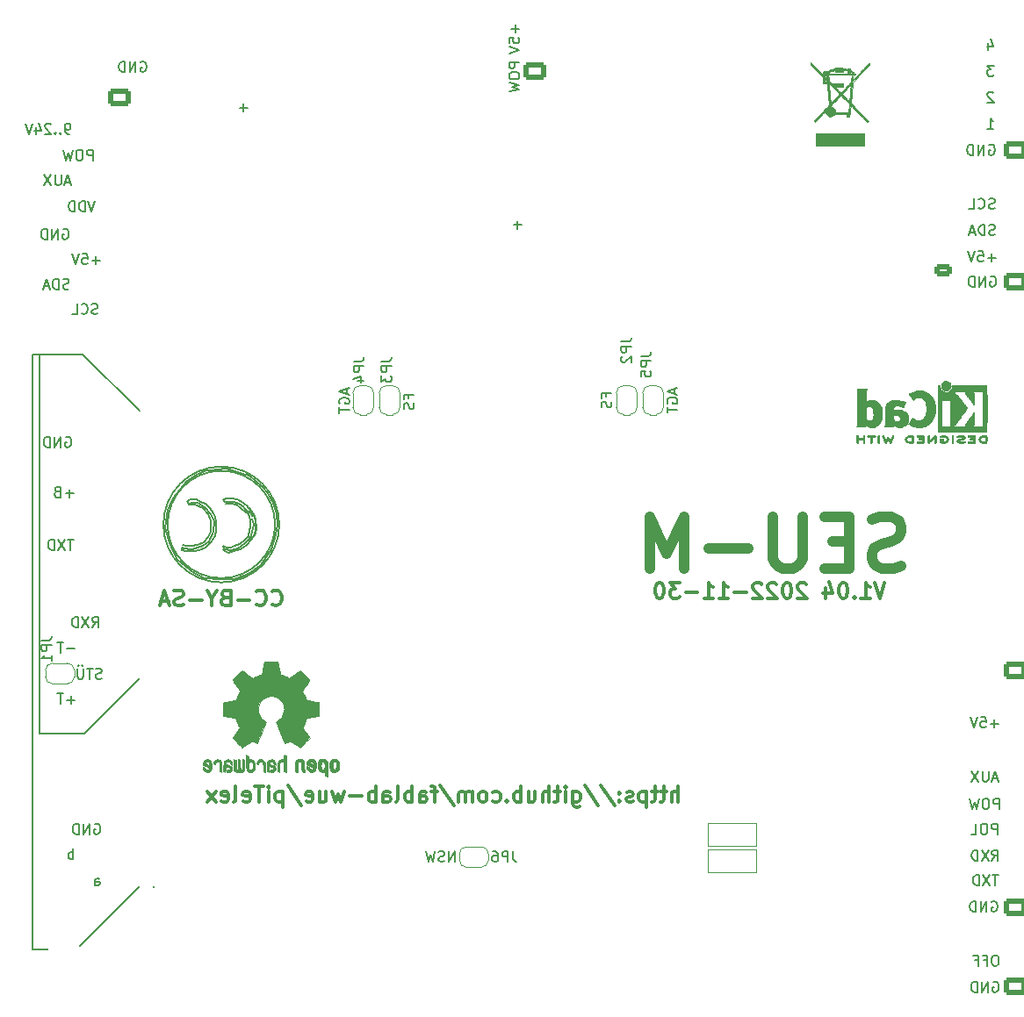
<source format=gbr>
%TF.GenerationSoftware,KiCad,Pcbnew,(6.0.9)*%
%TF.CreationDate,2022-12-06T19:52:46+01:00*%
%TF.ProjectId,SEU-M_1.04,5345552d-4d5f-4312-9e30-342e6b696361,1.04*%
%TF.SameCoordinates,Original*%
%TF.FileFunction,Legend,Bot*%
%TF.FilePolarity,Positive*%
%FSLAX46Y46*%
G04 Gerber Fmt 4.6, Leading zero omitted, Abs format (unit mm)*
G04 Created by KiCad (PCBNEW (6.0.9)) date 2022-12-06 19:52:46*
%MOMM*%
%LPD*%
G01*
G04 APERTURE LIST*
G04 Aperture macros list*
%AMRoundRect*
0 Rectangle with rounded corners*
0 $1 Rounding radius*
0 $2 $3 $4 $5 $6 $7 $8 $9 X,Y pos of 4 corners*
0 Add a 4 corners polygon primitive as box body*
4,1,4,$2,$3,$4,$5,$6,$7,$8,$9,$2,$3,0*
0 Add four circle primitives for the rounded corners*
1,1,$1+$1,$2,$3*
1,1,$1+$1,$4,$5*
1,1,$1+$1,$6,$7*
1,1,$1+$1,$8,$9*
0 Add four rect primitives between the rounded corners*
20,1,$1+$1,$2,$3,$4,$5,0*
20,1,$1+$1,$4,$5,$6,$7,0*
20,1,$1+$1,$6,$7,$8,$9,0*
20,1,$1+$1,$8,$9,$2,$3,0*%
%AMFreePoly0*
4,1,22,0.500000,-0.750000,0.000000,-0.750000,0.000000,-0.745033,-0.079941,-0.743568,-0.215256,-0.701293,-0.333266,-0.622738,-0.424486,-0.514219,-0.481581,-0.384460,-0.499164,-0.250000,-0.500000,-0.250000,-0.500000,0.250000,-0.499164,0.250000,-0.499963,0.256109,-0.478152,0.396186,-0.417904,0.524511,-0.324060,0.630769,-0.204165,0.706417,-0.067858,0.745374,0.000000,0.744959,0.000000,0.750000,
0.500000,0.750000,0.500000,-0.750000,0.500000,-0.750000,$1*%
%AMFreePoly1*
4,1,20,0.000000,0.744959,0.073905,0.744508,0.209726,0.703889,0.328688,0.626782,0.421226,0.519385,0.479903,0.390333,0.500000,0.250000,0.500000,-0.250000,0.499851,-0.262216,0.476331,-0.402017,0.414519,-0.529596,0.319384,-0.634700,0.198574,-0.708877,0.061801,-0.746166,0.000000,-0.745033,0.000000,-0.750000,-0.500000,-0.750000,-0.500000,0.750000,0.000000,0.750000,0.000000,0.744959,
0.000000,0.744959,$1*%
G04 Aperture macros list end*
%ADD10C,0.300000*%
%ADD11C,0.150000*%
%ADD12C,1.000000*%
%ADD13C,0.100000*%
%ADD14C,0.010000*%
%ADD15C,0.120000*%
%ADD16C,0.500000*%
%ADD17C,1.675000*%
%ADD18C,2.075000*%
%ADD19C,1.400000*%
%ADD20R,1.800000X1.800000*%
%ADD21C,1.800000*%
%ADD22C,3.800000*%
%ADD23C,2.400000*%
%ADD24C,3.200000*%
%ADD25C,2.000000*%
%ADD26R,1.700000X1.700000*%
%ADD27O,1.700000X1.700000*%
%ADD28C,1.600000*%
%ADD29RoundRect,0.250000X0.625000X-0.350000X0.625000X0.350000X-0.625000X0.350000X-0.625000X-0.350000X0*%
%ADD30O,1.750000X1.200000*%
%ADD31R,2.000000X2.000000*%
%ADD32C,3.600000*%
%ADD33O,1.600000X1.600000*%
%ADD34R,1.600000X1.600000*%
%ADD35R,2.200000X2.200000*%
%ADD36O,2.200000X2.200000*%
%ADD37C,1.700000*%
%ADD38O,1.600000X2.000000*%
%ADD39RoundRect,0.250000X-0.845000X0.620000X-0.845000X-0.620000X0.845000X-0.620000X0.845000X0.620000X0*%
%ADD40O,2.190000X1.740000*%
%ADD41RoundRect,0.250000X0.845000X-0.620000X0.845000X0.620000X-0.845000X0.620000X-0.845000X-0.620000X0*%
%ADD42FreePoly0,270.000000*%
%ADD43FreePoly1,270.000000*%
%ADD44FreePoly0,180.000000*%
%ADD45FreePoly1,180.000000*%
G04 APERTURE END LIST*
D10*
X101701857Y-92068714D02*
X101773285Y-92140142D01*
X101987571Y-92211571D01*
X102130428Y-92211571D01*
X102344714Y-92140142D01*
X102487571Y-91997285D01*
X102559000Y-91854428D01*
X102630428Y-91568714D01*
X102630428Y-91354428D01*
X102559000Y-91068714D01*
X102487571Y-90925857D01*
X102344714Y-90783000D01*
X102130428Y-90711571D01*
X101987571Y-90711571D01*
X101773285Y-90783000D01*
X101701857Y-90854428D01*
X100201857Y-92068714D02*
X100273285Y-92140142D01*
X100487571Y-92211571D01*
X100630428Y-92211571D01*
X100844714Y-92140142D01*
X100987571Y-91997285D01*
X101059000Y-91854428D01*
X101130428Y-91568714D01*
X101130428Y-91354428D01*
X101059000Y-91068714D01*
X100987571Y-90925857D01*
X100844714Y-90783000D01*
X100630428Y-90711571D01*
X100487571Y-90711571D01*
X100273285Y-90783000D01*
X100201857Y-90854428D01*
X99559000Y-91640142D02*
X98416142Y-91640142D01*
X97201857Y-91425857D02*
X96987571Y-91497285D01*
X96916142Y-91568714D01*
X96844714Y-91711571D01*
X96844714Y-91925857D01*
X96916142Y-92068714D01*
X96987571Y-92140142D01*
X97130428Y-92211571D01*
X97701857Y-92211571D01*
X97701857Y-90711571D01*
X97201857Y-90711571D01*
X97059000Y-90783000D01*
X96987571Y-90854428D01*
X96916142Y-90997285D01*
X96916142Y-91140142D01*
X96987571Y-91283000D01*
X97059000Y-91354428D01*
X97201857Y-91425857D01*
X97701857Y-91425857D01*
X95916142Y-91497285D02*
X95916142Y-92211571D01*
X96416142Y-90711571D02*
X95916142Y-91497285D01*
X95416142Y-90711571D01*
X94916142Y-91640142D02*
X93773285Y-91640142D01*
X93130428Y-92140142D02*
X92916142Y-92211571D01*
X92559000Y-92211571D01*
X92416142Y-92140142D01*
X92344714Y-92068714D01*
X92273285Y-91925857D01*
X92273285Y-91783000D01*
X92344714Y-91640142D01*
X92416142Y-91568714D01*
X92559000Y-91497285D01*
X92844714Y-91425857D01*
X92987571Y-91354428D01*
X93059000Y-91283000D01*
X93130428Y-91140142D01*
X93130428Y-90997285D01*
X93059000Y-90854428D01*
X92987571Y-90783000D01*
X92844714Y-90711571D01*
X92487571Y-90711571D01*
X92273285Y-90783000D01*
X91701857Y-91783000D02*
X90987571Y-91783000D01*
X91844714Y-92211571D02*
X91344714Y-90711571D01*
X90844714Y-92211571D01*
D11*
X82804000Y-125349000D02*
X88900000Y-119253000D01*
X83470750Y-67945000D02*
X88931750Y-73406000D01*
X78581250Y-67945000D02*
X83470750Y-67945000D01*
X83566000Y-104521000D02*
X79248000Y-104521000D01*
X79248000Y-67945000D02*
X79248000Y-104521000D01*
X82804000Y-125349000D02*
X78613000Y-125349000D01*
X78613000Y-125349000D02*
X78581250Y-67945000D01*
X83566000Y-104521000D02*
X88900000Y-99187000D01*
X133913571Y-72041666D02*
X133913571Y-71708333D01*
X134437380Y-71708333D02*
X133437380Y-71708333D01*
X133437380Y-72184523D01*
X134389761Y-72517857D02*
X134437380Y-72660714D01*
X134437380Y-72898809D01*
X134389761Y-72994047D01*
X134342142Y-73041666D01*
X134246904Y-73089285D01*
X134151666Y-73089285D01*
X134056428Y-73041666D01*
X134008809Y-72994047D01*
X133961190Y-72898809D01*
X133913571Y-72708333D01*
X133865952Y-72613095D01*
X133818333Y-72565476D01*
X133723095Y-72517857D01*
X133627857Y-72517857D01*
X133532619Y-72565476D01*
X133485000Y-72613095D01*
X133437380Y-72708333D01*
X133437380Y-72946428D01*
X133485000Y-73089285D01*
X171672095Y-108878666D02*
X171195904Y-108878666D01*
X171767333Y-109164380D02*
X171434000Y-108164380D01*
X171100666Y-109164380D01*
X170767333Y-108164380D02*
X170767333Y-108973904D01*
X170719714Y-109069142D01*
X170672095Y-109116761D01*
X170576857Y-109164380D01*
X170386380Y-109164380D01*
X170291142Y-109116761D01*
X170243523Y-109069142D01*
X170195904Y-108973904D01*
X170195904Y-108164380D01*
X169814952Y-108164380D02*
X169148285Y-109164380D01*
X169148285Y-108164380D02*
X169814952Y-109164380D01*
X81533904Y-55888000D02*
X81629142Y-55840380D01*
X81772000Y-55840380D01*
X81914857Y-55888000D01*
X82010095Y-55983238D01*
X82057714Y-56078476D01*
X82105333Y-56268952D01*
X82105333Y-56411809D01*
X82057714Y-56602285D01*
X82010095Y-56697523D01*
X81914857Y-56792761D01*
X81772000Y-56840380D01*
X81676761Y-56840380D01*
X81533904Y-56792761D01*
X81486285Y-56745142D01*
X81486285Y-56411809D01*
X81676761Y-56411809D01*
X81057714Y-56840380D02*
X81057714Y-55840380D01*
X80486285Y-56840380D01*
X80486285Y-55840380D01*
X80010095Y-56840380D02*
X80010095Y-55840380D01*
X79772000Y-55840380D01*
X79629142Y-55888000D01*
X79533904Y-55983238D01*
X79486285Y-56078476D01*
X79438666Y-56268952D01*
X79438666Y-56411809D01*
X79486285Y-56602285D01*
X79533904Y-56697523D01*
X79629142Y-56792761D01*
X79772000Y-56840380D01*
X80010095Y-56840380D01*
X170751523Y-37885714D02*
X170751523Y-38552380D01*
X170989619Y-37504761D02*
X171227714Y-38219047D01*
X170608666Y-38219047D01*
X82541952Y-81351428D02*
X81780047Y-81351428D01*
X82161000Y-81732380D02*
X82161000Y-80970476D01*
X80970523Y-81208571D02*
X80827666Y-81256190D01*
X80780047Y-81303809D01*
X80732428Y-81399047D01*
X80732428Y-81541904D01*
X80780047Y-81637142D01*
X80827666Y-81684761D01*
X80922904Y-81732380D01*
X81303857Y-81732380D01*
X81303857Y-80732380D01*
X80970523Y-80732380D01*
X80875285Y-80780000D01*
X80827666Y-80827619D01*
X80780047Y-80922857D01*
X80780047Y-81018095D01*
X80827666Y-81113333D01*
X80875285Y-81160952D01*
X80970523Y-81208571D01*
X81303857Y-81208571D01*
D10*
X160772857Y-89983571D02*
X160272857Y-91483571D01*
X159772857Y-89983571D01*
X158487142Y-91483571D02*
X159344285Y-91483571D01*
X158915714Y-91483571D02*
X158915714Y-89983571D01*
X159058571Y-90197857D01*
X159201428Y-90340714D01*
X159344285Y-90412142D01*
X157844285Y-91340714D02*
X157772857Y-91412142D01*
X157844285Y-91483571D01*
X157915714Y-91412142D01*
X157844285Y-91340714D01*
X157844285Y-91483571D01*
X156844285Y-89983571D02*
X156701428Y-89983571D01*
X156558571Y-90055000D01*
X156487142Y-90126428D01*
X156415714Y-90269285D01*
X156344285Y-90555000D01*
X156344285Y-90912142D01*
X156415714Y-91197857D01*
X156487142Y-91340714D01*
X156558571Y-91412142D01*
X156701428Y-91483571D01*
X156844285Y-91483571D01*
X156987142Y-91412142D01*
X157058571Y-91340714D01*
X157130000Y-91197857D01*
X157201428Y-90912142D01*
X157201428Y-90555000D01*
X157130000Y-90269285D01*
X157058571Y-90126428D01*
X156987142Y-90055000D01*
X156844285Y-89983571D01*
X155058571Y-90483571D02*
X155058571Y-91483571D01*
X155415714Y-89912142D02*
X155772857Y-90983571D01*
X154844285Y-90983571D01*
X153201428Y-90126428D02*
X153130000Y-90055000D01*
X152987142Y-89983571D01*
X152630000Y-89983571D01*
X152487142Y-90055000D01*
X152415714Y-90126428D01*
X152344285Y-90269285D01*
X152344285Y-90412142D01*
X152415714Y-90626428D01*
X153272857Y-91483571D01*
X152344285Y-91483571D01*
X151415714Y-89983571D02*
X151272857Y-89983571D01*
X151130000Y-90055000D01*
X151058571Y-90126428D01*
X150987142Y-90269285D01*
X150915714Y-90555000D01*
X150915714Y-90912142D01*
X150987142Y-91197857D01*
X151058571Y-91340714D01*
X151130000Y-91412142D01*
X151272857Y-91483571D01*
X151415714Y-91483571D01*
X151558571Y-91412142D01*
X151630000Y-91340714D01*
X151701428Y-91197857D01*
X151772857Y-90912142D01*
X151772857Y-90555000D01*
X151701428Y-90269285D01*
X151630000Y-90126428D01*
X151558571Y-90055000D01*
X151415714Y-89983571D01*
X150344285Y-90126428D02*
X150272857Y-90055000D01*
X150130000Y-89983571D01*
X149772857Y-89983571D01*
X149630000Y-90055000D01*
X149558571Y-90126428D01*
X149487142Y-90269285D01*
X149487142Y-90412142D01*
X149558571Y-90626428D01*
X150415714Y-91483571D01*
X149487142Y-91483571D01*
X148915714Y-90126428D02*
X148844285Y-90055000D01*
X148701428Y-89983571D01*
X148344285Y-89983571D01*
X148201428Y-90055000D01*
X148130000Y-90126428D01*
X148058571Y-90269285D01*
X148058571Y-90412142D01*
X148130000Y-90626428D01*
X148987142Y-91483571D01*
X148058571Y-91483571D01*
X147415714Y-90912142D02*
X146272857Y-90912142D01*
X144772857Y-91483571D02*
X145629999Y-91483571D01*
X145201428Y-91483571D02*
X145201428Y-89983571D01*
X145344285Y-90197857D01*
X145487142Y-90340714D01*
X145629999Y-90412142D01*
X143344285Y-91483571D02*
X144201428Y-91483571D01*
X143772857Y-91483571D02*
X143772857Y-89983571D01*
X143915714Y-90197857D01*
X144058571Y-90340714D01*
X144201428Y-90412142D01*
X142701428Y-90912142D02*
X141558571Y-90912142D01*
X140987142Y-89983571D02*
X140058571Y-89983571D01*
X140558571Y-90555000D01*
X140344285Y-90555000D01*
X140201428Y-90626428D01*
X140129999Y-90697857D01*
X140058571Y-90840714D01*
X140058571Y-91197857D01*
X140129999Y-91340714D01*
X140201428Y-91412142D01*
X140344285Y-91483571D01*
X140772857Y-91483571D01*
X140915714Y-91412142D01*
X140987142Y-91340714D01*
X139129999Y-89983571D02*
X138987142Y-89983571D01*
X138844285Y-90055000D01*
X138772857Y-90126428D01*
X138701428Y-90269285D01*
X138629999Y-90555000D01*
X138629999Y-90912142D01*
X138701428Y-91197857D01*
X138772857Y-91340714D01*
X138844285Y-91412142D01*
X138987142Y-91483571D01*
X139129999Y-91483571D01*
X139272857Y-91412142D01*
X139344285Y-91340714D01*
X139415714Y-91197857D01*
X139487142Y-90912142D01*
X139487142Y-90555000D01*
X139415714Y-90269285D01*
X139344285Y-90126428D01*
X139272857Y-90055000D01*
X139129999Y-89983571D01*
D11*
X89026904Y-39759000D02*
X89122142Y-39711380D01*
X89265000Y-39711380D01*
X89407857Y-39759000D01*
X89503095Y-39854238D01*
X89550714Y-39949476D01*
X89598333Y-40139952D01*
X89598333Y-40282809D01*
X89550714Y-40473285D01*
X89503095Y-40568523D01*
X89407857Y-40663761D01*
X89265000Y-40711380D01*
X89169761Y-40711380D01*
X89026904Y-40663761D01*
X88979285Y-40616142D01*
X88979285Y-40282809D01*
X89169761Y-40282809D01*
X88550714Y-40711380D02*
X88550714Y-39711380D01*
X87979285Y-40711380D01*
X87979285Y-39711380D01*
X87503095Y-40711380D02*
X87503095Y-39711380D01*
X87265000Y-39711380D01*
X87122142Y-39759000D01*
X87026904Y-39854238D01*
X86979285Y-39949476D01*
X86931666Y-40139952D01*
X86931666Y-40282809D01*
X86979285Y-40473285D01*
X87026904Y-40568523D01*
X87122142Y-40663761D01*
X87265000Y-40711380D01*
X87503095Y-40711380D01*
X84883476Y-64031761D02*
X84740619Y-64079380D01*
X84502523Y-64079380D01*
X84407285Y-64031761D01*
X84359666Y-63984142D01*
X84312047Y-63888904D01*
X84312047Y-63793666D01*
X84359666Y-63698428D01*
X84407285Y-63650809D01*
X84502523Y-63603190D01*
X84693000Y-63555571D01*
X84788238Y-63507952D01*
X84835857Y-63460333D01*
X84883476Y-63365095D01*
X84883476Y-63269857D01*
X84835857Y-63174619D01*
X84788238Y-63127000D01*
X84693000Y-63079380D01*
X84454904Y-63079380D01*
X84312047Y-63127000D01*
X83312047Y-63984142D02*
X83359666Y-64031761D01*
X83502523Y-64079380D01*
X83597761Y-64079380D01*
X83740619Y-64031761D01*
X83835857Y-63936523D01*
X83883476Y-63841285D01*
X83931095Y-63650809D01*
X83931095Y-63507952D01*
X83883476Y-63317476D01*
X83835857Y-63222238D01*
X83740619Y-63127000D01*
X83597761Y-63079380D01*
X83502523Y-63079380D01*
X83359666Y-63127000D01*
X83312047Y-63174619D01*
X82407285Y-64079380D02*
X82883476Y-64079380D01*
X82883476Y-63079380D01*
X171791142Y-111831380D02*
X171791142Y-110831380D01*
X171410190Y-110831380D01*
X171314952Y-110879000D01*
X171267333Y-110926619D01*
X171219714Y-111021857D01*
X171219714Y-111164714D01*
X171267333Y-111259952D01*
X171314952Y-111307571D01*
X171410190Y-111355190D01*
X171791142Y-111355190D01*
X170600666Y-110831380D02*
X170410190Y-110831380D01*
X170314952Y-110879000D01*
X170219714Y-110974238D01*
X170172095Y-111164714D01*
X170172095Y-111498047D01*
X170219714Y-111688523D01*
X170314952Y-111783761D01*
X170410190Y-111831380D01*
X170600666Y-111831380D01*
X170695904Y-111783761D01*
X170791142Y-111688523D01*
X170838761Y-111498047D01*
X170838761Y-111164714D01*
X170791142Y-110974238D01*
X170695904Y-110879000D01*
X170600666Y-110831380D01*
X169838761Y-110831380D02*
X169600666Y-111831380D01*
X169410190Y-111117095D01*
X169219714Y-111831380D01*
X168981619Y-110831380D01*
X171068904Y-120785000D02*
X171164142Y-120737380D01*
X171307000Y-120737380D01*
X171449857Y-120785000D01*
X171545095Y-120880238D01*
X171592714Y-120975476D01*
X171640333Y-121165952D01*
X171640333Y-121308809D01*
X171592714Y-121499285D01*
X171545095Y-121594523D01*
X171449857Y-121689761D01*
X171307000Y-121737380D01*
X171211761Y-121737380D01*
X171068904Y-121689761D01*
X171021285Y-121642142D01*
X171021285Y-121308809D01*
X171211761Y-121308809D01*
X170592714Y-121737380D02*
X170592714Y-120737380D01*
X170021285Y-121737380D01*
X170021285Y-120737380D01*
X169545095Y-121737380D02*
X169545095Y-120737380D01*
X169307000Y-120737380D01*
X169164142Y-120785000D01*
X169068904Y-120880238D01*
X169021285Y-120975476D01*
X168973666Y-121165952D01*
X168973666Y-121308809D01*
X169021285Y-121499285D01*
X169068904Y-121594523D01*
X169164142Y-121689761D01*
X169307000Y-121737380D01*
X169545095Y-121737380D01*
X84581904Y-113292000D02*
X84677142Y-113244380D01*
X84820000Y-113244380D01*
X84962857Y-113292000D01*
X85058095Y-113387238D01*
X85105714Y-113482476D01*
X85153333Y-113672952D01*
X85153333Y-113815809D01*
X85105714Y-114006285D01*
X85058095Y-114101523D01*
X84962857Y-114196761D01*
X84820000Y-114244380D01*
X84724761Y-114244380D01*
X84581904Y-114196761D01*
X84534285Y-114149142D01*
X84534285Y-113815809D01*
X84724761Y-113815809D01*
X84105714Y-114244380D02*
X84105714Y-113244380D01*
X83534285Y-114244380D01*
X83534285Y-113244380D01*
X83058095Y-114244380D02*
X83058095Y-113244380D01*
X82820000Y-113244380D01*
X82677142Y-113292000D01*
X82581904Y-113387238D01*
X82534285Y-113482476D01*
X82486666Y-113672952D01*
X82486666Y-113815809D01*
X82534285Y-114006285D01*
X82581904Y-114101523D01*
X82677142Y-114196761D01*
X82820000Y-114244380D01*
X83058095Y-114244380D01*
X82510285Y-116657380D02*
X82510285Y-115657380D01*
X82510285Y-116038333D02*
X82415047Y-115990714D01*
X82224571Y-115990714D01*
X82129333Y-116038333D01*
X82081714Y-116085952D01*
X82034095Y-116181190D01*
X82034095Y-116466904D01*
X82081714Y-116562142D01*
X82129333Y-116609761D01*
X82224571Y-116657380D01*
X82415047Y-116657380D01*
X82510285Y-116609761D01*
X171695904Y-118197380D02*
X171124476Y-118197380D01*
X171410190Y-119197380D02*
X171410190Y-118197380D01*
X170886380Y-118197380D02*
X170219714Y-119197380D01*
X170219714Y-118197380D02*
X170886380Y-119197380D01*
X169838761Y-119197380D02*
X169838761Y-118197380D01*
X169600666Y-118197380D01*
X169457809Y-118245000D01*
X169362571Y-118340238D01*
X169314952Y-118435476D01*
X169267333Y-118625952D01*
X169267333Y-118768809D01*
X169314952Y-118959285D01*
X169362571Y-119054523D01*
X169457809Y-119149761D01*
X169600666Y-119197380D01*
X169838761Y-119197380D01*
X125547380Y-39790857D02*
X124547380Y-39790857D01*
X124547380Y-40171809D01*
X124595000Y-40267047D01*
X124642619Y-40314666D01*
X124737857Y-40362285D01*
X124880714Y-40362285D01*
X124975952Y-40314666D01*
X125023571Y-40267047D01*
X125071190Y-40171809D01*
X125071190Y-39790857D01*
X124547380Y-40981333D02*
X124547380Y-41171809D01*
X124595000Y-41267047D01*
X124690238Y-41362285D01*
X124880714Y-41409904D01*
X125214047Y-41409904D01*
X125404523Y-41362285D01*
X125499761Y-41267047D01*
X125547380Y-41171809D01*
X125547380Y-40981333D01*
X125499761Y-40886095D01*
X125404523Y-40790857D01*
X125214047Y-40743238D01*
X124880714Y-40743238D01*
X124690238Y-40790857D01*
X124595000Y-40886095D01*
X124547380Y-40981333D01*
X124547380Y-41743238D02*
X125547380Y-41981333D01*
X124833095Y-42171809D01*
X125547380Y-42362285D01*
X124547380Y-42600380D01*
X171719714Y-103576428D02*
X170957809Y-103576428D01*
X171338761Y-103957380D02*
X171338761Y-103195476D01*
X170005428Y-102957380D02*
X170481619Y-102957380D01*
X170529238Y-103433571D01*
X170481619Y-103385952D01*
X170386380Y-103338333D01*
X170148285Y-103338333D01*
X170053047Y-103385952D01*
X170005428Y-103433571D01*
X169957809Y-103528809D01*
X169957809Y-103766904D01*
X170005428Y-103862142D01*
X170053047Y-103909761D01*
X170148285Y-103957380D01*
X170386380Y-103957380D01*
X170481619Y-103909761D01*
X170529238Y-103862142D01*
X169672095Y-102957380D02*
X169338761Y-103957380D01*
X169005428Y-102957380D01*
X114863571Y-72183666D02*
X114863571Y-71850333D01*
X115387380Y-71850333D02*
X114387380Y-71850333D01*
X114387380Y-72326523D01*
X115339761Y-72659857D02*
X115387380Y-72802714D01*
X115387380Y-73040809D01*
X115339761Y-73136047D01*
X115292142Y-73183666D01*
X115196904Y-73231285D01*
X115101666Y-73231285D01*
X115006428Y-73183666D01*
X114958809Y-73136047D01*
X114911190Y-73040809D01*
X114863571Y-72850333D01*
X114815952Y-72755095D01*
X114768333Y-72707476D01*
X114673095Y-72659857D01*
X114577857Y-72659857D01*
X114482619Y-72707476D01*
X114435000Y-72755095D01*
X114387380Y-72850333D01*
X114387380Y-73088428D01*
X114435000Y-73231285D01*
X82676904Y-101290428D02*
X81915000Y-101290428D01*
X82295952Y-101671380D02*
X82295952Y-100909476D01*
X81581666Y-100671380D02*
X81010238Y-100671380D01*
X81295952Y-101671380D02*
X81295952Y-100671380D01*
X81787904Y-75954000D02*
X81883142Y-75906380D01*
X82026000Y-75906380D01*
X82168857Y-75954000D01*
X82264095Y-76049238D01*
X82311714Y-76144476D01*
X82359333Y-76334952D01*
X82359333Y-76477809D01*
X82311714Y-76668285D01*
X82264095Y-76763523D01*
X82168857Y-76858761D01*
X82026000Y-76906380D01*
X81930761Y-76906380D01*
X81787904Y-76858761D01*
X81740285Y-76811142D01*
X81740285Y-76477809D01*
X81930761Y-76477809D01*
X81311714Y-76906380D02*
X81311714Y-75906380D01*
X80740285Y-76906380D01*
X80740285Y-75906380D01*
X80264095Y-76906380D02*
X80264095Y-75906380D01*
X80026000Y-75906380D01*
X79883142Y-75954000D01*
X79787904Y-76049238D01*
X79740285Y-76144476D01*
X79692666Y-76334952D01*
X79692666Y-76477809D01*
X79740285Y-76668285D01*
X79787904Y-76763523D01*
X79883142Y-76858761D01*
X80026000Y-76906380D01*
X80264095Y-76906380D01*
X171100666Y-116784380D02*
X171434000Y-116308190D01*
X171672095Y-116784380D02*
X171672095Y-115784380D01*
X171291142Y-115784380D01*
X171195904Y-115832000D01*
X171148285Y-115879619D01*
X171100666Y-115974857D01*
X171100666Y-116117714D01*
X171148285Y-116212952D01*
X171195904Y-116260571D01*
X171291142Y-116308190D01*
X171672095Y-116308190D01*
X170767333Y-115784380D02*
X170100666Y-116784380D01*
X170100666Y-115784380D02*
X170767333Y-116784380D01*
X169719714Y-116784380D02*
X169719714Y-115784380D01*
X169481619Y-115784380D01*
X169338761Y-115832000D01*
X169243523Y-115927238D01*
X169195904Y-116022476D01*
X169148285Y-116212952D01*
X169148285Y-116355809D01*
X169195904Y-116546285D01*
X169243523Y-116641523D01*
X169338761Y-116736761D01*
X169481619Y-116784380D01*
X169719714Y-116784380D01*
X119316333Y-116911380D02*
X119316333Y-115911380D01*
X118744904Y-116911380D01*
X118744904Y-115911380D01*
X118316333Y-116863761D02*
X118173476Y-116911380D01*
X117935380Y-116911380D01*
X117840142Y-116863761D01*
X117792523Y-116816142D01*
X117744904Y-116720904D01*
X117744904Y-116625666D01*
X117792523Y-116530428D01*
X117840142Y-116482809D01*
X117935380Y-116435190D01*
X118125857Y-116387571D01*
X118221095Y-116339952D01*
X118268714Y-116292333D01*
X118316333Y-116197095D01*
X118316333Y-116101857D01*
X118268714Y-116006619D01*
X118221095Y-115959000D01*
X118125857Y-115911380D01*
X117887761Y-115911380D01*
X117744904Y-115959000D01*
X117411571Y-115911380D02*
X117173476Y-116911380D01*
X116983000Y-116197095D01*
X116792523Y-116911380D01*
X116554428Y-115911380D01*
X84359666Y-94305380D02*
X84693000Y-93829190D01*
X84931095Y-94305380D02*
X84931095Y-93305380D01*
X84550142Y-93305380D01*
X84454904Y-93353000D01*
X84407285Y-93400619D01*
X84359666Y-93495857D01*
X84359666Y-93638714D01*
X84407285Y-93733952D01*
X84454904Y-93781571D01*
X84550142Y-93829190D01*
X84931095Y-93829190D01*
X84026333Y-93305380D02*
X83359666Y-94305380D01*
X83359666Y-93305380D02*
X84026333Y-94305380D01*
X82978714Y-94305380D02*
X82978714Y-93305380D01*
X82740619Y-93305380D01*
X82597761Y-93353000D01*
X82502523Y-93448238D01*
X82454904Y-93543476D01*
X82407285Y-93733952D01*
X82407285Y-93876809D01*
X82454904Y-94067285D01*
X82502523Y-94162523D01*
X82597761Y-94257761D01*
X82740619Y-94305380D01*
X82978714Y-94305380D01*
X125166428Y-36179285D02*
X125166428Y-36941190D01*
X125547380Y-36560238D02*
X124785476Y-36560238D01*
X124547380Y-37893571D02*
X124547380Y-37417380D01*
X125023571Y-37369761D01*
X124975952Y-37417380D01*
X124928333Y-37512619D01*
X124928333Y-37750714D01*
X124975952Y-37845952D01*
X125023571Y-37893571D01*
X125118809Y-37941190D01*
X125356904Y-37941190D01*
X125452142Y-37893571D01*
X125499761Y-37845952D01*
X125547380Y-37750714D01*
X125547380Y-37512619D01*
X125499761Y-37417380D01*
X125452142Y-37369761D01*
X124547380Y-38226904D02*
X125547380Y-38560238D01*
X124547380Y-38893571D01*
X108878666Y-71270952D02*
X108878666Y-71747142D01*
X109164380Y-71175714D02*
X108164380Y-71509047D01*
X109164380Y-71842380D01*
X108212000Y-72699523D02*
X108164380Y-72604285D01*
X108164380Y-72461428D01*
X108212000Y-72318571D01*
X108307238Y-72223333D01*
X108402476Y-72175714D01*
X108592952Y-72128095D01*
X108735809Y-72128095D01*
X108926285Y-72175714D01*
X109021523Y-72223333D01*
X109116761Y-72318571D01*
X109164380Y-72461428D01*
X109164380Y-72556666D01*
X109116761Y-72699523D01*
X109069142Y-72747142D01*
X108735809Y-72747142D01*
X108735809Y-72556666D01*
X108164380Y-73032857D02*
X108164380Y-73604285D01*
X109164380Y-73318571D02*
X108164380Y-73318571D01*
X82184619Y-46680380D02*
X81994142Y-46680380D01*
X81898904Y-46632761D01*
X81851285Y-46585142D01*
X81756047Y-46442285D01*
X81708428Y-46251809D01*
X81708428Y-45870857D01*
X81756047Y-45775619D01*
X81803666Y-45728000D01*
X81898904Y-45680380D01*
X82089380Y-45680380D01*
X82184619Y-45728000D01*
X82232238Y-45775619D01*
X82279857Y-45870857D01*
X82279857Y-46108952D01*
X82232238Y-46204190D01*
X82184619Y-46251809D01*
X82089380Y-46299428D01*
X81898904Y-46299428D01*
X81803666Y-46251809D01*
X81756047Y-46204190D01*
X81708428Y-46108952D01*
X81279857Y-46585142D02*
X81232238Y-46632761D01*
X81279857Y-46680380D01*
X81327476Y-46632761D01*
X81279857Y-46585142D01*
X81279857Y-46680380D01*
X80803666Y-46585142D02*
X80756047Y-46632761D01*
X80803666Y-46680380D01*
X80851285Y-46632761D01*
X80803666Y-46585142D01*
X80803666Y-46680380D01*
X80375095Y-45775619D02*
X80327476Y-45728000D01*
X80232238Y-45680380D01*
X79994142Y-45680380D01*
X79898904Y-45728000D01*
X79851285Y-45775619D01*
X79803666Y-45870857D01*
X79803666Y-45966095D01*
X79851285Y-46108952D01*
X80422714Y-46680380D01*
X79803666Y-46680380D01*
X78946523Y-46013714D02*
X78946523Y-46680380D01*
X79184619Y-45632761D02*
X79422714Y-46347047D01*
X78803666Y-46347047D01*
X78565571Y-45680380D02*
X78232238Y-46680380D01*
X77898904Y-45680380D01*
X84415142Y-49220380D02*
X84415142Y-48220380D01*
X84034190Y-48220380D01*
X83938952Y-48268000D01*
X83891333Y-48315619D01*
X83843714Y-48410857D01*
X83843714Y-48553714D01*
X83891333Y-48648952D01*
X83938952Y-48696571D01*
X84034190Y-48744190D01*
X84415142Y-48744190D01*
X83224666Y-48220380D02*
X83034190Y-48220380D01*
X82938952Y-48268000D01*
X82843714Y-48363238D01*
X82796095Y-48553714D01*
X82796095Y-48887047D01*
X82843714Y-49077523D01*
X82938952Y-49172761D01*
X83034190Y-49220380D01*
X83224666Y-49220380D01*
X83319904Y-49172761D01*
X83415142Y-49077523D01*
X83462761Y-48887047D01*
X83462761Y-48553714D01*
X83415142Y-48363238D01*
X83319904Y-48268000D01*
X83224666Y-48220380D01*
X82462761Y-48220380D02*
X82224666Y-49220380D01*
X82034190Y-48506095D01*
X81843714Y-49220380D01*
X81605619Y-48220380D01*
X82541904Y-85812380D02*
X81970476Y-85812380D01*
X82256190Y-86812380D02*
X82256190Y-85812380D01*
X81732380Y-85812380D02*
X81065714Y-86812380D01*
X81065714Y-85812380D02*
X81732380Y-86812380D01*
X80684761Y-86812380D02*
X80684761Y-85812380D01*
X80446666Y-85812380D01*
X80303809Y-85860000D01*
X80208571Y-85955238D01*
X80160952Y-86050476D01*
X80113333Y-86240952D01*
X80113333Y-86383809D01*
X80160952Y-86574285D01*
X80208571Y-86669523D01*
X80303809Y-86764761D01*
X80446666Y-86812380D01*
X80684761Y-86812380D01*
X170941904Y-60460000D02*
X171037142Y-60412380D01*
X171180000Y-60412380D01*
X171322857Y-60460000D01*
X171418095Y-60555238D01*
X171465714Y-60650476D01*
X171513333Y-60840952D01*
X171513333Y-60983809D01*
X171465714Y-61174285D01*
X171418095Y-61269523D01*
X171322857Y-61364761D01*
X171180000Y-61412380D01*
X171084761Y-61412380D01*
X170941904Y-61364761D01*
X170894285Y-61317142D01*
X170894285Y-60983809D01*
X171084761Y-60983809D01*
X170465714Y-61412380D02*
X170465714Y-60412380D01*
X169894285Y-61412380D01*
X169894285Y-60412380D01*
X169418095Y-61412380D02*
X169418095Y-60412380D01*
X169180000Y-60412380D01*
X169037142Y-60460000D01*
X168941904Y-60555238D01*
X168894285Y-60650476D01*
X168846666Y-60840952D01*
X168846666Y-60983809D01*
X168894285Y-61174285D01*
X168941904Y-61269523D01*
X169037142Y-61364761D01*
X169180000Y-61412380D01*
X169418095Y-61412380D01*
X171624476Y-114244380D02*
X171624476Y-113244380D01*
X171243523Y-113244380D01*
X171148285Y-113292000D01*
X171100666Y-113339619D01*
X171053047Y-113434857D01*
X171053047Y-113577714D01*
X171100666Y-113672952D01*
X171148285Y-113720571D01*
X171243523Y-113768190D01*
X171624476Y-113768190D01*
X170434000Y-113244380D02*
X170243523Y-113244380D01*
X170148285Y-113292000D01*
X170053047Y-113387238D01*
X170005428Y-113577714D01*
X170005428Y-113911047D01*
X170053047Y-114101523D01*
X170148285Y-114196761D01*
X170243523Y-114244380D01*
X170434000Y-114244380D01*
X170529238Y-114196761D01*
X170624476Y-114101523D01*
X170672095Y-113911047D01*
X170672095Y-113577714D01*
X170624476Y-113387238D01*
X170529238Y-113292000D01*
X170434000Y-113244380D01*
X169100666Y-114244380D02*
X169576857Y-114244380D01*
X169576857Y-113244380D01*
D12*
X162375904Y-88383809D02*
X161661619Y-88621904D01*
X160471142Y-88621904D01*
X159994952Y-88383809D01*
X159756857Y-88145714D01*
X159518761Y-87669523D01*
X159518761Y-87193333D01*
X159756857Y-86717142D01*
X159994952Y-86479047D01*
X160471142Y-86240952D01*
X161423523Y-86002857D01*
X161899714Y-85764761D01*
X162137809Y-85526666D01*
X162375904Y-85050476D01*
X162375904Y-84574285D01*
X162137809Y-84098095D01*
X161899714Y-83860000D01*
X161423523Y-83621904D01*
X160233047Y-83621904D01*
X159518761Y-83860000D01*
X157375904Y-86002857D02*
X155709238Y-86002857D01*
X154994952Y-88621904D02*
X157375904Y-88621904D01*
X157375904Y-83621904D01*
X154994952Y-83621904D01*
X152852095Y-83621904D02*
X152852095Y-87669523D01*
X152614000Y-88145714D01*
X152375904Y-88383809D01*
X151899714Y-88621904D01*
X150947333Y-88621904D01*
X150471142Y-88383809D01*
X150233047Y-88145714D01*
X149994952Y-87669523D01*
X149994952Y-83621904D01*
X147614000Y-86717142D02*
X143804476Y-86717142D01*
X141423523Y-88621904D02*
X141423523Y-83621904D01*
X139756857Y-87193333D01*
X138090190Y-83621904D01*
X138090190Y-88621904D01*
D11*
X171394285Y-56411761D02*
X171251428Y-56459380D01*
X171013333Y-56459380D01*
X170918095Y-56411761D01*
X170870476Y-56364142D01*
X170822857Y-56268904D01*
X170822857Y-56173666D01*
X170870476Y-56078428D01*
X170918095Y-56030809D01*
X171013333Y-55983190D01*
X171203809Y-55935571D01*
X171299047Y-55887952D01*
X171346666Y-55840333D01*
X171394285Y-55745095D01*
X171394285Y-55649857D01*
X171346666Y-55554619D01*
X171299047Y-55507000D01*
X171203809Y-55459380D01*
X170965714Y-55459380D01*
X170822857Y-55507000D01*
X170394285Y-56459380D02*
X170394285Y-55459380D01*
X170156190Y-55459380D01*
X170013333Y-55507000D01*
X169918095Y-55602238D01*
X169870476Y-55697476D01*
X169822857Y-55887952D01*
X169822857Y-56030809D01*
X169870476Y-56221285D01*
X169918095Y-56316523D01*
X170013333Y-56411761D01*
X170156190Y-56459380D01*
X170394285Y-56459380D01*
X169441904Y-56173666D02*
X168965714Y-56173666D01*
X169537142Y-56459380D02*
X169203809Y-55459380D01*
X168870476Y-56459380D01*
X82264095Y-51347666D02*
X81787904Y-51347666D01*
X82359333Y-51633380D02*
X82026000Y-50633380D01*
X81692666Y-51633380D01*
X81359333Y-50633380D02*
X81359333Y-51442904D01*
X81311714Y-51538142D01*
X81264095Y-51585761D01*
X81168857Y-51633380D01*
X80978380Y-51633380D01*
X80883142Y-51585761D01*
X80835523Y-51538142D01*
X80787904Y-51442904D01*
X80787904Y-50633380D01*
X80406952Y-50633380D02*
X79740285Y-51633380D01*
X79740285Y-50633380D02*
X80406952Y-51633380D01*
D10*
X140847142Y-111138571D02*
X140847142Y-109638571D01*
X140204285Y-111138571D02*
X140204285Y-110352857D01*
X140275714Y-110210000D01*
X140418571Y-110138571D01*
X140632857Y-110138571D01*
X140775714Y-110210000D01*
X140847142Y-110281428D01*
X139704285Y-110138571D02*
X139132857Y-110138571D01*
X139490000Y-109638571D02*
X139490000Y-110924285D01*
X139418571Y-111067142D01*
X139275714Y-111138571D01*
X139132857Y-111138571D01*
X138847142Y-110138571D02*
X138275714Y-110138571D01*
X138632857Y-109638571D02*
X138632857Y-110924285D01*
X138561428Y-111067142D01*
X138418571Y-111138571D01*
X138275714Y-111138571D01*
X137775714Y-110138571D02*
X137775714Y-111638571D01*
X137775714Y-110210000D02*
X137632857Y-110138571D01*
X137347142Y-110138571D01*
X137204285Y-110210000D01*
X137132857Y-110281428D01*
X137061428Y-110424285D01*
X137061428Y-110852857D01*
X137132857Y-110995714D01*
X137204285Y-111067142D01*
X137347142Y-111138571D01*
X137632857Y-111138571D01*
X137775714Y-111067142D01*
X136490000Y-111067142D02*
X136347142Y-111138571D01*
X136061428Y-111138571D01*
X135918571Y-111067142D01*
X135847142Y-110924285D01*
X135847142Y-110852857D01*
X135918571Y-110710000D01*
X136061428Y-110638571D01*
X136275714Y-110638571D01*
X136418571Y-110567142D01*
X136490000Y-110424285D01*
X136490000Y-110352857D01*
X136418571Y-110210000D01*
X136275714Y-110138571D01*
X136061428Y-110138571D01*
X135918571Y-110210000D01*
X135204285Y-110995714D02*
X135132857Y-111067142D01*
X135204285Y-111138571D01*
X135275714Y-111067142D01*
X135204285Y-110995714D01*
X135204285Y-111138571D01*
X135204285Y-110210000D02*
X135132857Y-110281428D01*
X135204285Y-110352857D01*
X135275714Y-110281428D01*
X135204285Y-110210000D01*
X135204285Y-110352857D01*
X133418571Y-109567142D02*
X134704285Y-111495714D01*
X131847142Y-109567142D02*
X133132857Y-111495714D01*
X130704285Y-110138571D02*
X130704285Y-111352857D01*
X130775714Y-111495714D01*
X130847142Y-111567142D01*
X130989999Y-111638571D01*
X131204285Y-111638571D01*
X131347142Y-111567142D01*
X130704285Y-111067142D02*
X130847142Y-111138571D01*
X131132857Y-111138571D01*
X131275714Y-111067142D01*
X131347142Y-110995714D01*
X131418571Y-110852857D01*
X131418571Y-110424285D01*
X131347142Y-110281428D01*
X131275714Y-110210000D01*
X131132857Y-110138571D01*
X130847142Y-110138571D01*
X130704285Y-110210000D01*
X129989999Y-111138571D02*
X129989999Y-110138571D01*
X129989999Y-109638571D02*
X130061428Y-109710000D01*
X129989999Y-109781428D01*
X129918571Y-109710000D01*
X129989999Y-109638571D01*
X129989999Y-109781428D01*
X129489999Y-110138571D02*
X128918571Y-110138571D01*
X129275714Y-109638571D02*
X129275714Y-110924285D01*
X129204285Y-111067142D01*
X129061428Y-111138571D01*
X128918571Y-111138571D01*
X128418571Y-111138571D02*
X128418571Y-109638571D01*
X127775714Y-111138571D02*
X127775714Y-110352857D01*
X127847142Y-110210000D01*
X127989999Y-110138571D01*
X128204285Y-110138571D01*
X128347142Y-110210000D01*
X128418571Y-110281428D01*
X126418571Y-110138571D02*
X126418571Y-111138571D01*
X127061428Y-110138571D02*
X127061428Y-110924285D01*
X126989999Y-111067142D01*
X126847142Y-111138571D01*
X126632857Y-111138571D01*
X126489999Y-111067142D01*
X126418571Y-110995714D01*
X125704285Y-111138571D02*
X125704285Y-109638571D01*
X125704285Y-110210000D02*
X125561428Y-110138571D01*
X125275714Y-110138571D01*
X125132857Y-110210000D01*
X125061428Y-110281428D01*
X124989999Y-110424285D01*
X124989999Y-110852857D01*
X125061428Y-110995714D01*
X125132857Y-111067142D01*
X125275714Y-111138571D01*
X125561428Y-111138571D01*
X125704285Y-111067142D01*
X124347142Y-110995714D02*
X124275714Y-111067142D01*
X124347142Y-111138571D01*
X124418571Y-111067142D01*
X124347142Y-110995714D01*
X124347142Y-111138571D01*
X122989999Y-111067142D02*
X123132857Y-111138571D01*
X123418571Y-111138571D01*
X123561428Y-111067142D01*
X123632857Y-110995714D01*
X123704285Y-110852857D01*
X123704285Y-110424285D01*
X123632857Y-110281428D01*
X123561428Y-110210000D01*
X123418571Y-110138571D01*
X123132857Y-110138571D01*
X122989999Y-110210000D01*
X122132857Y-111138571D02*
X122275714Y-111067142D01*
X122347142Y-110995714D01*
X122418571Y-110852857D01*
X122418571Y-110424285D01*
X122347142Y-110281428D01*
X122275714Y-110210000D01*
X122132857Y-110138571D01*
X121918571Y-110138571D01*
X121775714Y-110210000D01*
X121704285Y-110281428D01*
X121632857Y-110424285D01*
X121632857Y-110852857D01*
X121704285Y-110995714D01*
X121775714Y-111067142D01*
X121918571Y-111138571D01*
X122132857Y-111138571D01*
X120989999Y-111138571D02*
X120989999Y-110138571D01*
X120989999Y-110281428D02*
X120918571Y-110210000D01*
X120775714Y-110138571D01*
X120561428Y-110138571D01*
X120418571Y-110210000D01*
X120347142Y-110352857D01*
X120347142Y-111138571D01*
X120347142Y-110352857D02*
X120275714Y-110210000D01*
X120132857Y-110138571D01*
X119918571Y-110138571D01*
X119775714Y-110210000D01*
X119704285Y-110352857D01*
X119704285Y-111138571D01*
X117918571Y-109567142D02*
X119204285Y-111495714D01*
X117632857Y-110138571D02*
X117061428Y-110138571D01*
X117418571Y-111138571D02*
X117418571Y-109852857D01*
X117347142Y-109710000D01*
X117204285Y-109638571D01*
X117061428Y-109638571D01*
X115918571Y-111138571D02*
X115918571Y-110352857D01*
X115989999Y-110210000D01*
X116132857Y-110138571D01*
X116418571Y-110138571D01*
X116561428Y-110210000D01*
X115918571Y-111067142D02*
X116061428Y-111138571D01*
X116418571Y-111138571D01*
X116561428Y-111067142D01*
X116632857Y-110924285D01*
X116632857Y-110781428D01*
X116561428Y-110638571D01*
X116418571Y-110567142D01*
X116061428Y-110567142D01*
X115918571Y-110495714D01*
X115204285Y-111138571D02*
X115204285Y-109638571D01*
X115204285Y-110210000D02*
X115061428Y-110138571D01*
X114775714Y-110138571D01*
X114632857Y-110210000D01*
X114561428Y-110281428D01*
X114489999Y-110424285D01*
X114489999Y-110852857D01*
X114561428Y-110995714D01*
X114632857Y-111067142D01*
X114775714Y-111138571D01*
X115061428Y-111138571D01*
X115204285Y-111067142D01*
X113632857Y-111138571D02*
X113775714Y-111067142D01*
X113847142Y-110924285D01*
X113847142Y-109638571D01*
X112418571Y-111138571D02*
X112418571Y-110352857D01*
X112489999Y-110210000D01*
X112632857Y-110138571D01*
X112918571Y-110138571D01*
X113061428Y-110210000D01*
X112418571Y-111067142D02*
X112561428Y-111138571D01*
X112918571Y-111138571D01*
X113061428Y-111067142D01*
X113132857Y-110924285D01*
X113132857Y-110781428D01*
X113061428Y-110638571D01*
X112918571Y-110567142D01*
X112561428Y-110567142D01*
X112418571Y-110495714D01*
X111704285Y-111138571D02*
X111704285Y-109638571D01*
X111704285Y-110210000D02*
X111561428Y-110138571D01*
X111275714Y-110138571D01*
X111132857Y-110210000D01*
X111061428Y-110281428D01*
X110989999Y-110424285D01*
X110989999Y-110852857D01*
X111061428Y-110995714D01*
X111132857Y-111067142D01*
X111275714Y-111138571D01*
X111561428Y-111138571D01*
X111704285Y-111067142D01*
X110347142Y-110567142D02*
X109204285Y-110567142D01*
X108632857Y-110138571D02*
X108347142Y-111138571D01*
X108061428Y-110424285D01*
X107775714Y-111138571D01*
X107489999Y-110138571D01*
X106275714Y-110138571D02*
X106275714Y-111138571D01*
X106918571Y-110138571D02*
X106918571Y-110924285D01*
X106847142Y-111067142D01*
X106704285Y-111138571D01*
X106489999Y-111138571D01*
X106347142Y-111067142D01*
X106275714Y-110995714D01*
X104989999Y-111067142D02*
X105132857Y-111138571D01*
X105418571Y-111138571D01*
X105561428Y-111067142D01*
X105632857Y-110924285D01*
X105632857Y-110352857D01*
X105561428Y-110210000D01*
X105418571Y-110138571D01*
X105132857Y-110138571D01*
X104989999Y-110210000D01*
X104918571Y-110352857D01*
X104918571Y-110495714D01*
X105632857Y-110638571D01*
X103204285Y-109567142D02*
X104489999Y-111495714D01*
X102704285Y-110138571D02*
X102704285Y-111638571D01*
X102704285Y-110210000D02*
X102561428Y-110138571D01*
X102275714Y-110138571D01*
X102132857Y-110210000D01*
X102061428Y-110281428D01*
X101989999Y-110424285D01*
X101989999Y-110852857D01*
X102061428Y-110995714D01*
X102132857Y-111067142D01*
X102275714Y-111138571D01*
X102561428Y-111138571D01*
X102704285Y-111067142D01*
X101347142Y-111138571D02*
X101347142Y-110138571D01*
X101347142Y-109638571D02*
X101418571Y-109710000D01*
X101347142Y-109781428D01*
X101275714Y-109710000D01*
X101347142Y-109638571D01*
X101347142Y-109781428D01*
X100847142Y-109638571D02*
X99989999Y-109638571D01*
X100418571Y-111138571D02*
X100418571Y-109638571D01*
X98918571Y-111067142D02*
X99061428Y-111138571D01*
X99347142Y-111138571D01*
X99489999Y-111067142D01*
X99561428Y-110924285D01*
X99561428Y-110352857D01*
X99489999Y-110210000D01*
X99347142Y-110138571D01*
X99061428Y-110138571D01*
X98918571Y-110210000D01*
X98847142Y-110352857D01*
X98847142Y-110495714D01*
X99561428Y-110638571D01*
X97989999Y-111138571D02*
X98132857Y-111067142D01*
X98204285Y-110924285D01*
X98204285Y-109638571D01*
X96847142Y-111067142D02*
X96989999Y-111138571D01*
X97275714Y-111138571D01*
X97418571Y-111067142D01*
X97489999Y-110924285D01*
X97489999Y-110352857D01*
X97418571Y-110210000D01*
X97275714Y-110138571D01*
X96989999Y-110138571D01*
X96847142Y-110210000D01*
X96775714Y-110352857D01*
X96775714Y-110495714D01*
X97489999Y-110638571D01*
X96275714Y-111138571D02*
X95489999Y-110138571D01*
X96275714Y-110138571D02*
X95489999Y-111138571D01*
D11*
X140501666Y-71255952D02*
X140501666Y-71732142D01*
X140787380Y-71160714D02*
X139787380Y-71494047D01*
X140787380Y-71827380D01*
X139835000Y-72684523D02*
X139787380Y-72589285D01*
X139787380Y-72446428D01*
X139835000Y-72303571D01*
X139930238Y-72208333D01*
X140025476Y-72160714D01*
X140215952Y-72113095D01*
X140358809Y-72113095D01*
X140549285Y-72160714D01*
X140644523Y-72208333D01*
X140739761Y-72303571D01*
X140787380Y-72446428D01*
X140787380Y-72541666D01*
X140739761Y-72684523D01*
X140692142Y-72732142D01*
X140358809Y-72732142D01*
X140358809Y-72541666D01*
X139787380Y-73017857D02*
X139787380Y-73589285D01*
X140787380Y-73303571D02*
X139787380Y-73303571D01*
X84645333Y-53173380D02*
X84312000Y-54173380D01*
X83978666Y-53173380D01*
X83645333Y-54173380D02*
X83645333Y-53173380D01*
X83407238Y-53173380D01*
X83264380Y-53221000D01*
X83169142Y-53316238D01*
X83121523Y-53411476D01*
X83073904Y-53601952D01*
X83073904Y-53744809D01*
X83121523Y-53935285D01*
X83169142Y-54030523D01*
X83264380Y-54125761D01*
X83407238Y-54173380D01*
X83645333Y-54173380D01*
X82645333Y-54173380D02*
X82645333Y-53173380D01*
X82407238Y-53173380D01*
X82264380Y-53221000D01*
X82169142Y-53316238D01*
X82121523Y-53411476D01*
X82073904Y-53601952D01*
X82073904Y-53744809D01*
X82121523Y-53935285D01*
X82169142Y-54030523D01*
X82264380Y-54125761D01*
X82407238Y-54173380D01*
X82645333Y-54173380D01*
X84621714Y-119197380D02*
X84621714Y-118673571D01*
X84669333Y-118578333D01*
X84764571Y-118530714D01*
X84955047Y-118530714D01*
X85050285Y-118578333D01*
X84621714Y-119149761D02*
X84716952Y-119197380D01*
X84955047Y-119197380D01*
X85050285Y-119149761D01*
X85097904Y-119054523D01*
X85097904Y-118959285D01*
X85050285Y-118864047D01*
X84955047Y-118816428D01*
X84716952Y-118816428D01*
X84621714Y-118768809D01*
X125729952Y-55443428D02*
X124968047Y-55443428D01*
X125349000Y-55824380D02*
X125349000Y-55062476D01*
X170656285Y-46172380D02*
X171227714Y-46172380D01*
X170942000Y-46172380D02*
X170942000Y-45172380D01*
X171037238Y-45315238D01*
X171132476Y-45410476D01*
X171227714Y-45458095D01*
X171513380Y-125944380D02*
X171322904Y-125944380D01*
X171227666Y-125992000D01*
X171132428Y-126087238D01*
X171084809Y-126277714D01*
X171084809Y-126611047D01*
X171132428Y-126801523D01*
X171227666Y-126896761D01*
X171322904Y-126944380D01*
X171513380Y-126944380D01*
X171608619Y-126896761D01*
X171703857Y-126801523D01*
X171751476Y-126611047D01*
X171751476Y-126277714D01*
X171703857Y-126087238D01*
X171608619Y-125992000D01*
X171513380Y-125944380D01*
X170322904Y-126420571D02*
X170656238Y-126420571D01*
X170656238Y-126944380D02*
X170656238Y-125944380D01*
X170180047Y-125944380D01*
X169465761Y-126420571D02*
X169799095Y-126420571D01*
X169799095Y-126944380D02*
X169799095Y-125944380D01*
X169322904Y-125944380D01*
X85264476Y-99210761D02*
X85121619Y-99258380D01*
X84883523Y-99258380D01*
X84788285Y-99210761D01*
X84740666Y-99163142D01*
X84693047Y-99067904D01*
X84693047Y-98972666D01*
X84740666Y-98877428D01*
X84788285Y-98829809D01*
X84883523Y-98782190D01*
X85074000Y-98734571D01*
X85169238Y-98686952D01*
X85216857Y-98639333D01*
X85264476Y-98544095D01*
X85264476Y-98448857D01*
X85216857Y-98353619D01*
X85169238Y-98306000D01*
X85074000Y-98258380D01*
X84835904Y-98258380D01*
X84693047Y-98306000D01*
X84407333Y-98258380D02*
X83835904Y-98258380D01*
X84121619Y-99258380D02*
X84121619Y-98258380D01*
X83502571Y-98258380D02*
X83502571Y-99067904D01*
X83454952Y-99163142D01*
X83407333Y-99210761D01*
X83312095Y-99258380D01*
X83121619Y-99258380D01*
X83026380Y-99210761D01*
X82978761Y-99163142D01*
X82931142Y-99067904D01*
X82931142Y-98258380D01*
X83407333Y-97925047D02*
X83359714Y-97972666D01*
X83407333Y-98020285D01*
X83454952Y-97972666D01*
X83407333Y-97925047D01*
X83407333Y-98020285D01*
X83026380Y-97925047D02*
X82978761Y-97972666D01*
X83026380Y-98020285D01*
X83074000Y-97972666D01*
X83026380Y-97925047D01*
X83026380Y-98020285D01*
X82113285Y-61618761D02*
X81970428Y-61666380D01*
X81732333Y-61666380D01*
X81637095Y-61618761D01*
X81589476Y-61571142D01*
X81541857Y-61475904D01*
X81541857Y-61380666D01*
X81589476Y-61285428D01*
X81637095Y-61237809D01*
X81732333Y-61190190D01*
X81922809Y-61142571D01*
X82018047Y-61094952D01*
X82065666Y-61047333D01*
X82113285Y-60952095D01*
X82113285Y-60856857D01*
X82065666Y-60761619D01*
X82018047Y-60714000D01*
X81922809Y-60666380D01*
X81684714Y-60666380D01*
X81541857Y-60714000D01*
X81113285Y-61666380D02*
X81113285Y-60666380D01*
X80875190Y-60666380D01*
X80732333Y-60714000D01*
X80637095Y-60809238D01*
X80589476Y-60904476D01*
X80541857Y-61094952D01*
X80541857Y-61237809D01*
X80589476Y-61428285D01*
X80637095Y-61523523D01*
X80732333Y-61618761D01*
X80875190Y-61666380D01*
X81113285Y-61666380D01*
X80160904Y-61380666D02*
X79684714Y-61380666D01*
X80256142Y-61666380D02*
X79922809Y-60666380D01*
X79589476Y-61666380D01*
X171275333Y-40092380D02*
X170656285Y-40092380D01*
X170989619Y-40473333D01*
X170846761Y-40473333D01*
X170751523Y-40520952D01*
X170703904Y-40568571D01*
X170656285Y-40663809D01*
X170656285Y-40901904D01*
X170703904Y-40997142D01*
X170751523Y-41044761D01*
X170846761Y-41092380D01*
X171132476Y-41092380D01*
X171227714Y-41044761D01*
X171275333Y-40997142D01*
X171195904Y-128532000D02*
X171291142Y-128484380D01*
X171434000Y-128484380D01*
X171576857Y-128532000D01*
X171672095Y-128627238D01*
X171719714Y-128722476D01*
X171767333Y-128912952D01*
X171767333Y-129055809D01*
X171719714Y-129246285D01*
X171672095Y-129341523D01*
X171576857Y-129436761D01*
X171434000Y-129484380D01*
X171338761Y-129484380D01*
X171195904Y-129436761D01*
X171148285Y-129389142D01*
X171148285Y-129055809D01*
X171338761Y-129055809D01*
X170719714Y-129484380D02*
X170719714Y-128484380D01*
X170148285Y-129484380D01*
X170148285Y-128484380D01*
X169672095Y-129484380D02*
X169672095Y-128484380D01*
X169434000Y-128484380D01*
X169291142Y-128532000D01*
X169195904Y-128627238D01*
X169148285Y-128722476D01*
X169100666Y-128912952D01*
X169100666Y-129055809D01*
X169148285Y-129246285D01*
X169195904Y-129341523D01*
X169291142Y-129436761D01*
X169434000Y-129484380D01*
X169672095Y-129484380D01*
X171370476Y-53871761D02*
X171227619Y-53919380D01*
X170989523Y-53919380D01*
X170894285Y-53871761D01*
X170846666Y-53824142D01*
X170799047Y-53728904D01*
X170799047Y-53633666D01*
X170846666Y-53538428D01*
X170894285Y-53490809D01*
X170989523Y-53443190D01*
X171180000Y-53395571D01*
X171275238Y-53347952D01*
X171322857Y-53300333D01*
X171370476Y-53205095D01*
X171370476Y-53109857D01*
X171322857Y-53014619D01*
X171275238Y-52967000D01*
X171180000Y-52919380D01*
X170941904Y-52919380D01*
X170799047Y-52967000D01*
X169799047Y-53824142D02*
X169846666Y-53871761D01*
X169989523Y-53919380D01*
X170084761Y-53919380D01*
X170227619Y-53871761D01*
X170322857Y-53776523D01*
X170370476Y-53681285D01*
X170418095Y-53490809D01*
X170418095Y-53347952D01*
X170370476Y-53157476D01*
X170322857Y-53062238D01*
X170227619Y-52967000D01*
X170084761Y-52919380D01*
X169989523Y-52919380D01*
X169846666Y-52967000D01*
X169799047Y-53014619D01*
X168894285Y-53919380D02*
X169370476Y-53919380D01*
X169370476Y-52919380D01*
X99313952Y-44140428D02*
X98552047Y-44140428D01*
X98933000Y-44521380D02*
X98933000Y-43759476D01*
X171227714Y-42727619D02*
X171180095Y-42680000D01*
X171084857Y-42632380D01*
X170846761Y-42632380D01*
X170751523Y-42680000D01*
X170703904Y-42727619D01*
X170656285Y-42822857D01*
X170656285Y-42918095D01*
X170703904Y-43060952D01*
X171275333Y-43632380D01*
X170656285Y-43632380D01*
X85105714Y-58872428D02*
X84343809Y-58872428D01*
X84724761Y-59253380D02*
X84724761Y-58491476D01*
X83391428Y-58253380D02*
X83867619Y-58253380D01*
X83915238Y-58729571D01*
X83867619Y-58681952D01*
X83772380Y-58634333D01*
X83534285Y-58634333D01*
X83439047Y-58681952D01*
X83391428Y-58729571D01*
X83343809Y-58824809D01*
X83343809Y-59062904D01*
X83391428Y-59158142D01*
X83439047Y-59205761D01*
X83534285Y-59253380D01*
X83772380Y-59253380D01*
X83867619Y-59205761D01*
X83915238Y-59158142D01*
X83058095Y-58253380D02*
X82724761Y-59253380D01*
X82391428Y-58253380D01*
X171465714Y-58618428D02*
X170703809Y-58618428D01*
X171084761Y-58999380D02*
X171084761Y-58237476D01*
X169751428Y-57999380D02*
X170227619Y-57999380D01*
X170275238Y-58475571D01*
X170227619Y-58427952D01*
X170132380Y-58380333D01*
X169894285Y-58380333D01*
X169799047Y-58427952D01*
X169751428Y-58475571D01*
X169703809Y-58570809D01*
X169703809Y-58808904D01*
X169751428Y-58904142D01*
X169799047Y-58951761D01*
X169894285Y-58999380D01*
X170132380Y-58999380D01*
X170227619Y-58951761D01*
X170275238Y-58904142D01*
X169418095Y-57999380D02*
X169084761Y-58999380D01*
X168751428Y-57999380D01*
X170814904Y-47760000D02*
X170910142Y-47712380D01*
X171053000Y-47712380D01*
X171195857Y-47760000D01*
X171291095Y-47855238D01*
X171338714Y-47950476D01*
X171386333Y-48140952D01*
X171386333Y-48283809D01*
X171338714Y-48474285D01*
X171291095Y-48569523D01*
X171195857Y-48664761D01*
X171053000Y-48712380D01*
X170957761Y-48712380D01*
X170814904Y-48664761D01*
X170767285Y-48617142D01*
X170767285Y-48283809D01*
X170957761Y-48283809D01*
X170338714Y-48712380D02*
X170338714Y-47712380D01*
X169767285Y-48712380D01*
X169767285Y-47712380D01*
X169291095Y-48712380D02*
X169291095Y-47712380D01*
X169053000Y-47712380D01*
X168910142Y-47760000D01*
X168814904Y-47855238D01*
X168767285Y-47950476D01*
X168719666Y-48140952D01*
X168719666Y-48283809D01*
X168767285Y-48474285D01*
X168814904Y-48569523D01*
X168910142Y-48664761D01*
X169053000Y-48712380D01*
X169291095Y-48712380D01*
X82676904Y-96337428D02*
X81915000Y-96337428D01*
X81581666Y-95718380D02*
X81010238Y-95718380D01*
X81295952Y-96718380D02*
X81295952Y-95718380D01*
%TO.C,JP2*%
X135342380Y-66730666D02*
X136056666Y-66730666D01*
X136199523Y-66683047D01*
X136294761Y-66587809D01*
X136342380Y-66444952D01*
X136342380Y-66349714D01*
X136342380Y-67206857D02*
X135342380Y-67206857D01*
X135342380Y-67587809D01*
X135390000Y-67683047D01*
X135437619Y-67730666D01*
X135532857Y-67778285D01*
X135675714Y-67778285D01*
X135770952Y-67730666D01*
X135818571Y-67683047D01*
X135866190Y-67587809D01*
X135866190Y-67206857D01*
X135437619Y-68159238D02*
X135390000Y-68206857D01*
X135342380Y-68302095D01*
X135342380Y-68540190D01*
X135390000Y-68635428D01*
X135437619Y-68683047D01*
X135532857Y-68730666D01*
X135628095Y-68730666D01*
X135770952Y-68683047D01*
X136342380Y-68111619D01*
X136342380Y-68730666D01*
%TO.C,JP1*%
X79462380Y-95559666D02*
X80176666Y-95559666D01*
X80319523Y-95512047D01*
X80414761Y-95416809D01*
X80462380Y-95273952D01*
X80462380Y-95178714D01*
X80462380Y-96035857D02*
X79462380Y-96035857D01*
X79462380Y-96416809D01*
X79510000Y-96512047D01*
X79557619Y-96559666D01*
X79652857Y-96607285D01*
X79795714Y-96607285D01*
X79890952Y-96559666D01*
X79938571Y-96512047D01*
X79986190Y-96416809D01*
X79986190Y-96035857D01*
X80462380Y-97559666D02*
X80462380Y-96988238D01*
X80462380Y-97273952D02*
X79462380Y-97273952D01*
X79605238Y-97178714D01*
X79700476Y-97083476D01*
X79748095Y-96988238D01*
%TO.C,JP5*%
X137247380Y-68127666D02*
X137961666Y-68127666D01*
X138104523Y-68080047D01*
X138199761Y-67984809D01*
X138247380Y-67841952D01*
X138247380Y-67746714D01*
X138247380Y-68603857D02*
X137247380Y-68603857D01*
X137247380Y-68984809D01*
X137295000Y-69080047D01*
X137342619Y-69127666D01*
X137437857Y-69175285D01*
X137580714Y-69175285D01*
X137675952Y-69127666D01*
X137723571Y-69080047D01*
X137771190Y-68984809D01*
X137771190Y-68603857D01*
X137247380Y-70080047D02*
X137247380Y-69603857D01*
X137723571Y-69556238D01*
X137675952Y-69603857D01*
X137628333Y-69699095D01*
X137628333Y-69937190D01*
X137675952Y-70032428D01*
X137723571Y-70080047D01*
X137818809Y-70127666D01*
X138056904Y-70127666D01*
X138152142Y-70080047D01*
X138199761Y-70032428D01*
X138247380Y-69937190D01*
X138247380Y-69699095D01*
X138199761Y-69603857D01*
X138152142Y-69556238D01*
%TO.C,JP4*%
X109561380Y-68635666D02*
X110275666Y-68635666D01*
X110418523Y-68588047D01*
X110513761Y-68492809D01*
X110561380Y-68349952D01*
X110561380Y-68254714D01*
X110561380Y-69111857D02*
X109561380Y-69111857D01*
X109561380Y-69492809D01*
X109609000Y-69588047D01*
X109656619Y-69635666D01*
X109751857Y-69683285D01*
X109894714Y-69683285D01*
X109989952Y-69635666D01*
X110037571Y-69588047D01*
X110085190Y-69492809D01*
X110085190Y-69111857D01*
X109894714Y-70540428D02*
X110561380Y-70540428D01*
X109513761Y-70302333D02*
X110228047Y-70064238D01*
X110228047Y-70683285D01*
%TO.C,JP6*%
X124912333Y-115911380D02*
X124912333Y-116625666D01*
X124959952Y-116768523D01*
X125055190Y-116863761D01*
X125198047Y-116911380D01*
X125293285Y-116911380D01*
X124436142Y-116911380D02*
X124436142Y-115911380D01*
X124055190Y-115911380D01*
X123959952Y-115959000D01*
X123912333Y-116006619D01*
X123864714Y-116101857D01*
X123864714Y-116244714D01*
X123912333Y-116339952D01*
X123959952Y-116387571D01*
X124055190Y-116435190D01*
X124436142Y-116435190D01*
X123007571Y-115911380D02*
X123198047Y-115911380D01*
X123293285Y-115959000D01*
X123340904Y-116006619D01*
X123436142Y-116149476D01*
X123483761Y-116339952D01*
X123483761Y-116720904D01*
X123436142Y-116816142D01*
X123388523Y-116863761D01*
X123293285Y-116911380D01*
X123102809Y-116911380D01*
X123007571Y-116863761D01*
X122959952Y-116816142D01*
X122912333Y-116720904D01*
X122912333Y-116482809D01*
X122959952Y-116387571D01*
X123007571Y-116339952D01*
X123102809Y-116292333D01*
X123293285Y-116292333D01*
X123388523Y-116339952D01*
X123436142Y-116387571D01*
X123483761Y-116482809D01*
%TO.C,JP3*%
X112228380Y-68635666D02*
X112942666Y-68635666D01*
X113085523Y-68588047D01*
X113180761Y-68492809D01*
X113228380Y-68349952D01*
X113228380Y-68254714D01*
X113228380Y-69111857D02*
X112228380Y-69111857D01*
X112228380Y-69492809D01*
X112276000Y-69588047D01*
X112323619Y-69635666D01*
X112418857Y-69683285D01*
X112561714Y-69683285D01*
X112656952Y-69635666D01*
X112704571Y-69588047D01*
X112752190Y-69492809D01*
X112752190Y-69111857D01*
X112228380Y-70016619D02*
X112228380Y-70635666D01*
X112609333Y-70302333D01*
X112609333Y-70445190D01*
X112656952Y-70540428D01*
X112704571Y-70588047D01*
X112799809Y-70635666D01*
X113037904Y-70635666D01*
X113133142Y-70588047D01*
X113180761Y-70540428D01*
X113228380Y-70445190D01*
X113228380Y-70159476D01*
X113180761Y-70064238D01*
X113133142Y-70016619D01*
D13*
%TO.C,M1*%
X90250000Y-119300000D02*
X90250000Y-119300000D01*
X148350000Y-115400000D02*
X148350000Y-113200000D01*
X148350000Y-117940000D02*
X148350000Y-115740000D01*
X90250000Y-119400000D02*
X90250000Y-119400000D01*
X143750000Y-115740000D02*
X143750000Y-117940000D01*
X143750000Y-115400000D02*
X148350000Y-115400000D01*
X143750000Y-117940000D02*
X148350000Y-117940000D01*
X143750000Y-113200000D02*
X143750000Y-115400000D01*
X148350000Y-113200000D02*
X143750000Y-113200000D01*
X148350000Y-115740000D02*
X143750000Y-115740000D01*
X90250000Y-119300000D02*
G75*
G03*
X90250000Y-119400000I0J-50000D01*
G01*
X90250000Y-119400000D02*
G75*
G03*
X90250000Y-119300000I0J50000D01*
G01*
%TO.C,REF\u002A\u002A*%
G36*
X160504268Y-73823158D02*
G01*
X160495689Y-73974594D01*
X160476833Y-74111283D01*
X160446837Y-74237276D01*
X160404836Y-74356625D01*
X160349969Y-74473381D01*
X160283167Y-74584179D01*
X160192363Y-74697739D01*
X160088708Y-74793211D01*
X159972887Y-74870073D01*
X159845586Y-74927797D01*
X159707489Y-74965858D01*
X159669793Y-74971666D01*
X159590752Y-74977396D01*
X159502629Y-74977583D01*
X159413236Y-74972539D01*
X159330384Y-74962578D01*
X159261887Y-74948012D01*
X159231035Y-74938364D01*
X159153730Y-74908123D01*
X159076679Y-74870617D01*
X159007200Y-74829614D01*
X158952615Y-74788879D01*
X158929916Y-74769505D01*
X158907201Y-74751662D01*
X158895779Y-74744778D01*
X158894537Y-74746424D01*
X158891728Y-74764205D01*
X158889776Y-74797370D01*
X158889045Y-74840733D01*
X158889045Y-74936689D01*
X158030896Y-74936689D01*
X158065161Y-74875974D01*
X158070355Y-74866868D01*
X158078715Y-74852249D01*
X158086288Y-74838173D01*
X158093112Y-74823540D01*
X158099227Y-74807249D01*
X158104673Y-74788198D01*
X158109487Y-74765286D01*
X158113708Y-74737413D01*
X158117377Y-74703478D01*
X158120531Y-74662379D01*
X158123211Y-74613015D01*
X158125454Y-74554286D01*
X158127299Y-74485090D01*
X158128787Y-74404326D01*
X158129955Y-74310894D01*
X158130678Y-74223721D01*
X158934200Y-74223721D01*
X159004756Y-74270089D01*
X159045417Y-74293791D01*
X159099546Y-74319639D01*
X159148689Y-74337829D01*
X159212165Y-74353551D01*
X159308331Y-74364541D01*
X159392900Y-74356365D01*
X159466219Y-74328805D01*
X159528637Y-74281642D01*
X159580502Y-74214658D01*
X159622160Y-74127633D01*
X159653962Y-74020350D01*
X159656545Y-74008009D01*
X159665000Y-73946772D01*
X159670663Y-73869692D01*
X159673576Y-73782002D01*
X159673783Y-73688934D01*
X159671330Y-73595720D01*
X159666261Y-73507594D01*
X159658619Y-73429788D01*
X159648448Y-73367533D01*
X159647167Y-73361666D01*
X159618126Y-73251121D01*
X159583610Y-73160575D01*
X159542456Y-73087953D01*
X159493499Y-73031181D01*
X159435574Y-72988184D01*
X159403620Y-72972615D01*
X159330784Y-72953722D01*
X159249443Y-72950465D01*
X159164319Y-72962389D01*
X159080133Y-72989040D01*
X159001608Y-73029962D01*
X158934200Y-73073530D01*
X158934200Y-74223721D01*
X158130678Y-74223721D01*
X158130844Y-74203692D01*
X158131491Y-74081620D01*
X158131936Y-73943576D01*
X158132218Y-73788459D01*
X158132375Y-73615168D01*
X158132448Y-73422603D01*
X158132474Y-73209662D01*
X158132493Y-72975245D01*
X158132689Y-71290378D01*
X159038017Y-71290378D01*
X159013585Y-71327067D01*
X159007318Y-71336647D01*
X158981208Y-71382981D01*
X158963469Y-71430102D01*
X158951908Y-71485251D01*
X158944331Y-71555667D01*
X158943839Y-71562650D01*
X158942062Y-71600641D01*
X158940444Y-71654576D01*
X158938999Y-71721703D01*
X158937740Y-71799271D01*
X158936680Y-71884528D01*
X158935829Y-71974724D01*
X158935203Y-72067107D01*
X158934812Y-72158925D01*
X158934670Y-72247427D01*
X158934790Y-72329862D01*
X158935183Y-72403479D01*
X158935862Y-72465526D01*
X158936841Y-72513251D01*
X158938132Y-72543904D01*
X158939747Y-72554733D01*
X158947957Y-72550333D01*
X158969647Y-72535362D01*
X158999014Y-72513448D01*
X159047879Y-72479236D01*
X159136125Y-72432714D01*
X159234916Y-72399046D01*
X159347510Y-72377231D01*
X159477164Y-72366265D01*
X159569670Y-72365219D01*
X159691011Y-72375014D01*
X159801099Y-72399174D01*
X159904389Y-72438785D01*
X160005338Y-72494932D01*
X160050503Y-72525883D01*
X160155911Y-72617115D01*
X160247538Y-72726106D01*
X160325332Y-72852726D01*
X160389241Y-72996845D01*
X160439214Y-73158332D01*
X160475198Y-73337059D01*
X160497143Y-73532895D01*
X160502900Y-73688934D01*
X160504994Y-73745711D01*
X160504268Y-73823158D01*
G37*
D14*
X160504268Y-73823158D02*
X160495689Y-73974594D01*
X160476833Y-74111283D01*
X160446837Y-74237276D01*
X160404836Y-74356625D01*
X160349969Y-74473381D01*
X160283167Y-74584179D01*
X160192363Y-74697739D01*
X160088708Y-74793211D01*
X159972887Y-74870073D01*
X159845586Y-74927797D01*
X159707489Y-74965858D01*
X159669793Y-74971666D01*
X159590752Y-74977396D01*
X159502629Y-74977583D01*
X159413236Y-74972539D01*
X159330384Y-74962578D01*
X159261887Y-74948012D01*
X159231035Y-74938364D01*
X159153730Y-74908123D01*
X159076679Y-74870617D01*
X159007200Y-74829614D01*
X158952615Y-74788879D01*
X158929916Y-74769505D01*
X158907201Y-74751662D01*
X158895779Y-74744778D01*
X158894537Y-74746424D01*
X158891728Y-74764205D01*
X158889776Y-74797370D01*
X158889045Y-74840733D01*
X158889045Y-74936689D01*
X158030896Y-74936689D01*
X158065161Y-74875974D01*
X158070355Y-74866868D01*
X158078715Y-74852249D01*
X158086288Y-74838173D01*
X158093112Y-74823540D01*
X158099227Y-74807249D01*
X158104673Y-74788198D01*
X158109487Y-74765286D01*
X158113708Y-74737413D01*
X158117377Y-74703478D01*
X158120531Y-74662379D01*
X158123211Y-74613015D01*
X158125454Y-74554286D01*
X158127299Y-74485090D01*
X158128787Y-74404326D01*
X158129955Y-74310894D01*
X158130678Y-74223721D01*
X158934200Y-74223721D01*
X159004756Y-74270089D01*
X159045417Y-74293791D01*
X159099546Y-74319639D01*
X159148689Y-74337829D01*
X159212165Y-74353551D01*
X159308331Y-74364541D01*
X159392900Y-74356365D01*
X159466219Y-74328805D01*
X159528637Y-74281642D01*
X159580502Y-74214658D01*
X159622160Y-74127633D01*
X159653962Y-74020350D01*
X159656545Y-74008009D01*
X159665000Y-73946772D01*
X159670663Y-73869692D01*
X159673576Y-73782002D01*
X159673783Y-73688934D01*
X159671330Y-73595720D01*
X159666261Y-73507594D01*
X159658619Y-73429788D01*
X159648448Y-73367533D01*
X159647167Y-73361666D01*
X159618126Y-73251121D01*
X159583610Y-73160575D01*
X159542456Y-73087953D01*
X159493499Y-73031181D01*
X159435574Y-72988184D01*
X159403620Y-72972615D01*
X159330784Y-72953722D01*
X159249443Y-72950465D01*
X159164319Y-72962389D01*
X159080133Y-72989040D01*
X159001608Y-73029962D01*
X158934200Y-73073530D01*
X158934200Y-74223721D01*
X158130678Y-74223721D01*
X158130844Y-74203692D01*
X158131491Y-74081620D01*
X158131936Y-73943576D01*
X158132218Y-73788459D01*
X158132375Y-73615168D01*
X158132448Y-73422603D01*
X158132474Y-73209662D01*
X158132493Y-72975245D01*
X158132689Y-71290378D01*
X159038017Y-71290378D01*
X159013585Y-71327067D01*
X159007318Y-71336647D01*
X158981208Y-71382981D01*
X158963469Y-71430102D01*
X158951908Y-71485251D01*
X158944331Y-71555667D01*
X158943839Y-71562650D01*
X158942062Y-71600641D01*
X158940444Y-71654576D01*
X158938999Y-71721703D01*
X158937740Y-71799271D01*
X158936680Y-71884528D01*
X158935829Y-71974724D01*
X158935203Y-72067107D01*
X158934812Y-72158925D01*
X158934670Y-72247427D01*
X158934790Y-72329862D01*
X158935183Y-72403479D01*
X158935862Y-72465526D01*
X158936841Y-72513251D01*
X158938132Y-72543904D01*
X158939747Y-72554733D01*
X158947957Y-72550333D01*
X158969647Y-72535362D01*
X158999014Y-72513448D01*
X159047879Y-72479236D01*
X159136125Y-72432714D01*
X159234916Y-72399046D01*
X159347510Y-72377231D01*
X159477164Y-72366265D01*
X159569670Y-72365219D01*
X159691011Y-72375014D01*
X159801099Y-72399174D01*
X159904389Y-72438785D01*
X160005338Y-72494932D01*
X160050503Y-72525883D01*
X160155911Y-72617115D01*
X160247538Y-72726106D01*
X160325332Y-72852726D01*
X160389241Y-72996845D01*
X160439214Y-73158332D01*
X160475198Y-73337059D01*
X160497143Y-73532895D01*
X160502900Y-73688934D01*
X160504994Y-73745711D01*
X160504268Y-73823158D01*
G36*
X159474767Y-75772068D02*
G01*
X159568890Y-75772158D01*
X159643405Y-75772498D01*
X159700811Y-75773239D01*
X159743611Y-75774535D01*
X159774304Y-75776537D01*
X159795391Y-75779396D01*
X159809373Y-75783266D01*
X159818750Y-75788298D01*
X159826022Y-75794645D01*
X159844828Y-75827362D01*
X159846275Y-75864939D01*
X159829917Y-75898178D01*
X159828557Y-75899631D01*
X159817354Y-75907992D01*
X159800252Y-75913547D01*
X159773082Y-75916840D01*
X159731678Y-75918418D01*
X159671873Y-75918822D01*
X159532511Y-75918822D01*
X159532511Y-76182589D01*
X159532436Y-76258417D01*
X159532028Y-76325083D01*
X159531046Y-76374867D01*
X159529250Y-76410784D01*
X159526399Y-76435850D01*
X159522253Y-76453081D01*
X159516571Y-76465492D01*
X159509114Y-76476100D01*
X159506824Y-76478906D01*
X159475646Y-76501548D01*
X159441266Y-76503112D01*
X159408334Y-76483267D01*
X159401355Y-76475191D01*
X159395883Y-76464593D01*
X159391863Y-76448749D01*
X159389072Y-76424773D01*
X159387288Y-76389774D01*
X159386289Y-76340864D01*
X159385852Y-76275154D01*
X159385756Y-76189756D01*
X159385756Y-75918822D01*
X159239820Y-75918822D01*
X159228720Y-75918821D01*
X159172202Y-75918596D01*
X159133358Y-75917457D01*
X159107965Y-75914657D01*
X159091804Y-75909450D01*
X159080652Y-75901089D01*
X159070289Y-75888826D01*
X159054441Y-75858138D01*
X159057543Y-75824358D01*
X159083187Y-75791822D01*
X159088129Y-75788105D01*
X159098338Y-75783269D01*
X159113764Y-75779506D01*
X159136886Y-75776683D01*
X159170183Y-75774670D01*
X159216137Y-75773333D01*
X159277228Y-75772542D01*
X159355935Y-75772163D01*
X159454740Y-75772067D01*
X159474767Y-75772068D01*
G37*
X159474767Y-75772068D02*
X159568890Y-75772158D01*
X159643405Y-75772498D01*
X159700811Y-75773239D01*
X159743611Y-75774535D01*
X159774304Y-75776537D01*
X159795391Y-75779396D01*
X159809373Y-75783266D01*
X159818750Y-75788298D01*
X159826022Y-75794645D01*
X159844828Y-75827362D01*
X159846275Y-75864939D01*
X159829917Y-75898178D01*
X159828557Y-75899631D01*
X159817354Y-75907992D01*
X159800252Y-75913547D01*
X159773082Y-75916840D01*
X159731678Y-75918418D01*
X159671873Y-75918822D01*
X159532511Y-75918822D01*
X159532511Y-76182589D01*
X159532436Y-76258417D01*
X159532028Y-76325083D01*
X159531046Y-76374867D01*
X159529250Y-76410784D01*
X159526399Y-76435850D01*
X159522253Y-76453081D01*
X159516571Y-76465492D01*
X159509114Y-76476100D01*
X159506824Y-76478906D01*
X159475646Y-76501548D01*
X159441266Y-76503112D01*
X159408334Y-76483267D01*
X159401355Y-76475191D01*
X159395883Y-76464593D01*
X159391863Y-76448749D01*
X159389072Y-76424773D01*
X159387288Y-76389774D01*
X159386289Y-76340864D01*
X159385852Y-76275154D01*
X159385756Y-76189756D01*
X159385756Y-75918822D01*
X159239820Y-75918822D01*
X159228720Y-75918821D01*
X159172202Y-75918596D01*
X159133358Y-75917457D01*
X159107965Y-75914657D01*
X159091804Y-75909450D01*
X159080652Y-75901089D01*
X159070289Y-75888826D01*
X159054441Y-75858138D01*
X159057543Y-75824358D01*
X159083187Y-75791822D01*
X159088129Y-75788105D01*
X159098338Y-75783269D01*
X159113764Y-75779506D01*
X159136886Y-75776683D01*
X159170183Y-75774670D01*
X159216137Y-75773333D01*
X159277228Y-75772542D01*
X159355935Y-75772163D01*
X159454740Y-75772067D01*
X159474767Y-75772068D01*
G36*
X170595870Y-76038041D02*
G01*
X170595622Y-76138956D01*
X170595583Y-76214617D01*
X170595328Y-76292526D01*
X170594684Y-76352536D01*
X170593480Y-76397264D01*
X170591543Y-76429326D01*
X170588703Y-76451340D01*
X170584788Y-76465924D01*
X170579626Y-76475694D01*
X170573045Y-76483267D01*
X170566077Y-76489501D01*
X170553079Y-76496801D01*
X170533931Y-76501554D01*
X170504528Y-76504292D01*
X170460762Y-76505545D01*
X170398528Y-76505845D01*
X170349582Y-76505469D01*
X170242722Y-76501041D01*
X170153494Y-76490953D01*
X170078696Y-76474365D01*
X170015125Y-76450435D01*
X169959579Y-76418321D01*
X169908854Y-76377182D01*
X169902866Y-76371330D01*
X169865999Y-76322821D01*
X169834899Y-76262013D01*
X169813417Y-76197769D01*
X169808136Y-76159026D01*
X169955353Y-76159026D01*
X169973635Y-76209961D01*
X170003305Y-76255878D01*
X170050002Y-76298287D01*
X170111392Y-76328090D01*
X170190538Y-76347226D01*
X170192028Y-76347464D01*
X170240999Y-76353256D01*
X170299693Y-76357396D01*
X170355734Y-76359004D01*
X170448867Y-76359089D01*
X170448867Y-75918822D01*
X170372667Y-75918808D01*
X170369639Y-75918817D01*
X170318519Y-75920782D01*
X170258416Y-75925507D01*
X170201708Y-75932035D01*
X170151750Y-75941331D01*
X170076998Y-75967600D01*
X170019489Y-76006899D01*
X169977988Y-76059933D01*
X169956771Y-76111200D01*
X169955353Y-76159026D01*
X169808136Y-76159026D01*
X169805400Y-76138956D01*
X169806679Y-76117739D01*
X169818991Y-76060323D01*
X169841520Y-76000413D01*
X169870750Y-75946363D01*
X169903167Y-75906532D01*
X169922708Y-75889510D01*
X169977420Y-75850322D01*
X170037723Y-75820193D01*
X170106919Y-75798232D01*
X170188311Y-75783550D01*
X170285200Y-75775259D01*
X170400889Y-75772467D01*
X170440371Y-75772066D01*
X170486082Y-75771653D01*
X170521883Y-75773457D01*
X170548974Y-75779739D01*
X170568556Y-75792759D01*
X170581830Y-75814778D01*
X170589998Y-75848055D01*
X170594260Y-75894851D01*
X170594857Y-75918822D01*
X170595817Y-75957427D01*
X170595870Y-76038041D01*
G37*
X170595870Y-76038041D02*
X170595622Y-76138956D01*
X170595583Y-76214617D01*
X170595328Y-76292526D01*
X170594684Y-76352536D01*
X170593480Y-76397264D01*
X170591543Y-76429326D01*
X170588703Y-76451340D01*
X170584788Y-76465924D01*
X170579626Y-76475694D01*
X170573045Y-76483267D01*
X170566077Y-76489501D01*
X170553079Y-76496801D01*
X170533931Y-76501554D01*
X170504528Y-76504292D01*
X170460762Y-76505545D01*
X170398528Y-76505845D01*
X170349582Y-76505469D01*
X170242722Y-76501041D01*
X170153494Y-76490953D01*
X170078696Y-76474365D01*
X170015125Y-76450435D01*
X169959579Y-76418321D01*
X169908854Y-76377182D01*
X169902866Y-76371330D01*
X169865999Y-76322821D01*
X169834899Y-76262013D01*
X169813417Y-76197769D01*
X169808136Y-76159026D01*
X169955353Y-76159026D01*
X169973635Y-76209961D01*
X170003305Y-76255878D01*
X170050002Y-76298287D01*
X170111392Y-76328090D01*
X170190538Y-76347226D01*
X170192028Y-76347464D01*
X170240999Y-76353256D01*
X170299693Y-76357396D01*
X170355734Y-76359004D01*
X170448867Y-76359089D01*
X170448867Y-75918822D01*
X170372667Y-75918808D01*
X170369639Y-75918817D01*
X170318519Y-75920782D01*
X170258416Y-75925507D01*
X170201708Y-75932035D01*
X170151750Y-75941331D01*
X170076998Y-75967600D01*
X170019489Y-76006899D01*
X169977988Y-76059933D01*
X169956771Y-76111200D01*
X169955353Y-76159026D01*
X169808136Y-76159026D01*
X169805400Y-76138956D01*
X169806679Y-76117739D01*
X169818991Y-76060323D01*
X169841520Y-76000413D01*
X169870750Y-75946363D01*
X169903167Y-75906532D01*
X169922708Y-75889510D01*
X169977420Y-75850322D01*
X170037723Y-75820193D01*
X170106919Y-75798232D01*
X170188311Y-75783550D01*
X170285200Y-75775259D01*
X170400889Y-75772467D01*
X170440371Y-75772066D01*
X170486082Y-75771653D01*
X170521883Y-75773457D01*
X170548974Y-75779739D01*
X170568556Y-75792759D01*
X170581830Y-75814778D01*
X170589998Y-75848055D01*
X170594260Y-75894851D01*
X170594857Y-75918822D01*
X170595817Y-75957427D01*
X170595870Y-76038041D01*
G36*
X160608702Y-75781478D02*
G01*
X160626663Y-75799989D01*
X160647263Y-75831071D01*
X160672095Y-75876756D01*
X160702750Y-75939078D01*
X160740820Y-76020071D01*
X160755454Y-76051454D01*
X160785203Y-76114638D01*
X160811297Y-76169244D01*
X160832292Y-76212290D01*
X160846739Y-76240793D01*
X160853191Y-76251770D01*
X160854550Y-76251189D01*
X160864542Y-76237242D01*
X160881833Y-76207704D01*
X160904430Y-76166087D01*
X160930338Y-76115903D01*
X160946311Y-76084414D01*
X160975261Y-76029061D01*
X160997749Y-75990044D01*
X161015965Y-75964566D01*
X161032096Y-75949831D01*
X161048330Y-75943042D01*
X161066857Y-75941400D01*
X161077360Y-75941875D01*
X161093476Y-75946082D01*
X161108790Y-75956946D01*
X161125388Y-75977219D01*
X161145357Y-76009654D01*
X161170783Y-76057004D01*
X161203752Y-76122022D01*
X161213485Y-76141277D01*
X161237943Y-76187946D01*
X161258178Y-76224109D01*
X161272311Y-76246497D01*
X161278460Y-76251845D01*
X161279827Y-76248573D01*
X161289202Y-76227664D01*
X161306062Y-76190725D01*
X161328979Y-76140874D01*
X161356520Y-76081226D01*
X161387255Y-76014898D01*
X161413970Y-75957677D01*
X161443593Y-75895688D01*
X161466664Y-75849949D01*
X161484643Y-75817908D01*
X161498990Y-75797014D01*
X161511166Y-75784718D01*
X161522632Y-75778466D01*
X161532042Y-75775574D01*
X161557147Y-75775425D01*
X161584290Y-75790768D01*
X161585590Y-75791753D01*
X161607674Y-75814388D01*
X161618723Y-75836613D01*
X161618769Y-75837253D01*
X161614228Y-75854915D01*
X161601364Y-75889481D01*
X161581605Y-75937826D01*
X161556381Y-75996825D01*
X161527119Y-76063355D01*
X161495250Y-76134291D01*
X161462201Y-76206507D01*
X161429401Y-76276880D01*
X161398280Y-76342285D01*
X161370265Y-76399597D01*
X161346786Y-76445692D01*
X161329272Y-76477446D01*
X161319151Y-76491733D01*
X161284743Y-76505102D01*
X161243046Y-76498741D01*
X161237681Y-76494044D01*
X161221852Y-76471893D01*
X161199650Y-76435132D01*
X161173233Y-76387415D01*
X161144760Y-76332393D01*
X161064986Y-76173150D01*
X160991799Y-76319742D01*
X160982103Y-76339032D01*
X160955125Y-76391380D01*
X160931096Y-76436170D01*
X160912332Y-76469154D01*
X160901146Y-76486089D01*
X160900000Y-76487332D01*
X160871879Y-76502619D01*
X160836817Y-76504302D01*
X160805776Y-76491733D01*
X160803350Y-76488884D01*
X160791090Y-76468259D01*
X160771352Y-76430708D01*
X160745448Y-76378880D01*
X160714685Y-76315423D01*
X160680375Y-76242985D01*
X160643825Y-76164216D01*
X160623585Y-76120093D01*
X160586812Y-76039365D01*
X160558355Y-75975687D01*
X160537331Y-75926752D01*
X160522854Y-75890257D01*
X160514039Y-75863895D01*
X160510004Y-75845361D01*
X160509862Y-75832352D01*
X160512730Y-75822561D01*
X160527387Y-75801678D01*
X160553990Y-75781377D01*
X160554745Y-75781035D01*
X160574335Y-75774034D01*
X160591790Y-75773504D01*
X160608702Y-75781478D01*
G37*
X160608702Y-75781478D02*
X160626663Y-75799989D01*
X160647263Y-75831071D01*
X160672095Y-75876756D01*
X160702750Y-75939078D01*
X160740820Y-76020071D01*
X160755454Y-76051454D01*
X160785203Y-76114638D01*
X160811297Y-76169244D01*
X160832292Y-76212290D01*
X160846739Y-76240793D01*
X160853191Y-76251770D01*
X160854550Y-76251189D01*
X160864542Y-76237242D01*
X160881833Y-76207704D01*
X160904430Y-76166087D01*
X160930338Y-76115903D01*
X160946311Y-76084414D01*
X160975261Y-76029061D01*
X160997749Y-75990044D01*
X161015965Y-75964566D01*
X161032096Y-75949831D01*
X161048330Y-75943042D01*
X161066857Y-75941400D01*
X161077360Y-75941875D01*
X161093476Y-75946082D01*
X161108790Y-75956946D01*
X161125388Y-75977219D01*
X161145357Y-76009654D01*
X161170783Y-76057004D01*
X161203752Y-76122022D01*
X161213485Y-76141277D01*
X161237943Y-76187946D01*
X161258178Y-76224109D01*
X161272311Y-76246497D01*
X161278460Y-76251845D01*
X161279827Y-76248573D01*
X161289202Y-76227664D01*
X161306062Y-76190725D01*
X161328979Y-76140874D01*
X161356520Y-76081226D01*
X161387255Y-76014898D01*
X161413970Y-75957677D01*
X161443593Y-75895688D01*
X161466664Y-75849949D01*
X161484643Y-75817908D01*
X161498990Y-75797014D01*
X161511166Y-75784718D01*
X161522632Y-75778466D01*
X161532042Y-75775574D01*
X161557147Y-75775425D01*
X161584290Y-75790768D01*
X161585590Y-75791753D01*
X161607674Y-75814388D01*
X161618723Y-75836613D01*
X161618769Y-75837253D01*
X161614228Y-75854915D01*
X161601364Y-75889481D01*
X161581605Y-75937826D01*
X161556381Y-75996825D01*
X161527119Y-76063355D01*
X161495250Y-76134291D01*
X161462201Y-76206507D01*
X161429401Y-76276880D01*
X161398280Y-76342285D01*
X161370265Y-76399597D01*
X161346786Y-76445692D01*
X161329272Y-76477446D01*
X161319151Y-76491733D01*
X161284743Y-76505102D01*
X161243046Y-76498741D01*
X161237681Y-76494044D01*
X161221852Y-76471893D01*
X161199650Y-76435132D01*
X161173233Y-76387415D01*
X161144760Y-76332393D01*
X161064986Y-76173150D01*
X160991799Y-76319742D01*
X160982103Y-76339032D01*
X160955125Y-76391380D01*
X160931096Y-76436170D01*
X160912332Y-76469154D01*
X160901146Y-76486089D01*
X160900000Y-76487332D01*
X160871879Y-76502619D01*
X160836817Y-76504302D01*
X160805776Y-76491733D01*
X160803350Y-76488884D01*
X160791090Y-76468259D01*
X160771352Y-76430708D01*
X160745448Y-76378880D01*
X160714685Y-76315423D01*
X160680375Y-76242985D01*
X160643825Y-76164216D01*
X160623585Y-76120093D01*
X160586812Y-76039365D01*
X160558355Y-75975687D01*
X160537331Y-75926752D01*
X160522854Y-75890257D01*
X160514039Y-75863895D01*
X160510004Y-75845361D01*
X160509862Y-75832352D01*
X160512730Y-75822561D01*
X160527387Y-75801678D01*
X160553990Y-75781377D01*
X160554745Y-75781035D01*
X160574335Y-75774034D01*
X160591790Y-75773504D01*
X160608702Y-75781478D01*
G36*
X170595059Y-71746011D02*
G01*
X170595362Y-71893216D01*
X170595548Y-72057349D01*
X170595642Y-72239352D01*
X170595671Y-72440165D01*
X170595661Y-72660732D01*
X170595636Y-72901992D01*
X170595622Y-73164889D01*
X170595622Y-73207040D01*
X170595646Y-73467668D01*
X170595685Y-73706796D01*
X170595708Y-73925360D01*
X170595687Y-74124295D01*
X170595593Y-74304535D01*
X170595395Y-74467015D01*
X170595063Y-74612670D01*
X170594569Y-74742434D01*
X170593883Y-74857243D01*
X170592976Y-74958030D01*
X170591817Y-75045730D01*
X170590378Y-75121279D01*
X170588629Y-75185611D01*
X170586540Y-75239661D01*
X170584083Y-75284363D01*
X170581227Y-75320652D01*
X170577943Y-75349463D01*
X170574202Y-75371731D01*
X170569974Y-75388390D01*
X170565229Y-75400375D01*
X170559939Y-75408621D01*
X170554073Y-75414062D01*
X170547602Y-75417634D01*
X170540497Y-75420270D01*
X170532728Y-75422906D01*
X170524266Y-75426477D01*
X170519908Y-75428145D01*
X170511395Y-75430111D01*
X170498694Y-75431911D01*
X170480885Y-75433555D01*
X170457049Y-75435047D01*
X170426266Y-75436397D01*
X170387617Y-75437611D01*
X170340182Y-75438697D01*
X170283043Y-75439661D01*
X170215279Y-75440511D01*
X170135971Y-75441253D01*
X170044199Y-75441897D01*
X169939044Y-75442447D01*
X169819587Y-75442913D01*
X169684908Y-75443300D01*
X169534088Y-75443616D01*
X169366206Y-75443869D01*
X169180345Y-75444066D01*
X168975583Y-75444213D01*
X168751002Y-75444318D01*
X168505682Y-75444389D01*
X168238704Y-75444432D01*
X168200321Y-75444437D01*
X167934922Y-75444480D01*
X167691050Y-75444525D01*
X167467783Y-75444548D01*
X167264196Y-75444524D01*
X167079367Y-75444430D01*
X166912373Y-75444243D01*
X166762290Y-75443939D01*
X166628196Y-75443494D01*
X166509166Y-75442885D01*
X166404279Y-75442089D01*
X166312610Y-75441080D01*
X166233237Y-75439837D01*
X166165237Y-75438335D01*
X166107686Y-75436551D01*
X166059662Y-75434461D01*
X166020240Y-75432042D01*
X165988499Y-75429270D01*
X165963514Y-75426121D01*
X165944364Y-75422572D01*
X165930123Y-75418598D01*
X165919871Y-75414178D01*
X165912682Y-75409286D01*
X165907635Y-75403900D01*
X165903805Y-75397996D01*
X165900271Y-75391549D01*
X165896108Y-75384537D01*
X165895025Y-75382687D01*
X165892813Y-75377180D01*
X165890786Y-75368868D01*
X165888938Y-75356809D01*
X165887261Y-75340063D01*
X165885745Y-75317687D01*
X165884383Y-75288740D01*
X165883167Y-75252280D01*
X165882089Y-75207367D01*
X165881140Y-75153057D01*
X165880312Y-75088410D01*
X165879597Y-75012484D01*
X165878987Y-74924338D01*
X165878942Y-74915493D01*
X166170378Y-74915493D01*
X166174260Y-74916765D01*
X166197520Y-74918791D01*
X166239874Y-74920626D01*
X166299132Y-74922227D01*
X166373107Y-74923549D01*
X166459610Y-74924548D01*
X166556452Y-74925180D01*
X166661445Y-74925400D01*
X167359651Y-74925400D01*
X168514090Y-74925400D01*
X168513456Y-74849200D01*
X168514574Y-74807160D01*
X168520304Y-74771334D01*
X168532890Y-74733772D01*
X168554568Y-74685577D01*
X168557789Y-74678897D01*
X168583188Y-74629359D01*
X168609996Y-74581369D01*
X168632917Y-74544466D01*
X168637485Y-74537834D01*
X168659516Y-74506593D01*
X168691693Y-74461654D01*
X168732457Y-74405147D01*
X168780245Y-74339204D01*
X168833498Y-74265957D01*
X168890655Y-74187536D01*
X168950155Y-74106072D01*
X169010437Y-74023698D01*
X169069940Y-73942544D01*
X169127105Y-73864742D01*
X169180370Y-73792423D01*
X169228174Y-73727718D01*
X169268957Y-73672759D01*
X169301158Y-73629676D01*
X169323216Y-73600602D01*
X169333571Y-73587667D01*
X169338044Y-73583351D01*
X169342236Y-73581312D01*
X169345643Y-73583926D01*
X169348325Y-73592986D01*
X169350341Y-73610285D01*
X169351748Y-73637614D01*
X169352605Y-73676765D01*
X169352970Y-73729533D01*
X169352903Y-73797707D01*
X169352460Y-73883082D01*
X169351702Y-73987449D01*
X169350685Y-74112600D01*
X169350308Y-74157300D01*
X169349169Y-74278395D01*
X169347972Y-74379688D01*
X169346636Y-74463262D01*
X169345077Y-74531204D01*
X169343215Y-74585599D01*
X169340966Y-74628532D01*
X169338248Y-74662089D01*
X169334979Y-74688355D01*
X169331078Y-74709416D01*
X169326461Y-74727357D01*
X169318192Y-74753770D01*
X169294583Y-74815772D01*
X169268685Y-74868573D01*
X169243535Y-74905645D01*
X169242339Y-74907075D01*
X169240168Y-74911424D01*
X169242328Y-74915026D01*
X169250644Y-74917951D01*
X169266940Y-74920269D01*
X169293041Y-74922051D01*
X169330771Y-74923367D01*
X169381956Y-74924286D01*
X169448420Y-74924878D01*
X169531987Y-74925215D01*
X169634483Y-74925365D01*
X169757732Y-74925400D01*
X170289296Y-74925400D01*
X170250523Y-74867783D01*
X170244432Y-74858893D01*
X170233976Y-74844069D01*
X170224579Y-74830422D01*
X170216183Y-74816765D01*
X170208733Y-74801911D01*
X170202173Y-74784670D01*
X170196446Y-74763855D01*
X170191495Y-74738280D01*
X170187266Y-74706755D01*
X170183701Y-74668093D01*
X170180744Y-74621107D01*
X170178340Y-74564608D01*
X170176431Y-74497409D01*
X170174962Y-74418322D01*
X170173876Y-74326160D01*
X170173118Y-74219734D01*
X170172630Y-74097857D01*
X170172358Y-73959341D01*
X170172243Y-73802999D01*
X170172231Y-73627642D01*
X170172265Y-73432082D01*
X170172289Y-73215133D01*
X170172280Y-73092513D01*
X170172243Y-72887447D01*
X170172227Y-72703116D01*
X170172288Y-72538334D01*
X170172484Y-72391916D01*
X170172870Y-72262674D01*
X170173505Y-72149422D01*
X170174444Y-72050975D01*
X170175745Y-71966144D01*
X170177464Y-71893744D01*
X170179659Y-71832589D01*
X170182385Y-71781492D01*
X170185701Y-71739267D01*
X170189662Y-71704727D01*
X170194325Y-71676686D01*
X170199747Y-71653958D01*
X170205986Y-71635356D01*
X170213097Y-71619693D01*
X170221138Y-71605784D01*
X170230166Y-71592441D01*
X170240236Y-71578479D01*
X170251407Y-71562711D01*
X170291197Y-71504867D01*
X169231314Y-71504867D01*
X169269311Y-71567966D01*
X169283993Y-71593005D01*
X169298531Y-71620586D01*
X169310627Y-71648700D01*
X169320532Y-71679551D01*
X169328494Y-71715344D01*
X169334761Y-71758283D01*
X169339582Y-71810574D01*
X169343206Y-71874419D01*
X169345881Y-71952025D01*
X169347857Y-72045594D01*
X169349382Y-72157333D01*
X169350704Y-72289445D01*
X169351613Y-72409434D01*
X169352020Y-72526063D01*
X169351767Y-72621531D01*
X169350857Y-72695556D01*
X169349293Y-72747855D01*
X169347079Y-72778149D01*
X169344220Y-72786156D01*
X169341161Y-72782858D01*
X169323006Y-72761408D01*
X169293275Y-72724889D01*
X169253639Y-72675442D01*
X169205771Y-72615207D01*
X169151343Y-72546327D01*
X169092027Y-72470943D01*
X169029495Y-72391196D01*
X168965421Y-72309228D01*
X168901475Y-72227180D01*
X168839331Y-72147194D01*
X168780661Y-72071411D01*
X168727137Y-72001973D01*
X168680430Y-71941021D01*
X168642214Y-71890696D01*
X168614161Y-71853140D01*
X168597943Y-71830495D01*
X168552635Y-71758212D01*
X168512661Y-71678463D01*
X168491130Y-71610188D01*
X168487827Y-71552844D01*
X168493116Y-71504867D01*
X167361356Y-71505117D01*
X167400867Y-71535722D01*
X167410248Y-71543089D01*
X167473183Y-71597438D01*
X167541997Y-71665259D01*
X167618596Y-71748516D01*
X167704888Y-71849178D01*
X167722052Y-71869847D01*
X167762833Y-71919409D01*
X167812588Y-71980326D01*
X167869955Y-72050898D01*
X167933569Y-72129424D01*
X168002069Y-72214204D01*
X168074090Y-72303537D01*
X168148270Y-72395722D01*
X168163517Y-72414702D01*
X168223246Y-72489060D01*
X168297653Y-72581848D01*
X168370131Y-72672388D01*
X168439314Y-72758978D01*
X168503841Y-72839918D01*
X168562347Y-72913506D01*
X168613470Y-72978044D01*
X168655847Y-73031829D01*
X168688115Y-73073162D01*
X168708910Y-73100342D01*
X168716869Y-73111668D01*
X168715111Y-73115771D01*
X168702230Y-73136334D01*
X168677885Y-73172561D01*
X168643247Y-73222824D01*
X168599486Y-73285492D01*
X168547775Y-73358936D01*
X168489284Y-73441527D01*
X168425184Y-73531636D01*
X168356646Y-73627631D01*
X168284843Y-73727885D01*
X168210944Y-73830768D01*
X168136121Y-73934650D01*
X168061545Y-74037901D01*
X167988387Y-74138892D01*
X167917819Y-74235994D01*
X167851011Y-74327577D01*
X167789135Y-74412011D01*
X167733361Y-74487667D01*
X167684862Y-74552916D01*
X167644807Y-74606128D01*
X167614369Y-74645673D01*
X167593944Y-74671026D01*
X167547899Y-74725295D01*
X167497612Y-74781775D01*
X167450815Y-74831669D01*
X167359651Y-74925400D01*
X166661445Y-74925400D01*
X166730356Y-74925349D01*
X166828607Y-74925091D01*
X166918030Y-74924637D01*
X166996333Y-74924010D01*
X167061223Y-74923235D01*
X167110411Y-74922335D01*
X167141604Y-74921334D01*
X167152511Y-74920257D01*
X167151322Y-74917037D01*
X167141176Y-74899452D01*
X167124040Y-74873158D01*
X167115540Y-74860691D01*
X167106329Y-74846622D01*
X167098233Y-74832351D01*
X167091185Y-74816479D01*
X167085117Y-74797609D01*
X167079961Y-74774341D01*
X167075651Y-74745278D01*
X167072119Y-74709021D01*
X167069297Y-74664170D01*
X167067118Y-74609328D01*
X167065514Y-74543097D01*
X167064419Y-74464077D01*
X167063765Y-74370871D01*
X167063484Y-74262079D01*
X167063509Y-74136303D01*
X167063772Y-73992145D01*
X167064206Y-73828207D01*
X167064745Y-73643089D01*
X167065279Y-73464232D01*
X167065805Y-73305374D01*
X167066350Y-73166316D01*
X167066945Y-73045665D01*
X167067619Y-72942028D01*
X167068403Y-72854011D01*
X167069326Y-72780223D01*
X167070419Y-72719269D01*
X167071712Y-72669757D01*
X167073235Y-72630293D01*
X167075019Y-72599484D01*
X167077092Y-72575938D01*
X167079486Y-72558260D01*
X167082230Y-72545059D01*
X167085356Y-72534940D01*
X167088892Y-72526511D01*
X167092791Y-72518375D01*
X167112438Y-72481544D01*
X167131225Y-72451391D01*
X167132272Y-72449908D01*
X167146602Y-72427659D01*
X167152511Y-72414702D01*
X167151504Y-72414249D01*
X167134305Y-72412803D01*
X167097656Y-72411480D01*
X167043962Y-72410316D01*
X166975630Y-72409347D01*
X166895064Y-72408611D01*
X166804670Y-72408142D01*
X166706853Y-72407978D01*
X166261195Y-72407978D01*
X166258120Y-73584845D01*
X166255045Y-74761711D01*
X166228407Y-74820622D01*
X166216485Y-74845183D01*
X166199246Y-74875434D01*
X166186074Y-74892560D01*
X166178076Y-74900591D01*
X166170378Y-74915493D01*
X165878942Y-74915493D01*
X165878474Y-74823029D01*
X165878050Y-74707617D01*
X165877706Y-74577160D01*
X165877434Y-74430716D01*
X165877227Y-74267344D01*
X165877076Y-74086101D01*
X165876972Y-73886048D01*
X165876908Y-73666241D01*
X165876876Y-73425739D01*
X165876867Y-73163602D01*
X165876867Y-70972031D01*
X165915249Y-70933649D01*
X165942355Y-70909911D01*
X165969253Y-70898111D01*
X166005560Y-70895267D01*
X166057489Y-70895267D01*
X166057489Y-70983206D01*
X166059427Y-71033102D01*
X166078199Y-71143523D01*
X166115217Y-71244987D01*
X166168369Y-71336152D01*
X166235546Y-71415673D01*
X166314638Y-71482205D01*
X166403534Y-71534406D01*
X166500125Y-71570930D01*
X166602300Y-71590434D01*
X166707950Y-71591573D01*
X166814964Y-71573005D01*
X166921232Y-71533384D01*
X167018219Y-71475516D01*
X167103293Y-71400684D01*
X167172015Y-71312615D01*
X167222918Y-71213616D01*
X167254535Y-71105993D01*
X167265400Y-70992054D01*
X167265400Y-70895267D01*
X168885753Y-70895267D01*
X169096897Y-70895280D01*
X169301020Y-70895330D01*
X169484686Y-70895430D01*
X169648991Y-70895592D01*
X169795029Y-70895829D01*
X169923894Y-70896153D01*
X170036683Y-70896575D01*
X170134488Y-70897109D01*
X170218404Y-70897767D01*
X170289527Y-70898561D01*
X170348950Y-70899504D01*
X170397768Y-70900608D01*
X170437077Y-70901884D01*
X170467969Y-70903347D01*
X170491541Y-70905007D01*
X170508886Y-70906878D01*
X170521099Y-70908972D01*
X170529275Y-70911300D01*
X170534508Y-70913876D01*
X170540504Y-70917445D01*
X170547279Y-70920978D01*
X170553478Y-70924488D01*
X170559126Y-70928918D01*
X170564247Y-70935208D01*
X170568869Y-70944301D01*
X170573015Y-70957139D01*
X170576713Y-70974662D01*
X170579987Y-70997813D01*
X170582863Y-71027534D01*
X170585367Y-71064765D01*
X170587524Y-71110449D01*
X170589360Y-71165527D01*
X170590900Y-71230941D01*
X170592170Y-71307633D01*
X170593195Y-71396544D01*
X170594001Y-71498617D01*
X170594034Y-71504867D01*
X170594614Y-71614792D01*
X170595059Y-71746011D01*
G37*
X170595059Y-71746011D02*
X170595362Y-71893216D01*
X170595548Y-72057349D01*
X170595642Y-72239352D01*
X170595671Y-72440165D01*
X170595661Y-72660732D01*
X170595636Y-72901992D01*
X170595622Y-73164889D01*
X170595622Y-73207040D01*
X170595646Y-73467668D01*
X170595685Y-73706796D01*
X170595708Y-73925360D01*
X170595687Y-74124295D01*
X170595593Y-74304535D01*
X170595395Y-74467015D01*
X170595063Y-74612670D01*
X170594569Y-74742434D01*
X170593883Y-74857243D01*
X170592976Y-74958030D01*
X170591817Y-75045730D01*
X170590378Y-75121279D01*
X170588629Y-75185611D01*
X170586540Y-75239661D01*
X170584083Y-75284363D01*
X170581227Y-75320652D01*
X170577943Y-75349463D01*
X170574202Y-75371731D01*
X170569974Y-75388390D01*
X170565229Y-75400375D01*
X170559939Y-75408621D01*
X170554073Y-75414062D01*
X170547602Y-75417634D01*
X170540497Y-75420270D01*
X170532728Y-75422906D01*
X170524266Y-75426477D01*
X170519908Y-75428145D01*
X170511395Y-75430111D01*
X170498694Y-75431911D01*
X170480885Y-75433555D01*
X170457049Y-75435047D01*
X170426266Y-75436397D01*
X170387617Y-75437611D01*
X170340182Y-75438697D01*
X170283043Y-75439661D01*
X170215279Y-75440511D01*
X170135971Y-75441253D01*
X170044199Y-75441897D01*
X169939044Y-75442447D01*
X169819587Y-75442913D01*
X169684908Y-75443300D01*
X169534088Y-75443616D01*
X169366206Y-75443869D01*
X169180345Y-75444066D01*
X168975583Y-75444213D01*
X168751002Y-75444318D01*
X168505682Y-75444389D01*
X168238704Y-75444432D01*
X168200321Y-75444437D01*
X167934922Y-75444480D01*
X167691050Y-75444525D01*
X167467783Y-75444548D01*
X167264196Y-75444524D01*
X167079367Y-75444430D01*
X166912373Y-75444243D01*
X166762290Y-75443939D01*
X166628196Y-75443494D01*
X166509166Y-75442885D01*
X166404279Y-75442089D01*
X166312610Y-75441080D01*
X166233237Y-75439837D01*
X166165237Y-75438335D01*
X166107686Y-75436551D01*
X166059662Y-75434461D01*
X166020240Y-75432042D01*
X165988499Y-75429270D01*
X165963514Y-75426121D01*
X165944364Y-75422572D01*
X165930123Y-75418598D01*
X165919871Y-75414178D01*
X165912682Y-75409286D01*
X165907635Y-75403900D01*
X165903805Y-75397996D01*
X165900271Y-75391549D01*
X165896108Y-75384537D01*
X165895025Y-75382687D01*
X165892813Y-75377180D01*
X165890786Y-75368868D01*
X165888938Y-75356809D01*
X165887261Y-75340063D01*
X165885745Y-75317687D01*
X165884383Y-75288740D01*
X165883167Y-75252280D01*
X165882089Y-75207367D01*
X165881140Y-75153057D01*
X165880312Y-75088410D01*
X165879597Y-75012484D01*
X165878987Y-74924338D01*
X165878942Y-74915493D01*
X166170378Y-74915493D01*
X166174260Y-74916765D01*
X166197520Y-74918791D01*
X166239874Y-74920626D01*
X166299132Y-74922227D01*
X166373107Y-74923549D01*
X166459610Y-74924548D01*
X166556452Y-74925180D01*
X166661445Y-74925400D01*
X167359651Y-74925400D01*
X168514090Y-74925400D01*
X168513456Y-74849200D01*
X168514574Y-74807160D01*
X168520304Y-74771334D01*
X168532890Y-74733772D01*
X168554568Y-74685577D01*
X168557789Y-74678897D01*
X168583188Y-74629359D01*
X168609996Y-74581369D01*
X168632917Y-74544466D01*
X168637485Y-74537834D01*
X168659516Y-74506593D01*
X168691693Y-74461654D01*
X168732457Y-74405147D01*
X168780245Y-74339204D01*
X168833498Y-74265957D01*
X168890655Y-74187536D01*
X168950155Y-74106072D01*
X169010437Y-74023698D01*
X169069940Y-73942544D01*
X169127105Y-73864742D01*
X169180370Y-73792423D01*
X169228174Y-73727718D01*
X169268957Y-73672759D01*
X169301158Y-73629676D01*
X169323216Y-73600602D01*
X169333571Y-73587667D01*
X169338044Y-73583351D01*
X169342236Y-73581312D01*
X169345643Y-73583926D01*
X169348325Y-73592986D01*
X169350341Y-73610285D01*
X169351748Y-73637614D01*
X169352605Y-73676765D01*
X169352970Y-73729533D01*
X169352903Y-73797707D01*
X169352460Y-73883082D01*
X169351702Y-73987449D01*
X169350685Y-74112600D01*
X169350308Y-74157300D01*
X169349169Y-74278395D01*
X169347972Y-74379688D01*
X169346636Y-74463262D01*
X169345077Y-74531204D01*
X169343215Y-74585599D01*
X169340966Y-74628532D01*
X169338248Y-74662089D01*
X169334979Y-74688355D01*
X169331078Y-74709416D01*
X169326461Y-74727357D01*
X169318192Y-74753770D01*
X169294583Y-74815772D01*
X169268685Y-74868573D01*
X169243535Y-74905645D01*
X169242339Y-74907075D01*
X169240168Y-74911424D01*
X169242328Y-74915026D01*
X169250644Y-74917951D01*
X169266940Y-74920269D01*
X169293041Y-74922051D01*
X169330771Y-74923367D01*
X169381956Y-74924286D01*
X169448420Y-74924878D01*
X169531987Y-74925215D01*
X169634483Y-74925365D01*
X169757732Y-74925400D01*
X170289296Y-74925400D01*
X170250523Y-74867783D01*
X170244432Y-74858893D01*
X170233976Y-74844069D01*
X170224579Y-74830422D01*
X170216183Y-74816765D01*
X170208733Y-74801911D01*
X170202173Y-74784670D01*
X170196446Y-74763855D01*
X170191495Y-74738280D01*
X170187266Y-74706755D01*
X170183701Y-74668093D01*
X170180744Y-74621107D01*
X170178340Y-74564608D01*
X170176431Y-74497409D01*
X170174962Y-74418322D01*
X170173876Y-74326160D01*
X170173118Y-74219734D01*
X170172630Y-74097857D01*
X170172358Y-73959341D01*
X170172243Y-73802999D01*
X170172231Y-73627642D01*
X170172265Y-73432082D01*
X170172289Y-73215133D01*
X170172280Y-73092513D01*
X170172243Y-72887447D01*
X170172227Y-72703116D01*
X170172288Y-72538334D01*
X170172484Y-72391916D01*
X170172870Y-72262674D01*
X170173505Y-72149422D01*
X170174444Y-72050975D01*
X170175745Y-71966144D01*
X170177464Y-71893744D01*
X170179659Y-71832589D01*
X170182385Y-71781492D01*
X170185701Y-71739267D01*
X170189662Y-71704727D01*
X170194325Y-71676686D01*
X170199747Y-71653958D01*
X170205986Y-71635356D01*
X170213097Y-71619693D01*
X170221138Y-71605784D01*
X170230166Y-71592441D01*
X170240236Y-71578479D01*
X170251407Y-71562711D01*
X170291197Y-71504867D01*
X169231314Y-71504867D01*
X169269311Y-71567966D01*
X169283993Y-71593005D01*
X169298531Y-71620586D01*
X169310627Y-71648700D01*
X169320532Y-71679551D01*
X169328494Y-71715344D01*
X169334761Y-71758283D01*
X169339582Y-71810574D01*
X169343206Y-71874419D01*
X169345881Y-71952025D01*
X169347857Y-72045594D01*
X169349382Y-72157333D01*
X169350704Y-72289445D01*
X169351613Y-72409434D01*
X169352020Y-72526063D01*
X169351767Y-72621531D01*
X169350857Y-72695556D01*
X169349293Y-72747855D01*
X169347079Y-72778149D01*
X169344220Y-72786156D01*
X169341161Y-72782858D01*
X169323006Y-72761408D01*
X169293275Y-72724889D01*
X169253639Y-72675442D01*
X169205771Y-72615207D01*
X169151343Y-72546327D01*
X169092027Y-72470943D01*
X169029495Y-72391196D01*
X168965421Y-72309228D01*
X168901475Y-72227180D01*
X168839331Y-72147194D01*
X168780661Y-72071411D01*
X168727137Y-72001973D01*
X168680430Y-71941021D01*
X168642214Y-71890696D01*
X168614161Y-71853140D01*
X168597943Y-71830495D01*
X168552635Y-71758212D01*
X168512661Y-71678463D01*
X168491130Y-71610188D01*
X168487827Y-71552844D01*
X168493116Y-71504867D01*
X167361356Y-71505117D01*
X167400867Y-71535722D01*
X167410248Y-71543089D01*
X167473183Y-71597438D01*
X167541997Y-71665259D01*
X167618596Y-71748516D01*
X167704888Y-71849178D01*
X167722052Y-71869847D01*
X167762833Y-71919409D01*
X167812588Y-71980326D01*
X167869955Y-72050898D01*
X167933569Y-72129424D01*
X168002069Y-72214204D01*
X168074090Y-72303537D01*
X168148270Y-72395722D01*
X168163517Y-72414702D01*
X168223246Y-72489060D01*
X168297653Y-72581848D01*
X168370131Y-72672388D01*
X168439314Y-72758978D01*
X168503841Y-72839918D01*
X168562347Y-72913506D01*
X168613470Y-72978044D01*
X168655847Y-73031829D01*
X168688115Y-73073162D01*
X168708910Y-73100342D01*
X168716869Y-73111668D01*
X168715111Y-73115771D01*
X168702230Y-73136334D01*
X168677885Y-73172561D01*
X168643247Y-73222824D01*
X168599486Y-73285492D01*
X168547775Y-73358936D01*
X168489284Y-73441527D01*
X168425184Y-73531636D01*
X168356646Y-73627631D01*
X168284843Y-73727885D01*
X168210944Y-73830768D01*
X168136121Y-73934650D01*
X168061545Y-74037901D01*
X167988387Y-74138892D01*
X167917819Y-74235994D01*
X167851011Y-74327577D01*
X167789135Y-74412011D01*
X167733361Y-74487667D01*
X167684862Y-74552916D01*
X167644807Y-74606128D01*
X167614369Y-74645673D01*
X167593944Y-74671026D01*
X167547899Y-74725295D01*
X167497612Y-74781775D01*
X167450815Y-74831669D01*
X167359651Y-74925400D01*
X166661445Y-74925400D01*
X166730356Y-74925349D01*
X166828607Y-74925091D01*
X166918030Y-74924637D01*
X166996333Y-74924010D01*
X167061223Y-74923235D01*
X167110411Y-74922335D01*
X167141604Y-74921334D01*
X167152511Y-74920257D01*
X167151322Y-74917037D01*
X167141176Y-74899452D01*
X167124040Y-74873158D01*
X167115540Y-74860691D01*
X167106329Y-74846622D01*
X167098233Y-74832351D01*
X167091185Y-74816479D01*
X167085117Y-74797609D01*
X167079961Y-74774341D01*
X167075651Y-74745278D01*
X167072119Y-74709021D01*
X167069297Y-74664170D01*
X167067118Y-74609328D01*
X167065514Y-74543097D01*
X167064419Y-74464077D01*
X167063765Y-74370871D01*
X167063484Y-74262079D01*
X167063509Y-74136303D01*
X167063772Y-73992145D01*
X167064206Y-73828207D01*
X167064745Y-73643089D01*
X167065279Y-73464232D01*
X167065805Y-73305374D01*
X167066350Y-73166316D01*
X167066945Y-73045665D01*
X167067619Y-72942028D01*
X167068403Y-72854011D01*
X167069326Y-72780223D01*
X167070419Y-72719269D01*
X167071712Y-72669757D01*
X167073235Y-72630293D01*
X167075019Y-72599484D01*
X167077092Y-72575938D01*
X167079486Y-72558260D01*
X167082230Y-72545059D01*
X167085356Y-72534940D01*
X167088892Y-72526511D01*
X167092791Y-72518375D01*
X167112438Y-72481544D01*
X167131225Y-72451391D01*
X167132272Y-72449908D01*
X167146602Y-72427659D01*
X167152511Y-72414702D01*
X167151504Y-72414249D01*
X167134305Y-72412803D01*
X167097656Y-72411480D01*
X167043962Y-72410316D01*
X166975630Y-72409347D01*
X166895064Y-72408611D01*
X166804670Y-72408142D01*
X166706853Y-72407978D01*
X166261195Y-72407978D01*
X166258120Y-73584845D01*
X166255045Y-74761711D01*
X166228407Y-74820622D01*
X166216485Y-74845183D01*
X166199246Y-74875434D01*
X166186074Y-74892560D01*
X166178076Y-74900591D01*
X166170378Y-74915493D01*
X165878942Y-74915493D01*
X165878474Y-74823029D01*
X165878050Y-74707617D01*
X165877706Y-74577160D01*
X165877434Y-74430716D01*
X165877227Y-74267344D01*
X165877076Y-74086101D01*
X165876972Y-73886048D01*
X165876908Y-73666241D01*
X165876876Y-73425739D01*
X165876867Y-73163602D01*
X165876867Y-70972031D01*
X165915249Y-70933649D01*
X165942355Y-70909911D01*
X165969253Y-70898111D01*
X166005560Y-70895267D01*
X166057489Y-70895267D01*
X166057489Y-70983206D01*
X166059427Y-71033102D01*
X166078199Y-71143523D01*
X166115217Y-71244987D01*
X166168369Y-71336152D01*
X166235546Y-71415673D01*
X166314638Y-71482205D01*
X166403534Y-71534406D01*
X166500125Y-71570930D01*
X166602300Y-71590434D01*
X166707950Y-71591573D01*
X166814964Y-71573005D01*
X166921232Y-71533384D01*
X167018219Y-71475516D01*
X167103293Y-71400684D01*
X167172015Y-71312615D01*
X167222918Y-71213616D01*
X167254535Y-71105993D01*
X167265400Y-70992054D01*
X167265400Y-70895267D01*
X168885753Y-70895267D01*
X169096897Y-70895280D01*
X169301020Y-70895330D01*
X169484686Y-70895430D01*
X169648991Y-70895592D01*
X169795029Y-70895829D01*
X169923894Y-70896153D01*
X170036683Y-70896575D01*
X170134488Y-70897109D01*
X170218404Y-70897767D01*
X170289527Y-70898561D01*
X170348950Y-70899504D01*
X170397768Y-70900608D01*
X170437077Y-70901884D01*
X170467969Y-70903347D01*
X170491541Y-70905007D01*
X170508886Y-70906878D01*
X170521099Y-70908972D01*
X170529275Y-70911300D01*
X170534508Y-70913876D01*
X170540504Y-70917445D01*
X170547279Y-70920978D01*
X170553478Y-70924488D01*
X170559126Y-70928918D01*
X170564247Y-70935208D01*
X170568869Y-70944301D01*
X170573015Y-70957139D01*
X170576713Y-70974662D01*
X170579987Y-70997813D01*
X170582863Y-71027534D01*
X170585367Y-71064765D01*
X170587524Y-71110449D01*
X170589360Y-71165527D01*
X170590900Y-71230941D01*
X170592170Y-71307633D01*
X170593195Y-71396544D01*
X170594001Y-71498617D01*
X170594034Y-71504867D01*
X170594614Y-71614792D01*
X170595059Y-71746011D01*
G36*
X166773562Y-70535850D02*
G01*
X166856313Y-70563053D01*
X166931406Y-70608484D01*
X167003298Y-70674302D01*
X167041846Y-70718567D01*
X167081256Y-70776961D01*
X167106446Y-70837586D01*
X167119861Y-70906865D01*
X167123948Y-70991222D01*
X167123669Y-71037307D01*
X167121460Y-71078450D01*
X167115894Y-71110582D01*
X167105586Y-71141122D01*
X167089148Y-71177489D01*
X167075200Y-71204728D01*
X167016665Y-71290429D01*
X166944619Y-71359617D01*
X166860947Y-71410741D01*
X166767531Y-71442250D01*
X166734434Y-71449225D01*
X166693960Y-71456094D01*
X166660999Y-71457919D01*
X166626698Y-71454947D01*
X166582200Y-71447426D01*
X166530934Y-71435002D01*
X166440434Y-71397112D01*
X166361345Y-71342836D01*
X166295528Y-71274770D01*
X166244840Y-71195511D01*
X166211140Y-71107654D01*
X166196286Y-71013795D01*
X166202136Y-70916530D01*
X166228399Y-70820220D01*
X166273418Y-70731494D01*
X166334373Y-70656419D01*
X166409184Y-70596641D01*
X166495768Y-70553809D01*
X166592043Y-70529571D01*
X166695928Y-70525576D01*
X166773562Y-70535850D01*
G37*
X166773562Y-70535850D02*
X166856313Y-70563053D01*
X166931406Y-70608484D01*
X167003298Y-70674302D01*
X167041846Y-70718567D01*
X167081256Y-70776961D01*
X167106446Y-70837586D01*
X167119861Y-70906865D01*
X167123948Y-70991222D01*
X167123669Y-71037307D01*
X167121460Y-71078450D01*
X167115894Y-71110582D01*
X167105586Y-71141122D01*
X167089148Y-71177489D01*
X167075200Y-71204728D01*
X167016665Y-71290429D01*
X166944619Y-71359617D01*
X166860947Y-71410741D01*
X166767531Y-71442250D01*
X166734434Y-71449225D01*
X166693960Y-71456094D01*
X166660999Y-71457919D01*
X166626698Y-71454947D01*
X166582200Y-71447426D01*
X166530934Y-71435002D01*
X166440434Y-71397112D01*
X166361345Y-71342836D01*
X166295528Y-71274770D01*
X166244840Y-71195511D01*
X166211140Y-71107654D01*
X166196286Y-71013795D01*
X166202136Y-70916530D01*
X166228399Y-70820220D01*
X166273418Y-70731494D01*
X166334373Y-70656419D01*
X166409184Y-70596641D01*
X166495768Y-70553809D01*
X166592043Y-70529571D01*
X166695928Y-70525576D01*
X166773562Y-70535850D01*
G36*
X165650893Y-75770892D02*
G01*
X165662301Y-75777029D01*
X165672850Y-75787691D01*
X165684136Y-75801811D01*
X165688589Y-75807772D01*
X165694588Y-75818268D01*
X165699167Y-75832093D01*
X165702519Y-75851998D01*
X165704833Y-75880732D01*
X165706301Y-75921045D01*
X165707113Y-75975687D01*
X165707460Y-76047407D01*
X165707534Y-76138956D01*
X165707511Y-76197486D01*
X165707292Y-76276573D01*
X165706683Y-76337516D01*
X165705492Y-76383062D01*
X165703529Y-76415963D01*
X165700603Y-76438968D01*
X165696523Y-76454826D01*
X165691097Y-76466286D01*
X165684136Y-76476100D01*
X165653708Y-76500493D01*
X165618765Y-76503372D01*
X165581784Y-76484282D01*
X165577600Y-76480807D01*
X165569424Y-76472279D01*
X165563364Y-76460728D01*
X165558981Y-76442896D01*
X165555839Y-76415524D01*
X165553502Y-76375354D01*
X165551531Y-76319128D01*
X165549489Y-76243589D01*
X165543845Y-76024458D01*
X165278556Y-76265099D01*
X165204722Y-76331875D01*
X165139542Y-76389991D01*
X165087348Y-76434949D01*
X165046273Y-76467871D01*
X165014455Y-76489879D01*
X164990026Y-76502094D01*
X164971124Y-76505639D01*
X164955883Y-76501636D01*
X164942439Y-76491207D01*
X164928927Y-76475474D01*
X164922682Y-76466991D01*
X164917050Y-76456413D01*
X164912839Y-76442255D01*
X164909887Y-76421803D01*
X164908032Y-76392342D01*
X164907113Y-76351161D01*
X164906968Y-76295544D01*
X164907435Y-76222779D01*
X164908352Y-76130151D01*
X164911667Y-75815199D01*
X164938318Y-75793633D01*
X164964383Y-75777441D01*
X164997241Y-75774670D01*
X165031772Y-75793623D01*
X165036084Y-75797208D01*
X165044216Y-75805737D01*
X165050245Y-75817329D01*
X165054606Y-75835235D01*
X165057734Y-75862706D01*
X165060063Y-75902994D01*
X165062029Y-75959351D01*
X165064067Y-76035029D01*
X165069711Y-76254878D01*
X165250334Y-76091084D01*
X165337072Y-76012451D01*
X165412843Y-75944058D01*
X165474980Y-75888708D01*
X165525078Y-75845338D01*
X165564735Y-75812881D01*
X165595548Y-75790273D01*
X165619114Y-75776448D01*
X165637030Y-75770343D01*
X165650893Y-75770892D01*
G37*
X165650893Y-75770892D02*
X165662301Y-75777029D01*
X165672850Y-75787691D01*
X165684136Y-75801811D01*
X165688589Y-75807772D01*
X165694588Y-75818268D01*
X165699167Y-75832093D01*
X165702519Y-75851998D01*
X165704833Y-75880732D01*
X165706301Y-75921045D01*
X165707113Y-75975687D01*
X165707460Y-76047407D01*
X165707534Y-76138956D01*
X165707511Y-76197486D01*
X165707292Y-76276573D01*
X165706683Y-76337516D01*
X165705492Y-76383062D01*
X165703529Y-76415963D01*
X165700603Y-76438968D01*
X165696523Y-76454826D01*
X165691097Y-76466286D01*
X165684136Y-76476100D01*
X165653708Y-76500493D01*
X165618765Y-76503372D01*
X165581784Y-76484282D01*
X165577600Y-76480807D01*
X165569424Y-76472279D01*
X165563364Y-76460728D01*
X165558981Y-76442896D01*
X165555839Y-76415524D01*
X165553502Y-76375354D01*
X165551531Y-76319128D01*
X165549489Y-76243589D01*
X165543845Y-76024458D01*
X165278556Y-76265099D01*
X165204722Y-76331875D01*
X165139542Y-76389991D01*
X165087348Y-76434949D01*
X165046273Y-76467871D01*
X165014455Y-76489879D01*
X164990026Y-76502094D01*
X164971124Y-76505639D01*
X164955883Y-76501636D01*
X164942439Y-76491207D01*
X164928927Y-76475474D01*
X164922682Y-76466991D01*
X164917050Y-76456413D01*
X164912839Y-76442255D01*
X164909887Y-76421803D01*
X164908032Y-76392342D01*
X164907113Y-76351161D01*
X164906968Y-76295544D01*
X164907435Y-76222779D01*
X164908352Y-76130151D01*
X164911667Y-75815199D01*
X164938318Y-75793633D01*
X164964383Y-75777441D01*
X164997241Y-75774670D01*
X165031772Y-75793623D01*
X165036084Y-75797208D01*
X165044216Y-75805737D01*
X165050245Y-75817329D01*
X165054606Y-75835235D01*
X165057734Y-75862706D01*
X165060063Y-75902994D01*
X165062029Y-75959351D01*
X165064067Y-76035029D01*
X165069711Y-76254878D01*
X165250334Y-76091084D01*
X165337072Y-76012451D01*
X165412843Y-75944058D01*
X165474980Y-75888708D01*
X165525078Y-75845338D01*
X165564735Y-75812881D01*
X165595548Y-75790273D01*
X165619114Y-75776448D01*
X165637030Y-75770343D01*
X165650893Y-75770892D01*
G36*
X169175734Y-75772083D02*
G01*
X169252831Y-75772275D01*
X169311777Y-75772860D01*
X169355364Y-75774051D01*
X169386383Y-75776064D01*
X169407625Y-75779112D01*
X169421882Y-75783409D01*
X169431945Y-75789172D01*
X169440606Y-75796612D01*
X169442391Y-75798293D01*
X169449635Y-75805832D01*
X169455277Y-75814850D01*
X169459517Y-75827984D01*
X169462556Y-75847872D01*
X169464594Y-75877151D01*
X169465830Y-75918458D01*
X169466465Y-75974431D01*
X169466700Y-76047707D01*
X169466734Y-76140923D01*
X169466697Y-76213713D01*
X169466448Y-76291889D01*
X169465812Y-76352103D01*
X169464615Y-76396982D01*
X169462684Y-76429152D01*
X169459846Y-76451239D01*
X169455927Y-76465870D01*
X169450755Y-76475670D01*
X169444156Y-76483267D01*
X169440822Y-76486444D01*
X169432300Y-76492554D01*
X169420298Y-76497229D01*
X169402087Y-76500659D01*
X169374940Y-76503036D01*
X169336129Y-76504552D01*
X169282924Y-76505398D01*
X169212598Y-76505765D01*
X169122422Y-76505845D01*
X169080314Y-76505833D01*
X168999167Y-76505651D01*
X168936675Y-76505098D01*
X168890109Y-76503982D01*
X168856741Y-76502113D01*
X168833844Y-76499298D01*
X168818688Y-76495346D01*
X168808546Y-76490066D01*
X168800689Y-76483267D01*
X168785963Y-76461667D01*
X168778111Y-76432467D01*
X168783610Y-76408560D01*
X168800689Y-76381667D01*
X168805668Y-76377059D01*
X168815443Y-76370772D01*
X168829559Y-76366146D01*
X168851054Y-76362930D01*
X168882968Y-76360870D01*
X168928342Y-76359712D01*
X168990213Y-76359202D01*
X169071622Y-76359089D01*
X169319978Y-76359089D01*
X169319978Y-76201045D01*
X169158801Y-76201045D01*
X169122983Y-76200899D01*
X169057359Y-76199176D01*
X169010118Y-76194741D01*
X168978383Y-76186637D01*
X168959277Y-76173906D01*
X168949923Y-76155592D01*
X168947445Y-76130738D01*
X168948242Y-76110482D01*
X168953494Y-76088656D01*
X168966288Y-76073304D01*
X168989628Y-76063309D01*
X169026517Y-76057553D01*
X169079959Y-76054919D01*
X169152958Y-76054289D01*
X169321105Y-76054289D01*
X169317719Y-75989378D01*
X169314334Y-75924467D01*
X169066617Y-75921418D01*
X169004026Y-75920539D01*
X168935565Y-75919095D01*
X168884661Y-75917164D01*
X168848408Y-75914514D01*
X168823901Y-75910910D01*
X168808235Y-75906121D01*
X168798506Y-75899913D01*
X168792491Y-75893510D01*
X168779482Y-75861828D01*
X168783043Y-75826142D01*
X168802818Y-75795084D01*
X168806069Y-75792161D01*
X168815049Y-75785810D01*
X168827153Y-75780957D01*
X168845159Y-75777403D01*
X168871847Y-75774946D01*
X168909997Y-75773385D01*
X168962386Y-75772518D01*
X169031794Y-75772146D01*
X169121001Y-75772067D01*
X169175734Y-75772083D01*
G37*
X169175734Y-75772083D02*
X169252831Y-75772275D01*
X169311777Y-75772860D01*
X169355364Y-75774051D01*
X169386383Y-75776064D01*
X169407625Y-75779112D01*
X169421882Y-75783409D01*
X169431945Y-75789172D01*
X169440606Y-75796612D01*
X169442391Y-75798293D01*
X169449635Y-75805832D01*
X169455277Y-75814850D01*
X169459517Y-75827984D01*
X169462556Y-75847872D01*
X169464594Y-75877151D01*
X169465830Y-75918458D01*
X169466465Y-75974431D01*
X169466700Y-76047707D01*
X169466734Y-76140923D01*
X169466697Y-76213713D01*
X169466448Y-76291889D01*
X169465812Y-76352103D01*
X169464615Y-76396982D01*
X169462684Y-76429152D01*
X169459846Y-76451239D01*
X169455927Y-76465870D01*
X169450755Y-76475670D01*
X169444156Y-76483267D01*
X169440822Y-76486444D01*
X169432300Y-76492554D01*
X169420298Y-76497229D01*
X169402087Y-76500659D01*
X169374940Y-76503036D01*
X169336129Y-76504552D01*
X169282924Y-76505398D01*
X169212598Y-76505765D01*
X169122422Y-76505845D01*
X169080314Y-76505833D01*
X168999167Y-76505651D01*
X168936675Y-76505098D01*
X168890109Y-76503982D01*
X168856741Y-76502113D01*
X168833844Y-76499298D01*
X168818688Y-76495346D01*
X168808546Y-76490066D01*
X168800689Y-76483267D01*
X168785963Y-76461667D01*
X168778111Y-76432467D01*
X168783610Y-76408560D01*
X168800689Y-76381667D01*
X168805668Y-76377059D01*
X168815443Y-76370772D01*
X168829559Y-76366146D01*
X168851054Y-76362930D01*
X168882968Y-76360870D01*
X168928342Y-76359712D01*
X168990213Y-76359202D01*
X169071622Y-76359089D01*
X169319978Y-76359089D01*
X169319978Y-76201045D01*
X169158801Y-76201045D01*
X169122983Y-76200899D01*
X169057359Y-76199176D01*
X169010118Y-76194741D01*
X168978383Y-76186637D01*
X168959277Y-76173906D01*
X168949923Y-76155592D01*
X168947445Y-76130738D01*
X168948242Y-76110482D01*
X168953494Y-76088656D01*
X168966288Y-76073304D01*
X168989628Y-76063309D01*
X169026517Y-76057553D01*
X169079959Y-76054919D01*
X169152958Y-76054289D01*
X169321105Y-76054289D01*
X169317719Y-75989378D01*
X169314334Y-75924467D01*
X169066617Y-75921418D01*
X169004026Y-75920539D01*
X168935565Y-75919095D01*
X168884661Y-75917164D01*
X168848408Y-75914514D01*
X168823901Y-75910910D01*
X168808235Y-75906121D01*
X168798506Y-75899913D01*
X168792491Y-75893510D01*
X168779482Y-75861828D01*
X168783043Y-75826142D01*
X168802818Y-75795084D01*
X168806069Y-75792161D01*
X168815049Y-75785810D01*
X168827153Y-75780957D01*
X168845159Y-75777403D01*
X168871847Y-75774946D01*
X168909997Y-75773385D01*
X168962386Y-75772518D01*
X169031794Y-75772146D01*
X169121001Y-75772067D01*
X169175734Y-75772083D01*
G36*
X164498803Y-75801811D02*
G01*
X164503752Y-75808495D01*
X164509596Y-75819066D01*
X164514057Y-75833153D01*
X164517321Y-75853478D01*
X164519574Y-75882765D01*
X164521002Y-75923737D01*
X164521792Y-75979117D01*
X164522129Y-76051628D01*
X164522200Y-76143994D01*
X164522171Y-76209911D01*
X164521939Y-76288228D01*
X164521319Y-76348496D01*
X164520126Y-76393393D01*
X164518179Y-76425602D01*
X164515294Y-76447800D01*
X164511288Y-76462669D01*
X164505979Y-76472889D01*
X164499183Y-76481138D01*
X164494668Y-76485795D01*
X164486438Y-76492282D01*
X164475078Y-76497194D01*
X164457810Y-76500749D01*
X164431855Y-76503167D01*
X164394436Y-76504667D01*
X164342773Y-76505467D01*
X164274089Y-76505787D01*
X164185606Y-76505845D01*
X164165931Y-76505838D01*
X164078906Y-76505572D01*
X164011254Y-76504806D01*
X163960299Y-76503392D01*
X163923367Y-76501180D01*
X163897783Y-76498022D01*
X163880871Y-76493769D01*
X163869957Y-76488271D01*
X163859464Y-76478285D01*
X163846203Y-76447168D01*
X163847386Y-76411280D01*
X163863550Y-76379733D01*
X163865739Y-76377457D01*
X163874427Y-76371189D01*
X163887769Y-76366523D01*
X163908752Y-76363227D01*
X163940363Y-76361068D01*
X163985590Y-76359814D01*
X164047420Y-76359231D01*
X164128839Y-76359089D01*
X164375445Y-76359089D01*
X164375445Y-76201045D01*
X164213006Y-76201045D01*
X164177338Y-76200964D01*
X164121568Y-76200167D01*
X164082430Y-76198162D01*
X164055976Y-76194521D01*
X164038259Y-76188812D01*
X164025329Y-76180607D01*
X164021686Y-76177423D01*
X164003278Y-76146448D01*
X164002644Y-76110112D01*
X164020183Y-76076493D01*
X164020245Y-76076424D01*
X164029916Y-76067798D01*
X164043209Y-76061742D01*
X164063917Y-76057811D01*
X164095828Y-76055556D01*
X164142734Y-76054531D01*
X164208424Y-76054289D01*
X164376571Y-76054289D01*
X164373186Y-75989378D01*
X164369800Y-75924467D01*
X164127723Y-75921414D01*
X164102707Y-75921086D01*
X164021087Y-75919606D01*
X163958768Y-75917222D01*
X163913154Y-75913227D01*
X163881652Y-75906913D01*
X163861667Y-75897574D01*
X163850604Y-75884503D01*
X163845869Y-75866992D01*
X163844867Y-75844335D01*
X163844873Y-75841970D01*
X163846027Y-75821939D01*
X163850824Y-75806146D01*
X163861632Y-75794090D01*
X163880817Y-75785267D01*
X163910745Y-75779175D01*
X163953783Y-75775311D01*
X164012299Y-75773174D01*
X164088657Y-75772260D01*
X164185226Y-75772067D01*
X164475406Y-75772067D01*
X164498803Y-75801811D01*
G37*
X164498803Y-75801811D02*
X164503752Y-75808495D01*
X164509596Y-75819066D01*
X164514057Y-75833153D01*
X164517321Y-75853478D01*
X164519574Y-75882765D01*
X164521002Y-75923737D01*
X164521792Y-75979117D01*
X164522129Y-76051628D01*
X164522200Y-76143994D01*
X164522171Y-76209911D01*
X164521939Y-76288228D01*
X164521319Y-76348496D01*
X164520126Y-76393393D01*
X164518179Y-76425602D01*
X164515294Y-76447800D01*
X164511288Y-76462669D01*
X164505979Y-76472889D01*
X164499183Y-76481138D01*
X164494668Y-76485795D01*
X164486438Y-76492282D01*
X164475078Y-76497194D01*
X164457810Y-76500749D01*
X164431855Y-76503167D01*
X164394436Y-76504667D01*
X164342773Y-76505467D01*
X164274089Y-76505787D01*
X164185606Y-76505845D01*
X164165931Y-76505838D01*
X164078906Y-76505572D01*
X164011254Y-76504806D01*
X163960299Y-76503392D01*
X163923367Y-76501180D01*
X163897783Y-76498022D01*
X163880871Y-76493769D01*
X163869957Y-76488271D01*
X163859464Y-76478285D01*
X163846203Y-76447168D01*
X163847386Y-76411280D01*
X163863550Y-76379733D01*
X163865739Y-76377457D01*
X163874427Y-76371189D01*
X163887769Y-76366523D01*
X163908752Y-76363227D01*
X163940363Y-76361068D01*
X163985590Y-76359814D01*
X164047420Y-76359231D01*
X164128839Y-76359089D01*
X164375445Y-76359089D01*
X164375445Y-76201045D01*
X164213006Y-76201045D01*
X164177338Y-76200964D01*
X164121568Y-76200167D01*
X164082430Y-76198162D01*
X164055976Y-76194521D01*
X164038259Y-76188812D01*
X164025329Y-76180607D01*
X164021686Y-76177423D01*
X164003278Y-76146448D01*
X164002644Y-76110112D01*
X164020183Y-76076493D01*
X164020245Y-76076424D01*
X164029916Y-76067798D01*
X164043209Y-76061742D01*
X164063917Y-76057811D01*
X164095828Y-76055556D01*
X164142734Y-76054531D01*
X164208424Y-76054289D01*
X164376571Y-76054289D01*
X164373186Y-75989378D01*
X164369800Y-75924467D01*
X164127723Y-75921414D01*
X164102707Y-75921086D01*
X164021087Y-75919606D01*
X163958768Y-75917222D01*
X163913154Y-75913227D01*
X163881652Y-75906913D01*
X163861667Y-75897574D01*
X163850604Y-75884503D01*
X163845869Y-75866992D01*
X163844867Y-75844335D01*
X163844873Y-75841970D01*
X163846027Y-75821939D01*
X163850824Y-75806146D01*
X163861632Y-75794090D01*
X163880817Y-75785267D01*
X163910745Y-75779175D01*
X163953783Y-75775311D01*
X164012299Y-75773174D01*
X164088657Y-75772260D01*
X164185226Y-75772067D01*
X164475406Y-75772067D01*
X164498803Y-75801811D01*
G36*
X160174406Y-75777949D02*
G01*
X160200127Y-75793647D01*
X160226778Y-75815227D01*
X160226778Y-76462684D01*
X160200127Y-76484264D01*
X160168767Y-76501739D01*
X160132966Y-76502575D01*
X160101528Y-76482082D01*
X160097652Y-76477416D01*
X160092186Y-76467949D01*
X160087979Y-76454267D01*
X160084867Y-76433748D01*
X160082687Y-76403768D01*
X160081276Y-76361704D01*
X160080471Y-76304932D01*
X160080107Y-76230830D01*
X160080022Y-76136773D01*
X160080022Y-75815227D01*
X160106673Y-75793647D01*
X160130386Y-75778877D01*
X160153400Y-75772067D01*
X160174406Y-75777949D01*
G37*
X160174406Y-75777949D02*
X160200127Y-75793647D01*
X160226778Y-75815227D01*
X160226778Y-76462684D01*
X160200127Y-76484264D01*
X160168767Y-76501739D01*
X160132966Y-76502575D01*
X160101528Y-76482082D01*
X160097652Y-76477416D01*
X160092186Y-76467949D01*
X160087979Y-76454267D01*
X160084867Y-76433748D01*
X160082687Y-76403768D01*
X160081276Y-76361704D01*
X160080471Y-76304932D01*
X160080107Y-76230830D01*
X160080022Y-76136773D01*
X160080022Y-75815227D01*
X160106673Y-75793647D01*
X160130386Y-75778877D01*
X160153400Y-75772067D01*
X160174406Y-75777949D01*
G36*
X158798734Y-75794645D02*
G01*
X158804366Y-75800835D01*
X158809456Y-75809041D01*
X158813543Y-75820817D01*
X158816721Y-75838276D01*
X158819087Y-75863530D01*
X158820738Y-75898690D01*
X158821769Y-75945869D01*
X158822277Y-76007177D01*
X158822359Y-76084727D01*
X158822109Y-76180631D01*
X158821625Y-76297000D01*
X158821557Y-76311175D01*
X158820971Y-76372937D01*
X158819648Y-76416620D01*
X158817103Y-76446001D01*
X158812848Y-76464855D01*
X158806396Y-76476959D01*
X158797262Y-76486089D01*
X158763804Y-76503506D01*
X158728856Y-76500604D01*
X158697953Y-76476100D01*
X158688944Y-76462897D01*
X158681492Y-76444361D01*
X158677124Y-76418333D01*
X158675069Y-76379787D01*
X158674556Y-76323700D01*
X158674556Y-76201045D01*
X158177845Y-76201045D01*
X158177845Y-76335871D01*
X158177772Y-76371662D01*
X158177009Y-76417992D01*
X158174833Y-76448526D01*
X158170536Y-76467557D01*
X158163412Y-76479374D01*
X158152755Y-76488271D01*
X158120504Y-76503341D01*
X158085217Y-76500673D01*
X158054486Y-76476100D01*
X158049831Y-76469845D01*
X158043895Y-76459321D01*
X158039364Y-76445391D01*
X158036048Y-76425317D01*
X158033759Y-76396360D01*
X158032308Y-76355780D01*
X158031505Y-76300840D01*
X158031162Y-76228799D01*
X158031089Y-76136920D01*
X158031089Y-75827485D01*
X158058798Y-75799776D01*
X158090177Y-75777533D01*
X158123406Y-75774844D01*
X158155267Y-75794645D01*
X158163553Y-75804415D01*
X158170965Y-75820307D01*
X158175302Y-75844275D01*
X158177338Y-75881148D01*
X158177845Y-75935756D01*
X158177845Y-76054289D01*
X158674556Y-76054289D01*
X158674556Y-75938776D01*
X158674994Y-75887078D01*
X158676958Y-75852554D01*
X158681474Y-75829978D01*
X158689567Y-75814126D01*
X158702265Y-75799776D01*
X158733643Y-75777533D01*
X158766872Y-75774844D01*
X158798734Y-75794645D01*
G37*
X158798734Y-75794645D02*
X158804366Y-75800835D01*
X158809456Y-75809041D01*
X158813543Y-75820817D01*
X158816721Y-75838276D01*
X158819087Y-75863530D01*
X158820738Y-75898690D01*
X158821769Y-75945869D01*
X158822277Y-76007177D01*
X158822359Y-76084727D01*
X158822109Y-76180631D01*
X158821625Y-76297000D01*
X158821557Y-76311175D01*
X158820971Y-76372937D01*
X158819648Y-76416620D01*
X158817103Y-76446001D01*
X158812848Y-76464855D01*
X158806396Y-76476959D01*
X158797262Y-76486089D01*
X158763804Y-76503506D01*
X158728856Y-76500604D01*
X158697953Y-76476100D01*
X158688944Y-76462897D01*
X158681492Y-76444361D01*
X158677124Y-76418333D01*
X158675069Y-76379787D01*
X158674556Y-76323700D01*
X158674556Y-76201045D01*
X158177845Y-76201045D01*
X158177845Y-76335871D01*
X158177772Y-76371662D01*
X158177009Y-76417992D01*
X158174833Y-76448526D01*
X158170536Y-76467557D01*
X158163412Y-76479374D01*
X158152755Y-76488271D01*
X158120504Y-76503341D01*
X158085217Y-76500673D01*
X158054486Y-76476100D01*
X158049831Y-76469845D01*
X158043895Y-76459321D01*
X158039364Y-76445391D01*
X158036048Y-76425317D01*
X158033759Y-76396360D01*
X158032308Y-76355780D01*
X158031505Y-76300840D01*
X158031162Y-76228799D01*
X158031089Y-76136920D01*
X158031089Y-75827485D01*
X158058798Y-75799776D01*
X158090177Y-75777533D01*
X158123406Y-75774844D01*
X158155267Y-75794645D01*
X158163553Y-75804415D01*
X158170965Y-75820307D01*
X158175302Y-75844275D01*
X158177338Y-75881148D01*
X158177845Y-75935756D01*
X158177845Y-76054289D01*
X158674556Y-76054289D01*
X158674556Y-75938776D01*
X158674994Y-75887078D01*
X158676958Y-75852554D01*
X158681474Y-75829978D01*
X158689567Y-75814126D01*
X158702265Y-75799776D01*
X158733643Y-75777533D01*
X158766872Y-75774844D01*
X158798734Y-75794645D01*
G36*
X166448150Y-75777179D02*
G01*
X166554157Y-75793494D01*
X166647969Y-75821545D01*
X166726765Y-75860452D01*
X166787719Y-75909334D01*
X166813789Y-75942195D01*
X166843297Y-75991394D01*
X166868568Y-76045252D01*
X166886218Y-76096419D01*
X166892858Y-76137544D01*
X166891298Y-76157259D01*
X166878357Y-76208592D01*
X166855194Y-76265118D01*
X166825302Y-76319035D01*
X166792173Y-76362539D01*
X166781977Y-76372887D01*
X166714892Y-76424662D01*
X166634766Y-76464554D01*
X166548556Y-76488956D01*
X166493592Y-76497068D01*
X166400139Y-76503673D01*
X166310358Y-76501586D01*
X166227869Y-76491340D01*
X166156286Y-76473470D01*
X166099228Y-76448508D01*
X166060311Y-76416988D01*
X166058936Y-76415012D01*
X166051848Y-76389786D01*
X166047609Y-76342535D01*
X166046200Y-76273071D01*
X166047060Y-76210838D01*
X166051780Y-76163456D01*
X166063470Y-76131353D01*
X166085239Y-76111800D01*
X166120198Y-76102070D01*
X166171456Y-76099433D01*
X166242123Y-76101161D01*
X166290743Y-76104173D01*
X166340939Y-76112366D01*
X166373433Y-76126419D01*
X166390892Y-76147654D01*
X166395983Y-76177394D01*
X166395877Y-76181936D01*
X166387175Y-76216730D01*
X166363165Y-76240147D01*
X166321900Y-76253347D01*
X166261431Y-76257489D01*
X166192956Y-76257489D01*
X166192956Y-76295841D01*
X166193006Y-76304976D01*
X166195227Y-76322227D01*
X166204494Y-76332521D01*
X166225875Y-76339459D01*
X166264436Y-76346641D01*
X166269910Y-76347575D01*
X166366860Y-76357478D01*
X166456852Y-76354559D01*
X166537760Y-76339829D01*
X166607459Y-76314299D01*
X166663824Y-76278978D01*
X166704729Y-76234879D01*
X166728051Y-76183012D01*
X166731663Y-76124388D01*
X166726145Y-76095494D01*
X166699461Y-76039604D01*
X166653273Y-75993945D01*
X166588291Y-75959108D01*
X166505229Y-75935690D01*
X166480555Y-75931241D01*
X166391226Y-75920742D01*
X166311419Y-75921971D01*
X166233326Y-75934906D01*
X166198183Y-75941696D01*
X166152745Y-75942713D01*
X166121430Y-75930182D01*
X166101277Y-75903395D01*
X166094893Y-75875148D01*
X166104379Y-75843924D01*
X166113708Y-75830499D01*
X166147943Y-75806967D01*
X166200565Y-75789095D01*
X166269081Y-75777599D01*
X166351000Y-75773192D01*
X166448150Y-75777179D01*
G37*
X166448150Y-75777179D02*
X166554157Y-75793494D01*
X166647969Y-75821545D01*
X166726765Y-75860452D01*
X166787719Y-75909334D01*
X166813789Y-75942195D01*
X166843297Y-75991394D01*
X166868568Y-76045252D01*
X166886218Y-76096419D01*
X166892858Y-76137544D01*
X166891298Y-76157259D01*
X166878357Y-76208592D01*
X166855194Y-76265118D01*
X166825302Y-76319035D01*
X166792173Y-76362539D01*
X166781977Y-76372887D01*
X166714892Y-76424662D01*
X166634766Y-76464554D01*
X166548556Y-76488956D01*
X166493592Y-76497068D01*
X166400139Y-76503673D01*
X166310358Y-76501586D01*
X166227869Y-76491340D01*
X166156286Y-76473470D01*
X166099228Y-76448508D01*
X166060311Y-76416988D01*
X166058936Y-76415012D01*
X166051848Y-76389786D01*
X166047609Y-76342535D01*
X166046200Y-76273071D01*
X166047060Y-76210838D01*
X166051780Y-76163456D01*
X166063470Y-76131353D01*
X166085239Y-76111800D01*
X166120198Y-76102070D01*
X166171456Y-76099433D01*
X166242123Y-76101161D01*
X166290743Y-76104173D01*
X166340939Y-76112366D01*
X166373433Y-76126419D01*
X166390892Y-76147654D01*
X166395983Y-76177394D01*
X166395877Y-76181936D01*
X166387175Y-76216730D01*
X166363165Y-76240147D01*
X166321900Y-76253347D01*
X166261431Y-76257489D01*
X166192956Y-76257489D01*
X166192956Y-76295841D01*
X166193006Y-76304976D01*
X166195227Y-76322227D01*
X166204494Y-76332521D01*
X166225875Y-76339459D01*
X166264436Y-76346641D01*
X166269910Y-76347575D01*
X166366860Y-76357478D01*
X166456852Y-76354559D01*
X166537760Y-76339829D01*
X166607459Y-76314299D01*
X166663824Y-76278978D01*
X166704729Y-76234879D01*
X166728051Y-76183012D01*
X166731663Y-76124388D01*
X166726145Y-76095494D01*
X166699461Y-76039604D01*
X166653273Y-75993945D01*
X166588291Y-75959108D01*
X166505229Y-75935690D01*
X166480555Y-75931241D01*
X166391226Y-75920742D01*
X166311419Y-75921971D01*
X166233326Y-75934906D01*
X166198183Y-75941696D01*
X166152745Y-75942713D01*
X166121430Y-75930182D01*
X166101277Y-75903395D01*
X166094893Y-75875148D01*
X166104379Y-75843924D01*
X166113708Y-75830499D01*
X166147943Y-75806967D01*
X166200565Y-75789095D01*
X166269081Y-75777599D01*
X166351000Y-75773192D01*
X166448150Y-75777179D01*
G36*
X163502163Y-76416175D02*
G01*
X163499235Y-76439095D01*
X163495158Y-76454897D01*
X163489743Y-76466319D01*
X163482803Y-76476100D01*
X163459406Y-76505845D01*
X163293714Y-76505251D01*
X163258918Y-76504953D01*
X163160435Y-76501522D01*
X163079473Y-76493839D01*
X163012379Y-76481282D01*
X162955496Y-76463227D01*
X162905169Y-76439052D01*
X162901810Y-76437135D01*
X162843998Y-76400417D01*
X162801644Y-76363451D01*
X162768828Y-76319966D01*
X162739628Y-76263689D01*
X162735346Y-76254073D01*
X162712769Y-76190887D01*
X162707034Y-76145333D01*
X162856279Y-76145333D01*
X162861892Y-76170061D01*
X162867618Y-76185939D01*
X162900548Y-76245847D01*
X162947886Y-76291600D01*
X163011652Y-76324736D01*
X163093861Y-76346790D01*
X163096655Y-76347292D01*
X163142940Y-76353255D01*
X163199336Y-76357483D01*
X163254274Y-76359089D01*
X163348156Y-76359089D01*
X163348156Y-75918822D01*
X163260667Y-75919270D01*
X163193747Y-75921746D01*
X163101349Y-75932998D01*
X163022034Y-75952537D01*
X162960060Y-75979511D01*
X162929120Y-76000240D01*
X162901000Y-76030006D01*
X162877660Y-76072434D01*
X162870533Y-76088400D01*
X162858709Y-76120902D01*
X162856279Y-76145333D01*
X162707034Y-76145333D01*
X162705797Y-76135509D01*
X162714399Y-76080483D01*
X162738541Y-76018351D01*
X162739337Y-76016658D01*
X162779788Y-75947236D01*
X162830473Y-75890638D01*
X162893198Y-75846070D01*
X162969774Y-75812741D01*
X163062009Y-75789861D01*
X163171712Y-75776636D01*
X163300691Y-75772275D01*
X163304263Y-75772270D01*
X163364283Y-75772410D01*
X163406214Y-75773446D01*
X163434328Y-75776040D01*
X163452897Y-75780853D01*
X163466194Y-75788544D01*
X163478491Y-75799776D01*
X163506200Y-75827485D01*
X163506200Y-76136920D01*
X163506175Y-76198526D01*
X163505950Y-76277311D01*
X163505332Y-76338021D01*
X163504775Y-76359089D01*
X163504133Y-76383396D01*
X163502163Y-76416175D01*
G37*
X163502163Y-76416175D02*
X163499235Y-76439095D01*
X163495158Y-76454897D01*
X163489743Y-76466319D01*
X163482803Y-76476100D01*
X163459406Y-76505845D01*
X163293714Y-76505251D01*
X163258918Y-76504953D01*
X163160435Y-76501522D01*
X163079473Y-76493839D01*
X163012379Y-76481282D01*
X162955496Y-76463227D01*
X162905169Y-76439052D01*
X162901810Y-76437135D01*
X162843998Y-76400417D01*
X162801644Y-76363451D01*
X162768828Y-76319966D01*
X162739628Y-76263689D01*
X162735346Y-76254073D01*
X162712769Y-76190887D01*
X162707034Y-76145333D01*
X162856279Y-76145333D01*
X162861892Y-76170061D01*
X162867618Y-76185939D01*
X162900548Y-76245847D01*
X162947886Y-76291600D01*
X163011652Y-76324736D01*
X163093861Y-76346790D01*
X163096655Y-76347292D01*
X163142940Y-76353255D01*
X163199336Y-76357483D01*
X163254274Y-76359089D01*
X163348156Y-76359089D01*
X163348156Y-75918822D01*
X163260667Y-75919270D01*
X163193747Y-75921746D01*
X163101349Y-75932998D01*
X163022034Y-75952537D01*
X162960060Y-75979511D01*
X162929120Y-76000240D01*
X162901000Y-76030006D01*
X162877660Y-76072434D01*
X162870533Y-76088400D01*
X162858709Y-76120902D01*
X162856279Y-76145333D01*
X162707034Y-76145333D01*
X162705797Y-76135509D01*
X162714399Y-76080483D01*
X162738541Y-76018351D01*
X162739337Y-76016658D01*
X162779788Y-75947236D01*
X162830473Y-75890638D01*
X162893198Y-75846070D01*
X162969774Y-75812741D01*
X163062009Y-75789861D01*
X163171712Y-75776636D01*
X163300691Y-75772275D01*
X163304263Y-75772270D01*
X163364283Y-75772410D01*
X163406214Y-75773446D01*
X163434328Y-75776040D01*
X163452897Y-75780853D01*
X163466194Y-75788544D01*
X163478491Y-75799776D01*
X163506200Y-75827485D01*
X163506200Y-76136920D01*
X163506175Y-76198526D01*
X163505950Y-76277311D01*
X163505332Y-76338021D01*
X163504775Y-76359089D01*
X163504133Y-76383396D01*
X163502163Y-76416175D01*
G36*
X164307711Y-71465033D02*
G01*
X164403268Y-71482523D01*
X164567558Y-71527564D01*
X164721589Y-71590656D01*
X164867509Y-71672915D01*
X165007466Y-71775457D01*
X165143608Y-71899399D01*
X165187473Y-71944661D01*
X165299758Y-72076865D01*
X165392972Y-72214832D01*
X165469719Y-72362750D01*
X165532603Y-72524803D01*
X165536420Y-72536391D01*
X165586507Y-72722392D01*
X165619899Y-72918521D01*
X165636584Y-73120568D01*
X165636551Y-73324325D01*
X165619791Y-73525581D01*
X165586292Y-73720128D01*
X165536044Y-73903756D01*
X165492190Y-74021053D01*
X165414348Y-74183951D01*
X165320828Y-74337866D01*
X165213822Y-74479671D01*
X165095519Y-74606239D01*
X164968111Y-74714441D01*
X164890606Y-74767120D01*
X164763725Y-74836750D01*
X164626243Y-74895468D01*
X164484716Y-74940587D01*
X164345702Y-74969422D01*
X164331597Y-74971106D01*
X164288153Y-74974434D01*
X164230723Y-74977275D01*
X164165122Y-74979373D01*
X164097167Y-74980468D01*
X163970378Y-74978140D01*
X163822673Y-74965136D01*
X163684779Y-74940133D01*
X163551014Y-74902318D01*
X163527562Y-74893889D01*
X163479612Y-74874408D01*
X163423140Y-74849473D01*
X163361379Y-74820722D01*
X163297563Y-74789790D01*
X163234926Y-74758315D01*
X163176703Y-74727934D01*
X163126127Y-74700283D01*
X163086433Y-74676999D01*
X163060854Y-74659718D01*
X163052625Y-74650079D01*
X163054076Y-74646984D01*
X163065250Y-74627079D01*
X163086134Y-74591420D01*
X163115265Y-74542459D01*
X163151181Y-74482646D01*
X163192420Y-74414433D01*
X163237517Y-74340271D01*
X163418785Y-74043008D01*
X163465315Y-74087539D01*
X163556723Y-74165865D01*
X163670334Y-74240439D01*
X163788122Y-74294474D01*
X163908559Y-74327290D01*
X164030117Y-74338211D01*
X164071585Y-74336868D01*
X164189080Y-74318612D01*
X164299089Y-74279617D01*
X164400430Y-74220670D01*
X164491921Y-74142557D01*
X164572380Y-74046064D01*
X164640627Y-73931978D01*
X164656908Y-73897724D01*
X164702982Y-73774240D01*
X164738106Y-73635918D01*
X164762197Y-73486561D01*
X164775173Y-73329973D01*
X164776949Y-73169956D01*
X164767443Y-73010314D01*
X164746572Y-72854850D01*
X164714252Y-72707366D01*
X164670399Y-72571667D01*
X164632982Y-72485076D01*
X164568185Y-72371688D01*
X164492772Y-72278070D01*
X164406418Y-72203959D01*
X164308795Y-72149094D01*
X164199577Y-72113212D01*
X164078439Y-72096051D01*
X164009038Y-72094880D01*
X163886168Y-72109141D01*
X163770664Y-72144241D01*
X163663953Y-72199682D01*
X163567464Y-72274964D01*
X163551720Y-72289440D01*
X163521150Y-72315962D01*
X163498809Y-72333138D01*
X163488691Y-72337787D01*
X163486706Y-72335597D01*
X163472241Y-72316721D01*
X163448400Y-72283397D01*
X163417029Y-72238380D01*
X163379974Y-72184425D01*
X163339083Y-72124285D01*
X163296202Y-72060718D01*
X163253178Y-71996476D01*
X163211857Y-71934315D01*
X163174086Y-71876991D01*
X163141712Y-71827257D01*
X163116582Y-71787868D01*
X163100542Y-71761580D01*
X163095439Y-71751147D01*
X163100050Y-71746941D01*
X163119267Y-71741933D01*
X163128838Y-71739386D01*
X163156809Y-71728249D01*
X163198448Y-71709802D01*
X163249995Y-71685725D01*
X163307690Y-71657699D01*
X163318957Y-71652154D01*
X163496687Y-71572889D01*
X163666490Y-71513385D01*
X163830430Y-71473245D01*
X163990571Y-71452071D01*
X164148977Y-71449466D01*
X164307711Y-71465033D01*
G37*
X164307711Y-71465033D02*
X164403268Y-71482523D01*
X164567558Y-71527564D01*
X164721589Y-71590656D01*
X164867509Y-71672915D01*
X165007466Y-71775457D01*
X165143608Y-71899399D01*
X165187473Y-71944661D01*
X165299758Y-72076865D01*
X165392972Y-72214832D01*
X165469719Y-72362750D01*
X165532603Y-72524803D01*
X165536420Y-72536391D01*
X165586507Y-72722392D01*
X165619899Y-72918521D01*
X165636584Y-73120568D01*
X165636551Y-73324325D01*
X165619791Y-73525581D01*
X165586292Y-73720128D01*
X165536044Y-73903756D01*
X165492190Y-74021053D01*
X165414348Y-74183951D01*
X165320828Y-74337866D01*
X165213822Y-74479671D01*
X165095519Y-74606239D01*
X164968111Y-74714441D01*
X164890606Y-74767120D01*
X164763725Y-74836750D01*
X164626243Y-74895468D01*
X164484716Y-74940587D01*
X164345702Y-74969422D01*
X164331597Y-74971106D01*
X164288153Y-74974434D01*
X164230723Y-74977275D01*
X164165122Y-74979373D01*
X164097167Y-74980468D01*
X163970378Y-74978140D01*
X163822673Y-74965136D01*
X163684779Y-74940133D01*
X163551014Y-74902318D01*
X163527562Y-74893889D01*
X163479612Y-74874408D01*
X163423140Y-74849473D01*
X163361379Y-74820722D01*
X163297563Y-74789790D01*
X163234926Y-74758315D01*
X163176703Y-74727934D01*
X163126127Y-74700283D01*
X163086433Y-74676999D01*
X163060854Y-74659718D01*
X163052625Y-74650079D01*
X163054076Y-74646984D01*
X163065250Y-74627079D01*
X163086134Y-74591420D01*
X163115265Y-74542459D01*
X163151181Y-74482646D01*
X163192420Y-74414433D01*
X163237517Y-74340271D01*
X163418785Y-74043008D01*
X163465315Y-74087539D01*
X163556723Y-74165865D01*
X163670334Y-74240439D01*
X163788122Y-74294474D01*
X163908559Y-74327290D01*
X164030117Y-74338211D01*
X164071585Y-74336868D01*
X164189080Y-74318612D01*
X164299089Y-74279617D01*
X164400430Y-74220670D01*
X164491921Y-74142557D01*
X164572380Y-74046064D01*
X164640627Y-73931978D01*
X164656908Y-73897724D01*
X164702982Y-73774240D01*
X164738106Y-73635918D01*
X164762197Y-73486561D01*
X164775173Y-73329973D01*
X164776949Y-73169956D01*
X164767443Y-73010314D01*
X164746572Y-72854850D01*
X164714252Y-72707366D01*
X164670399Y-72571667D01*
X164632982Y-72485076D01*
X164568185Y-72371688D01*
X164492772Y-72278070D01*
X164406418Y-72203959D01*
X164308795Y-72149094D01*
X164199577Y-72113212D01*
X164078439Y-72096051D01*
X164009038Y-72094880D01*
X163886168Y-72109141D01*
X163770664Y-72144241D01*
X163663953Y-72199682D01*
X163567464Y-72274964D01*
X163551720Y-72289440D01*
X163521150Y-72315962D01*
X163498809Y-72333138D01*
X163488691Y-72337787D01*
X163486706Y-72335597D01*
X163472241Y-72316721D01*
X163448400Y-72283397D01*
X163417029Y-72238380D01*
X163379974Y-72184425D01*
X163339083Y-72124285D01*
X163296202Y-72060718D01*
X163253178Y-71996476D01*
X163211857Y-71934315D01*
X163174086Y-71876991D01*
X163141712Y-71827257D01*
X163116582Y-71787868D01*
X163100542Y-71761580D01*
X163095439Y-71751147D01*
X163100050Y-71746941D01*
X163119267Y-71741933D01*
X163128838Y-71739386D01*
X163156809Y-71728249D01*
X163198448Y-71709802D01*
X163249995Y-71685725D01*
X163307690Y-71657699D01*
X163318957Y-71652154D01*
X163496687Y-71572889D01*
X163666490Y-71513385D01*
X163830430Y-71473245D01*
X163990571Y-71452071D01*
X164148977Y-71449466D01*
X164307711Y-71465033D01*
G36*
X167305137Y-75776463D02*
G01*
X167339291Y-75799776D01*
X167367000Y-75827485D01*
X167367000Y-76140537D01*
X167366959Y-76224567D01*
X167366701Y-76298789D01*
X167366030Y-76355541D01*
X167364752Y-76397512D01*
X167362673Y-76427389D01*
X167359599Y-76447861D01*
X167355334Y-76461614D01*
X167349684Y-76471337D01*
X167342455Y-76479717D01*
X167310991Y-76501181D01*
X167275826Y-76502947D01*
X167242822Y-76483267D01*
X167237516Y-76477398D01*
X167232066Y-76468314D01*
X167227900Y-76454973D01*
X167224846Y-76434757D01*
X167222732Y-76405049D01*
X167221386Y-76363232D01*
X167220638Y-76306689D01*
X167220314Y-76232802D01*
X167220245Y-76138956D01*
X167220284Y-76063294D01*
X167220539Y-75985385D01*
X167221183Y-75925375D01*
X167222387Y-75880648D01*
X167224324Y-75848585D01*
X167227164Y-75826571D01*
X167231079Y-75811987D01*
X167236242Y-75802218D01*
X167242822Y-75794645D01*
X167272006Y-75775623D01*
X167305137Y-75776463D01*
G37*
X167305137Y-75776463D02*
X167339291Y-75799776D01*
X167367000Y-75827485D01*
X167367000Y-76140537D01*
X167366959Y-76224567D01*
X167366701Y-76298789D01*
X167366030Y-76355541D01*
X167364752Y-76397512D01*
X167362673Y-76427389D01*
X167359599Y-76447861D01*
X167355334Y-76461614D01*
X167349684Y-76471337D01*
X167342455Y-76479717D01*
X167310991Y-76501181D01*
X167275826Y-76502947D01*
X167242822Y-76483267D01*
X167237516Y-76477398D01*
X167232066Y-76468314D01*
X167227900Y-76454973D01*
X167224846Y-76434757D01*
X167222732Y-76405049D01*
X167221386Y-76363232D01*
X167220638Y-76306689D01*
X167220314Y-76232802D01*
X167220245Y-76138956D01*
X167220284Y-76063294D01*
X167220539Y-75985385D01*
X167221183Y-75925375D01*
X167222387Y-75880648D01*
X167224324Y-75848585D01*
X167227164Y-75826571D01*
X167231079Y-75811987D01*
X167236242Y-75802218D01*
X167242822Y-75794645D01*
X167272006Y-75775623D01*
X167305137Y-75776463D01*
G36*
X163046261Y-74180363D02*
G01*
X163042632Y-74255202D01*
X163035022Y-74317401D01*
X163022688Y-74373984D01*
X162978313Y-74500076D01*
X162915400Y-74614679D01*
X162835238Y-74715568D01*
X162738740Y-74801924D01*
X162626822Y-74872932D01*
X162500397Y-74927776D01*
X162360378Y-74965638D01*
X162324149Y-74971351D01*
X162245155Y-74977313D01*
X162156841Y-74977646D01*
X162067075Y-74972659D01*
X161983722Y-74962666D01*
X161914651Y-74947978D01*
X161828187Y-74917749D01*
X161718286Y-74863057D01*
X161620956Y-74795543D01*
X161558867Y-74744556D01*
X161555605Y-74840622D01*
X161552343Y-74936689D01*
X161129450Y-74936689D01*
X161118543Y-74936686D01*
X161024056Y-74936380D01*
X160937331Y-74935616D01*
X160860837Y-74934451D01*
X160797043Y-74932942D01*
X160748418Y-74931147D01*
X160717433Y-74929121D01*
X160706556Y-74926922D01*
X160706578Y-74926463D01*
X160713614Y-74910910D01*
X160729434Y-74888071D01*
X160733734Y-74882638D01*
X160744777Y-74868606D01*
X160754311Y-74855186D01*
X160762461Y-74840722D01*
X160769352Y-74823556D01*
X160775111Y-74802034D01*
X160779862Y-74774498D01*
X160783731Y-74739292D01*
X160786844Y-74694760D01*
X160789325Y-74639246D01*
X160791300Y-74571093D01*
X160792894Y-74488645D01*
X160794234Y-74390246D01*
X160795444Y-74274239D01*
X160795896Y-74223462D01*
X161598378Y-74223462D01*
X161643048Y-74279973D01*
X161655785Y-74295212D01*
X161702604Y-74337844D01*
X161763255Y-74373672D01*
X161773897Y-74378850D01*
X161812676Y-74395745D01*
X161847692Y-74405909D01*
X161887722Y-74411325D01*
X161941541Y-74413978D01*
X161959648Y-74414383D01*
X162035011Y-74411540D01*
X162095743Y-74399620D01*
X162147452Y-74377037D01*
X162195746Y-74342211D01*
X162200803Y-74337798D01*
X162249272Y-74282160D01*
X162277459Y-74218333D01*
X162286752Y-74143282D01*
X162279520Y-74071693D01*
X162254796Y-74008645D01*
X162210249Y-73950758D01*
X162155319Y-73903808D01*
X162082894Y-73863961D01*
X161996340Y-73836263D01*
X161893670Y-73820096D01*
X161772894Y-73814842D01*
X161764007Y-73814857D01*
X161708660Y-73815655D01*
X161661736Y-73817488D01*
X161627953Y-73820111D01*
X161612028Y-73823274D01*
X161607943Y-73829741D01*
X161603572Y-73851875D01*
X161600604Y-73890988D01*
X161598914Y-73948939D01*
X161598378Y-74027586D01*
X161598378Y-74223462D01*
X160795896Y-74223462D01*
X160796649Y-74138968D01*
X160797975Y-73982778D01*
X160799228Y-73840012D01*
X160800651Y-73694942D01*
X160802176Y-73569027D01*
X160803933Y-73460436D01*
X160806051Y-73367334D01*
X160808660Y-73287891D01*
X160811890Y-73220273D01*
X160815869Y-73162649D01*
X160820728Y-73113185D01*
X160826597Y-73070050D01*
X160833604Y-73031410D01*
X160841880Y-72995434D01*
X160851554Y-72960289D01*
X160862756Y-72924142D01*
X160875616Y-72885161D01*
X160891090Y-72842091D01*
X160933994Y-72749871D01*
X160987735Y-72670099D01*
X161056576Y-72595965D01*
X161134185Y-72532405D01*
X161238761Y-72470725D01*
X161358244Y-72423202D01*
X161493508Y-72389567D01*
X161645426Y-72369552D01*
X161814872Y-72362889D01*
X161872890Y-72363287D01*
X161938398Y-72365335D01*
X161999693Y-72369704D01*
X162061097Y-72377035D01*
X162126932Y-72387969D01*
X162201520Y-72403147D01*
X162289184Y-72423209D01*
X162394245Y-72448797D01*
X162422806Y-72455820D01*
X162498054Y-72473776D01*
X162568388Y-72489820D01*
X162629567Y-72503028D01*
X162677354Y-72512474D01*
X162707511Y-72517231D01*
X162735783Y-72520910D01*
X162762060Y-72526187D01*
X162772059Y-72530942D01*
X162768952Y-72539781D01*
X162758194Y-72567072D01*
X162740864Y-72609906D01*
X162718126Y-72665425D01*
X162691147Y-72730772D01*
X162661090Y-72803089D01*
X162654493Y-72818879D01*
X162615907Y-72909484D01*
X162584768Y-72979217D01*
X162560917Y-73028405D01*
X162544198Y-73057374D01*
X162534454Y-73066452D01*
X162526766Y-73064405D01*
X162500415Y-73054760D01*
X162461982Y-73039190D01*
X162416822Y-73019815D01*
X162322293Y-72981814D01*
X162185480Y-72940780D01*
X162044289Y-72915612D01*
X162006314Y-72911611D01*
X161903059Y-72909447D01*
X161815952Y-72922622D01*
X161744129Y-72951756D01*
X161686731Y-72997466D01*
X161642896Y-73060372D01*
X161611762Y-73141092D01*
X161592470Y-73240245D01*
X161585050Y-73299224D01*
X161746936Y-73292445D01*
X161873495Y-73290813D01*
X162024951Y-73297194D01*
X162173396Y-73311777D01*
X162309578Y-73333882D01*
X162374245Y-73348821D01*
X162506490Y-73391741D01*
X162628762Y-73448340D01*
X162738685Y-73517017D01*
X162833883Y-73596170D01*
X162911980Y-73684196D01*
X162970599Y-73779493D01*
X162994595Y-73831864D01*
X163020232Y-73902590D01*
X163036478Y-73973812D01*
X163044822Y-74052712D01*
X163046690Y-74143282D01*
X163046755Y-74146467D01*
X163046261Y-74180363D01*
G37*
X163046261Y-74180363D02*
X163042632Y-74255202D01*
X163035022Y-74317401D01*
X163022688Y-74373984D01*
X162978313Y-74500076D01*
X162915400Y-74614679D01*
X162835238Y-74715568D01*
X162738740Y-74801924D01*
X162626822Y-74872932D01*
X162500397Y-74927776D01*
X162360378Y-74965638D01*
X162324149Y-74971351D01*
X162245155Y-74977313D01*
X162156841Y-74977646D01*
X162067075Y-74972659D01*
X161983722Y-74962666D01*
X161914651Y-74947978D01*
X161828187Y-74917749D01*
X161718286Y-74863057D01*
X161620956Y-74795543D01*
X161558867Y-74744556D01*
X161555605Y-74840622D01*
X161552343Y-74936689D01*
X161129450Y-74936689D01*
X161118543Y-74936686D01*
X161024056Y-74936380D01*
X160937331Y-74935616D01*
X160860837Y-74934451D01*
X160797043Y-74932942D01*
X160748418Y-74931147D01*
X160717433Y-74929121D01*
X160706556Y-74926922D01*
X160706578Y-74926463D01*
X160713614Y-74910910D01*
X160729434Y-74888071D01*
X160733734Y-74882638D01*
X160744777Y-74868606D01*
X160754311Y-74855186D01*
X160762461Y-74840722D01*
X160769352Y-74823556D01*
X160775111Y-74802034D01*
X160779862Y-74774498D01*
X160783731Y-74739292D01*
X160786844Y-74694760D01*
X160789325Y-74639246D01*
X160791300Y-74571093D01*
X160792894Y-74488645D01*
X160794234Y-74390246D01*
X160795444Y-74274239D01*
X160795896Y-74223462D01*
X161598378Y-74223462D01*
X161643048Y-74279973D01*
X161655785Y-74295212D01*
X161702604Y-74337844D01*
X161763255Y-74373672D01*
X161773897Y-74378850D01*
X161812676Y-74395745D01*
X161847692Y-74405909D01*
X161887722Y-74411325D01*
X161941541Y-74413978D01*
X161959648Y-74414383D01*
X162035011Y-74411540D01*
X162095743Y-74399620D01*
X162147452Y-74377037D01*
X162195746Y-74342211D01*
X162200803Y-74337798D01*
X162249272Y-74282160D01*
X162277459Y-74218333D01*
X162286752Y-74143282D01*
X162279520Y-74071693D01*
X162254796Y-74008645D01*
X162210249Y-73950758D01*
X162155319Y-73903808D01*
X162082894Y-73863961D01*
X161996340Y-73836263D01*
X161893670Y-73820096D01*
X161772894Y-73814842D01*
X161764007Y-73814857D01*
X161708660Y-73815655D01*
X161661736Y-73817488D01*
X161627953Y-73820111D01*
X161612028Y-73823274D01*
X161607943Y-73829741D01*
X161603572Y-73851875D01*
X161600604Y-73890988D01*
X161598914Y-73948939D01*
X161598378Y-74027586D01*
X161598378Y-74223462D01*
X160795896Y-74223462D01*
X160796649Y-74138968D01*
X160797975Y-73982778D01*
X160799228Y-73840012D01*
X160800651Y-73694942D01*
X160802176Y-73569027D01*
X160803933Y-73460436D01*
X160806051Y-73367334D01*
X160808660Y-73287891D01*
X160811890Y-73220273D01*
X160815869Y-73162649D01*
X160820728Y-73113185D01*
X160826597Y-73070050D01*
X160833604Y-73031410D01*
X160841880Y-72995434D01*
X160851554Y-72960289D01*
X160862756Y-72924142D01*
X160875616Y-72885161D01*
X160891090Y-72842091D01*
X160933994Y-72749871D01*
X160987735Y-72670099D01*
X161056576Y-72595965D01*
X161134185Y-72532405D01*
X161238761Y-72470725D01*
X161358244Y-72423202D01*
X161493508Y-72389567D01*
X161645426Y-72369552D01*
X161814872Y-72362889D01*
X161872890Y-72363287D01*
X161938398Y-72365335D01*
X161999693Y-72369704D01*
X162061097Y-72377035D01*
X162126932Y-72387969D01*
X162201520Y-72403147D01*
X162289184Y-72423209D01*
X162394245Y-72448797D01*
X162422806Y-72455820D01*
X162498054Y-72473776D01*
X162568388Y-72489820D01*
X162629567Y-72503028D01*
X162677354Y-72512474D01*
X162707511Y-72517231D01*
X162735783Y-72520910D01*
X162762060Y-72526187D01*
X162772059Y-72530942D01*
X162768952Y-72539781D01*
X162758194Y-72567072D01*
X162740864Y-72609906D01*
X162718126Y-72665425D01*
X162691147Y-72730772D01*
X162661090Y-72803089D01*
X162654493Y-72818879D01*
X162615907Y-72909484D01*
X162584768Y-72979217D01*
X162560917Y-73028405D01*
X162544198Y-73057374D01*
X162534454Y-73066452D01*
X162526766Y-73064405D01*
X162500415Y-73054760D01*
X162461982Y-73039190D01*
X162416822Y-73019815D01*
X162322293Y-72981814D01*
X162185480Y-72940780D01*
X162044289Y-72915612D01*
X162006314Y-72911611D01*
X161903059Y-72909447D01*
X161815952Y-72922622D01*
X161744129Y-72951756D01*
X161686731Y-72997466D01*
X161642896Y-73060372D01*
X161611762Y-73141092D01*
X161592470Y-73240245D01*
X161585050Y-73299224D01*
X161746936Y-73292445D01*
X161873495Y-73290813D01*
X162024951Y-73297194D01*
X162173396Y-73311777D01*
X162309578Y-73333882D01*
X162374245Y-73348821D01*
X162506490Y-73391741D01*
X162628762Y-73448340D01*
X162738685Y-73517017D01*
X162833883Y-73596170D01*
X162911980Y-73684196D01*
X162970599Y-73779493D01*
X162994595Y-73831864D01*
X163020232Y-73902590D01*
X163036478Y-73973812D01*
X163044822Y-74052712D01*
X163046690Y-74143282D01*
X163046755Y-74146467D01*
X163046261Y-74180363D01*
G36*
X168159853Y-75772936D02*
G01*
X168226100Y-75778366D01*
X168281400Y-75787964D01*
X168332283Y-75802825D01*
X168403595Y-75835958D01*
X168454752Y-75878640D01*
X168485575Y-75930705D01*
X168495889Y-75991983D01*
X168494952Y-76023232D01*
X168489160Y-76048029D01*
X168474353Y-76069699D01*
X168446380Y-76097049D01*
X168438402Y-76104378D01*
X168414692Y-76125281D01*
X168392298Y-76142251D01*
X168368265Y-76156205D01*
X168339637Y-76168056D01*
X168303460Y-76178720D01*
X168256780Y-76189111D01*
X168196641Y-76200146D01*
X168120090Y-76212738D01*
X168024171Y-76227804D01*
X168005808Y-76230838D01*
X167943478Y-76244458D01*
X167898260Y-76260192D01*
X167871976Y-76277263D01*
X167866447Y-76294897D01*
X167869068Y-76299168D01*
X167887000Y-76314233D01*
X167915126Y-76330867D01*
X167927926Y-76336857D01*
X167949224Y-76344050D01*
X167975610Y-76348827D01*
X168011454Y-76351646D01*
X168061128Y-76352964D01*
X168129000Y-76353237D01*
X168146785Y-76353164D01*
X168214406Y-76352053D01*
X168279345Y-76349828D01*
X168334970Y-76346762D01*
X168374651Y-76343127D01*
X168410162Y-76339059D01*
X168439415Y-76338276D01*
X168458315Y-76342876D01*
X168473429Y-76353551D01*
X168477085Y-76357144D01*
X168493427Y-76388918D01*
X168492107Y-76424572D01*
X168473150Y-76455190D01*
X168452780Y-76466796D01*
X168416796Y-76479491D01*
X168374372Y-76489541D01*
X168370922Y-76490140D01*
X168328252Y-76495356D01*
X168270866Y-76499730D01*
X168205849Y-76502818D01*
X168140289Y-76504177D01*
X168124057Y-76504218D01*
X168025744Y-76501741D01*
X167945692Y-76493735D01*
X167880513Y-76479203D01*
X167826817Y-76457149D01*
X167781216Y-76426576D01*
X167740323Y-76386486D01*
X167720202Y-76360259D01*
X167708576Y-76330712D01*
X167705667Y-76290995D01*
X167705808Y-76279026D01*
X167709681Y-76246345D01*
X167722065Y-76219819D01*
X167747230Y-76188971D01*
X167768442Y-76166831D01*
X167794838Y-76144285D01*
X167824555Y-76125917D01*
X167860785Y-76110661D01*
X167906717Y-76097449D01*
X167965544Y-76085214D01*
X168040456Y-76072889D01*
X168134645Y-76059406D01*
X168179957Y-76052396D01*
X168247911Y-76037837D01*
X168297047Y-76021337D01*
X168326614Y-76003439D01*
X168335864Y-75984685D01*
X168324048Y-75965615D01*
X168290416Y-75946771D01*
X168287370Y-75945557D01*
X168241011Y-75933479D01*
X168178361Y-75925279D01*
X168104927Y-75921119D01*
X168026217Y-75921161D01*
X167947739Y-75925569D01*
X167875000Y-75934505D01*
X167871073Y-75935154D01*
X167822257Y-75942861D01*
X167790005Y-75946473D01*
X167769008Y-75945876D01*
X167753954Y-75940954D01*
X167739534Y-75931596D01*
X167738364Y-75930725D01*
X167713847Y-75900351D01*
X167709054Y-75864850D01*
X167724860Y-75830269D01*
X167729406Y-75825813D01*
X167759020Y-75810673D01*
X167806002Y-75797550D01*
X167866306Y-75786750D01*
X167935888Y-75778581D01*
X168010703Y-75773351D01*
X168086706Y-75771367D01*
X168159853Y-75772936D01*
G37*
X168159853Y-75772936D02*
X168226100Y-75778366D01*
X168281400Y-75787964D01*
X168332283Y-75802825D01*
X168403595Y-75835958D01*
X168454752Y-75878640D01*
X168485575Y-75930705D01*
X168495889Y-75991983D01*
X168494952Y-76023232D01*
X168489160Y-76048029D01*
X168474353Y-76069699D01*
X168446380Y-76097049D01*
X168438402Y-76104378D01*
X168414692Y-76125281D01*
X168392298Y-76142251D01*
X168368265Y-76156205D01*
X168339637Y-76168056D01*
X168303460Y-76178720D01*
X168256780Y-76189111D01*
X168196641Y-76200146D01*
X168120090Y-76212738D01*
X168024171Y-76227804D01*
X168005808Y-76230838D01*
X167943478Y-76244458D01*
X167898260Y-76260192D01*
X167871976Y-76277263D01*
X167866447Y-76294897D01*
X167869068Y-76299168D01*
X167887000Y-76314233D01*
X167915126Y-76330867D01*
X167927926Y-76336857D01*
X167949224Y-76344050D01*
X167975610Y-76348827D01*
X168011454Y-76351646D01*
X168061128Y-76352964D01*
X168129000Y-76353237D01*
X168146785Y-76353164D01*
X168214406Y-76352053D01*
X168279345Y-76349828D01*
X168334970Y-76346762D01*
X168374651Y-76343127D01*
X168410162Y-76339059D01*
X168439415Y-76338276D01*
X168458315Y-76342876D01*
X168473429Y-76353551D01*
X168477085Y-76357144D01*
X168493427Y-76388918D01*
X168492107Y-76424572D01*
X168473150Y-76455190D01*
X168452780Y-76466796D01*
X168416796Y-76479491D01*
X168374372Y-76489541D01*
X168370922Y-76490140D01*
X168328252Y-76495356D01*
X168270866Y-76499730D01*
X168205849Y-76502818D01*
X168140289Y-76504177D01*
X168124057Y-76504218D01*
X168025744Y-76501741D01*
X167945692Y-76493735D01*
X167880513Y-76479203D01*
X167826817Y-76457149D01*
X167781216Y-76426576D01*
X167740323Y-76386486D01*
X167720202Y-76360259D01*
X167708576Y-76330712D01*
X167705667Y-76290995D01*
X167705808Y-76279026D01*
X167709681Y-76246345D01*
X167722065Y-76219819D01*
X167747230Y-76188971D01*
X167768442Y-76166831D01*
X167794838Y-76144285D01*
X167824555Y-76125917D01*
X167860785Y-76110661D01*
X167906717Y-76097449D01*
X167965544Y-76085214D01*
X168040456Y-76072889D01*
X168134645Y-76059406D01*
X168179957Y-76052396D01*
X168247911Y-76037837D01*
X168297047Y-76021337D01*
X168326614Y-76003439D01*
X168335864Y-75984685D01*
X168324048Y-75965615D01*
X168290416Y-75946771D01*
X168287370Y-75945557D01*
X168241011Y-75933479D01*
X168178361Y-75925279D01*
X168104927Y-75921119D01*
X168026217Y-75921161D01*
X167947739Y-75925569D01*
X167875000Y-75934505D01*
X167871073Y-75935154D01*
X167822257Y-75942861D01*
X167790005Y-75946473D01*
X167769008Y-75945876D01*
X167753954Y-75940954D01*
X167739534Y-75931596D01*
X167738364Y-75930725D01*
X167713847Y-75900351D01*
X167709054Y-75864850D01*
X167724860Y-75830269D01*
X167729406Y-75825813D01*
X167759020Y-75810673D01*
X167806002Y-75797550D01*
X167866306Y-75786750D01*
X167935888Y-75778581D01*
X168010703Y-75773351D01*
X168086706Y-75771367D01*
X168159853Y-75772936D01*
G36*
X158820184Y-47825526D02*
G01*
X154141237Y-47825526D01*
X154141237Y-46672500D01*
X158820184Y-46672500D01*
X158820184Y-47825526D01*
G37*
X158820184Y-47825526D02*
X154141237Y-47825526D01*
X154141237Y-46672500D01*
X158820184Y-46672500D01*
X158820184Y-47825526D01*
G36*
X157808445Y-40839083D02*
G01*
X157861141Y-40840526D01*
X157951237Y-40840526D01*
X157951237Y-40990921D01*
X157739228Y-40990921D01*
X157719433Y-41227183D01*
X157716775Y-41259483D01*
X157710583Y-41340340D01*
X157706208Y-41406135D01*
X157704030Y-41450791D01*
X157704426Y-41468233D01*
X157710185Y-41463219D01*
X157736462Y-41437083D01*
X157781888Y-41390758D01*
X157844166Y-41326647D01*
X157920997Y-41247150D01*
X158010080Y-41154669D01*
X158109119Y-41051606D01*
X158215814Y-40940362D01*
X158327865Y-40823338D01*
X158442975Y-40702936D01*
X158558844Y-40581558D01*
X158673174Y-40461604D01*
X158783666Y-40345476D01*
X158888021Y-40235575D01*
X158983940Y-40134304D01*
X159069124Y-40044063D01*
X159141275Y-39967253D01*
X159270194Y-39829539D01*
X159270781Y-39946852D01*
X159271368Y-40064164D01*
X158473286Y-40903485D01*
X157675204Y-41742807D01*
X157659250Y-41934106D01*
X157595419Y-42699528D01*
X157584138Y-42835287D01*
X157570140Y-43005154D01*
X157557220Y-43163505D01*
X157545627Y-43307228D01*
X157535607Y-43433210D01*
X157527407Y-43538338D01*
X157521274Y-43619501D01*
X157517456Y-43673586D01*
X157516199Y-43697480D01*
X157519517Y-43708429D01*
X157534429Y-43732071D01*
X157562709Y-43767703D01*
X157576358Y-43783277D01*
X157605864Y-43816948D01*
X157665399Y-43881428D01*
X157742820Y-43962768D01*
X157839632Y-44062591D01*
X157957342Y-44182520D01*
X158097454Y-44324179D01*
X158189628Y-44417136D01*
X158318119Y-44546795D01*
X158446159Y-44676079D01*
X158569900Y-44801097D01*
X158685492Y-44917959D01*
X158789085Y-45022774D01*
X158876831Y-45111652D01*
X158944881Y-45180702D01*
X159211617Y-45451757D01*
X159163169Y-45502326D01*
X159151743Y-45513719D01*
X159118035Y-45541697D01*
X159094910Y-45552895D01*
X159076805Y-45543335D01*
X159043145Y-45514649D01*
X159002792Y-45473520D01*
X158978230Y-45447542D01*
X158932423Y-45400104D01*
X158867683Y-45333566D01*
X158786295Y-45250263D01*
X158690545Y-45152528D01*
X158582721Y-45042695D01*
X158465108Y-44923096D01*
X158339992Y-44796066D01*
X158209659Y-44663938D01*
X157488831Y-43933732D01*
X157459469Y-44313017D01*
X157453068Y-44393972D01*
X157443721Y-44502793D01*
X157435290Y-44585217D01*
X157427151Y-44645575D01*
X157418679Y-44688200D01*
X157409250Y-44717424D01*
X157398237Y-44737580D01*
X157382825Y-44765750D01*
X157370143Y-44817539D01*
X157366368Y-44892152D01*
X157366368Y-45001447D01*
X157065579Y-45001447D01*
X157065579Y-44767500D01*
X155941832Y-44767500D01*
X155876875Y-44841295D01*
X155859110Y-44860511D01*
X155762831Y-44937712D01*
X155654049Y-44985239D01*
X155536262Y-45001447D01*
X155432327Y-44992854D01*
X155314770Y-44956628D01*
X155214134Y-44891882D01*
X155194520Y-44873378D01*
X155145503Y-44813475D01*
X155102497Y-44743693D01*
X155071658Y-44674909D01*
X155059141Y-44618002D01*
X155058899Y-44609741D01*
X155057099Y-44579471D01*
X155052392Y-44558563D01*
X155042544Y-44548669D01*
X155025323Y-44551444D01*
X154998494Y-44568540D01*
X154959824Y-44601610D01*
X154907080Y-44652307D01*
X154838028Y-44722285D01*
X154750434Y-44813197D01*
X154642065Y-44926695D01*
X154584342Y-44987280D01*
X154487855Y-45088718D01*
X154396568Y-45184889D01*
X154314059Y-45272013D01*
X154243906Y-45346311D01*
X154189685Y-45404003D01*
X154154974Y-45441310D01*
X154060092Y-45544539D01*
X154001449Y-45486052D01*
X153942805Y-45427566D01*
X154668179Y-44667237D01*
X154713916Y-44619263D01*
X154876633Y-44447940D01*
X155016313Y-44299738D01*
X155133373Y-44174198D01*
X155228233Y-44070861D01*
X155295309Y-43995967D01*
X155569947Y-43995967D01*
X155572106Y-44013589D01*
X155572483Y-44015430D01*
X155590480Y-44057171D01*
X155626428Y-44076620D01*
X155737237Y-44118083D01*
X155835963Y-44187156D01*
X155913611Y-44278524D01*
X155966828Y-44388195D01*
X155992258Y-44512173D01*
X156000681Y-44617105D01*
X157262482Y-44617105D01*
X157271280Y-44579506D01*
X157272836Y-44570279D01*
X157277672Y-44529018D01*
X157284271Y-44462304D01*
X157292142Y-44375453D01*
X157300797Y-44273777D01*
X157309743Y-44162592D01*
X157339409Y-43783277D01*
X156939532Y-43377198D01*
X156866187Y-43302961D01*
X156776447Y-43212837D01*
X156695940Y-43132775D01*
X156627488Y-43065542D01*
X156573917Y-43013910D01*
X156538052Y-42980646D01*
X156522715Y-42968521D01*
X156512431Y-42974314D01*
X156481801Y-43000675D01*
X156435705Y-43044709D01*
X156378265Y-43102444D01*
X156313605Y-43169911D01*
X156296738Y-43187804D01*
X156221107Y-43267839D01*
X156130984Y-43362977D01*
X156033155Y-43466067D01*
X155934405Y-43569956D01*
X155841520Y-43667493D01*
X155835940Y-43673346D01*
X155749584Y-43764214D01*
X155683690Y-43834577D01*
X155635651Y-43887783D01*
X155602863Y-43927177D01*
X155582720Y-43956108D01*
X155572616Y-43977922D01*
X155569947Y-43995967D01*
X155295309Y-43995967D01*
X155301311Y-43989266D01*
X155353026Y-43928955D01*
X155383796Y-43889466D01*
X155394040Y-43870342D01*
X155394041Y-43870229D01*
X155392636Y-43846394D01*
X155388531Y-43792967D01*
X155382048Y-43713584D01*
X155373508Y-43611880D01*
X155363233Y-43491493D01*
X155351544Y-43356057D01*
X155338763Y-43209211D01*
X155325212Y-43054590D01*
X155311212Y-42895830D01*
X155297085Y-42736568D01*
X155283153Y-42580441D01*
X155269736Y-42431083D01*
X155257157Y-42292133D01*
X155245738Y-42167226D01*
X155235799Y-42059998D01*
X155227662Y-41974087D01*
X155221650Y-41913127D01*
X155218083Y-41880756D01*
X155210891Y-41826538D01*
X155382573Y-41826538D01*
X155384772Y-41867630D01*
X155389611Y-41936735D01*
X155396848Y-42030870D01*
X155406241Y-42147053D01*
X155417547Y-42282299D01*
X155430523Y-42433627D01*
X155444929Y-42598054D01*
X155460521Y-42772597D01*
X155472710Y-42907206D01*
X155487976Y-43074145D01*
X155502269Y-43228618D01*
X155515305Y-43367649D01*
X155526800Y-43488264D01*
X155536470Y-43587489D01*
X155544030Y-43662348D01*
X155549197Y-43709867D01*
X155551686Y-43727072D01*
X155559236Y-43721742D01*
X155586922Y-43695578D01*
X155631909Y-43650637D01*
X155691100Y-43590191D01*
X155761399Y-43517509D01*
X155839708Y-43435864D01*
X155922930Y-43348526D01*
X156007969Y-43258767D01*
X156091727Y-43169858D01*
X156171107Y-43085070D01*
X156243013Y-43007673D01*
X156304347Y-42940941D01*
X156352013Y-42888142D01*
X156382913Y-42852550D01*
X156391941Y-42840186D01*
X156633574Y-42840186D01*
X156999971Y-43206299D01*
X157089569Y-43295679D01*
X157174013Y-43379320D01*
X157239427Y-43443027D01*
X157288208Y-43488868D01*
X157322753Y-43518909D01*
X157345459Y-43535218D01*
X157358722Y-43539862D01*
X157364940Y-43534908D01*
X157366509Y-43522423D01*
X157367515Y-43502363D01*
X157371140Y-43450712D01*
X157377130Y-43372320D01*
X157385198Y-43270759D01*
X157395055Y-43149602D01*
X157406413Y-43012421D01*
X157418984Y-42862787D01*
X157432480Y-42704271D01*
X157444395Y-42564563D01*
X157456811Y-42417414D01*
X157467943Y-42283805D01*
X157477526Y-42167028D01*
X157485290Y-42070378D01*
X157490969Y-41997145D01*
X157494297Y-41950624D01*
X157495004Y-41934106D01*
X157494444Y-41934416D01*
X157478663Y-41949623D01*
X157443606Y-41985303D01*
X157392363Y-42038220D01*
X157328019Y-42105139D01*
X157253664Y-42182823D01*
X157172385Y-42268036D01*
X157087270Y-42357541D01*
X157001406Y-42448102D01*
X156917881Y-42536483D01*
X156839784Y-42619448D01*
X156770202Y-42693760D01*
X156636141Y-42837434D01*
X156633574Y-42840186D01*
X156391941Y-42840186D01*
X156393951Y-42837434D01*
X156383131Y-42822785D01*
X156351674Y-42787722D01*
X156302503Y-42735265D01*
X156238544Y-42668372D01*
X156162723Y-42589999D01*
X156077967Y-42503103D01*
X155987202Y-42410641D01*
X155893356Y-42315569D01*
X155799354Y-42220845D01*
X155708124Y-42129424D01*
X155622591Y-42044265D01*
X155545683Y-41968323D01*
X155480326Y-41904556D01*
X155429446Y-41855920D01*
X155395970Y-41825372D01*
X155382824Y-41815868D01*
X155382573Y-41826538D01*
X155210891Y-41826538D01*
X155208663Y-41809737D01*
X154843079Y-41809737D01*
X154842870Y-41676052D01*
X154976763Y-41676052D01*
X155085382Y-41676052D01*
X155095045Y-41676044D01*
X155149604Y-41674880D01*
X155179276Y-41669902D01*
X155191571Y-41658477D01*
X155194000Y-41637971D01*
X155183301Y-41607829D01*
X155146654Y-41557687D01*
X155085382Y-41492237D01*
X154976763Y-41384584D01*
X154976763Y-41676052D01*
X154842870Y-41676052D01*
X154842641Y-41529835D01*
X154842204Y-41249934D01*
X154241885Y-40640000D01*
X153641567Y-40030066D01*
X153640744Y-39914337D01*
X153639921Y-39798610D01*
X154359969Y-40528449D01*
X154429564Y-40598944D01*
X154573975Y-40744828D01*
X154697442Y-40868875D01*
X154801560Y-40972611D01*
X154887925Y-41057562D01*
X154958132Y-41125256D01*
X155013776Y-41177219D01*
X155056452Y-41214977D01*
X155087756Y-41240057D01*
X155109282Y-41253986D01*
X155122625Y-41258289D01*
X155145125Y-41256986D01*
X155157756Y-41247468D01*
X155159934Y-41221427D01*
X155154697Y-41170559D01*
X155151086Y-41138533D01*
X155146061Y-41085002D01*
X155144037Y-41049408D01*
X155143045Y-41037138D01*
X155133386Y-41023996D01*
X155106703Y-41019641D01*
X155054902Y-41021542D01*
X155041676Y-41022287D01*
X154988733Y-41021447D01*
X154951073Y-41009813D01*
X154924529Y-40990921D01*
X155300974Y-40990921D01*
X155306504Y-41053585D01*
X155309058Y-41082017D01*
X155317018Y-41159642D01*
X155324861Y-41210769D01*
X155334031Y-41240711D01*
X155345973Y-41254780D01*
X155362129Y-41258289D01*
X155376656Y-41260679D01*
X155386289Y-41272098D01*
X155391672Y-41298645D01*
X155394015Y-41346414D01*
X155394526Y-41421502D01*
X155394526Y-41584715D01*
X155447948Y-41637971D01*
X155578342Y-41767960D01*
X155762158Y-41951206D01*
X155762158Y-41809737D01*
X156764790Y-41809737D01*
X156764790Y-42127237D01*
X155942827Y-42127237D01*
X156221589Y-42415493D01*
X156274984Y-42470548D01*
X156348817Y-42546120D01*
X156412929Y-42611082D01*
X156463961Y-42662060D01*
X156498557Y-42695681D01*
X156513357Y-42708574D01*
X156518983Y-42705018D01*
X156545363Y-42681118D01*
X156590849Y-42636862D01*
X156653012Y-42574708D01*
X156729422Y-42497115D01*
X156817649Y-42406540D01*
X156915262Y-42305441D01*
X157019833Y-42196275D01*
X157124940Y-42085964D01*
X157227974Y-41977246D01*
X157311530Y-41888136D01*
X157377654Y-41816271D01*
X157428387Y-41759289D01*
X157465775Y-41714828D01*
X157491860Y-41680525D01*
X157508687Y-41654017D01*
X157518298Y-41632942D01*
X157522739Y-41614939D01*
X157523916Y-41606169D01*
X157529136Y-41557847D01*
X157535742Y-41486707D01*
X157543008Y-41400861D01*
X157550207Y-41308421D01*
X157552648Y-41276225D01*
X157559701Y-41189236D01*
X157566425Y-41114203D01*
X157572160Y-41058255D01*
X157576240Y-41028520D01*
X157584242Y-40990921D01*
X155300974Y-40990921D01*
X154924529Y-40990921D01*
X154913956Y-40983396D01*
X154907563Y-40977835D01*
X154855285Y-40910487D01*
X154834581Y-40840526D01*
X155287481Y-40840526D01*
X157167306Y-40840526D01*
X157449921Y-40840526D01*
X157525706Y-40840526D01*
X157548412Y-40840366D01*
X157582054Y-40837442D01*
X157591766Y-40827970D01*
X157584227Y-40808267D01*
X157581999Y-40804511D01*
X157556990Y-40775623D01*
X157520757Y-40743563D01*
X157484613Y-40717560D01*
X157459874Y-40706842D01*
X157457650Y-40708536D01*
X157452131Y-40731810D01*
X157449921Y-40773684D01*
X157449921Y-40840526D01*
X157167306Y-40840526D01*
X157162397Y-40720007D01*
X157157487Y-40599488D01*
X157057224Y-40579348D01*
X157006943Y-40570214D01*
X156922975Y-40557425D01*
X156844165Y-40547776D01*
X156731368Y-40536345D01*
X156731368Y-40673421D01*
X155962684Y-40673421D01*
X155962684Y-40552596D01*
X155866599Y-40564065D01*
X155719787Y-40588646D01*
X155572032Y-40633089D01*
X155449814Y-40695062D01*
X155351062Y-40775413D01*
X155287481Y-40840526D01*
X154834581Y-40840526D01*
X154832281Y-40832754D01*
X154839328Y-40751211D01*
X154877203Y-40672434D01*
X154880868Y-40667529D01*
X154931486Y-40625327D01*
X154997474Y-40600365D01*
X155068607Y-40593725D01*
X155134664Y-40606492D01*
X155185419Y-40639750D01*
X155202604Y-40656729D01*
X155219345Y-40660844D01*
X155243318Y-40648115D01*
X155283799Y-40616332D01*
X155296219Y-40606564D01*
X155392111Y-40544911D01*
X155505715Y-40490084D01*
X155598630Y-40456184D01*
X156096368Y-40456184D01*
X156096368Y-40539737D01*
X156597684Y-40539737D01*
X156597684Y-40456184D01*
X156096368Y-40456184D01*
X155598630Y-40456184D01*
X155626453Y-40446033D01*
X155743746Y-40416706D01*
X155847017Y-40406052D01*
X155857988Y-40405968D01*
X155918970Y-40400031D01*
X155952460Y-40383385D01*
X155962684Y-40354133D01*
X155963885Y-40344917D01*
X155970449Y-40336991D01*
X155986391Y-40331189D01*
X156015719Y-40327181D01*
X156062440Y-40324639D01*
X156130559Y-40323230D01*
X156224086Y-40322628D01*
X156347026Y-40322500D01*
X156462219Y-40322725D01*
X156560126Y-40323635D01*
X156631800Y-40325469D01*
X156681001Y-40328466D01*
X156711490Y-40332863D01*
X156727025Y-40338898D01*
X156731368Y-40346808D01*
X156745653Y-40366232D01*
X156785678Y-40378627D01*
X156800997Y-40380796D01*
X156853230Y-40388430D01*
X156922737Y-40398778D01*
X156998737Y-40410240D01*
X157040651Y-40416075D01*
X157101992Y-40422394D01*
X157145273Y-40423918D01*
X157163057Y-40420197D01*
X157166094Y-40417773D01*
X157194130Y-40411785D01*
X157244564Y-40407617D01*
X157309274Y-40406052D01*
X157449921Y-40406052D01*
X157449937Y-40456184D01*
X157449938Y-40460362D01*
X157450595Y-40477572D01*
X157459141Y-40506467D01*
X157483466Y-40530972D01*
X157530918Y-40560143D01*
X157572573Y-40586793D01*
X157635989Y-40637960D01*
X157693460Y-40695400D01*
X157737422Y-40751279D01*
X157760311Y-40797762D01*
X157765919Y-40815674D01*
X157776309Y-40827970D01*
X157779812Y-40832116D01*
X157808445Y-40839083D01*
G37*
X157808445Y-40839083D02*
X157861141Y-40840526D01*
X157951237Y-40840526D01*
X157951237Y-40990921D01*
X157739228Y-40990921D01*
X157719433Y-41227183D01*
X157716775Y-41259483D01*
X157710583Y-41340340D01*
X157706208Y-41406135D01*
X157704030Y-41450791D01*
X157704426Y-41468233D01*
X157710185Y-41463219D01*
X157736462Y-41437083D01*
X157781888Y-41390758D01*
X157844166Y-41326647D01*
X157920997Y-41247150D01*
X158010080Y-41154669D01*
X158109119Y-41051606D01*
X158215814Y-40940362D01*
X158327865Y-40823338D01*
X158442975Y-40702936D01*
X158558844Y-40581558D01*
X158673174Y-40461604D01*
X158783666Y-40345476D01*
X158888021Y-40235575D01*
X158983940Y-40134304D01*
X159069124Y-40044063D01*
X159141275Y-39967253D01*
X159270194Y-39829539D01*
X159270781Y-39946852D01*
X159271368Y-40064164D01*
X158473286Y-40903485D01*
X157675204Y-41742807D01*
X157659250Y-41934106D01*
X157595419Y-42699528D01*
X157584138Y-42835287D01*
X157570140Y-43005154D01*
X157557220Y-43163505D01*
X157545627Y-43307228D01*
X157535607Y-43433210D01*
X157527407Y-43538338D01*
X157521274Y-43619501D01*
X157517456Y-43673586D01*
X157516199Y-43697480D01*
X157519517Y-43708429D01*
X157534429Y-43732071D01*
X157562709Y-43767703D01*
X157576358Y-43783277D01*
X157605864Y-43816948D01*
X157665399Y-43881428D01*
X157742820Y-43962768D01*
X157839632Y-44062591D01*
X157957342Y-44182520D01*
X158097454Y-44324179D01*
X158189628Y-44417136D01*
X158318119Y-44546795D01*
X158446159Y-44676079D01*
X158569900Y-44801097D01*
X158685492Y-44917959D01*
X158789085Y-45022774D01*
X158876831Y-45111652D01*
X158944881Y-45180702D01*
X159211617Y-45451757D01*
X159163169Y-45502326D01*
X159151743Y-45513719D01*
X159118035Y-45541697D01*
X159094910Y-45552895D01*
X159076805Y-45543335D01*
X159043145Y-45514649D01*
X159002792Y-45473520D01*
X158978230Y-45447542D01*
X158932423Y-45400104D01*
X158867683Y-45333566D01*
X158786295Y-45250263D01*
X158690545Y-45152528D01*
X158582721Y-45042695D01*
X158465108Y-44923096D01*
X158339992Y-44796066D01*
X158209659Y-44663938D01*
X157488831Y-43933732D01*
X157459469Y-44313017D01*
X157453068Y-44393972D01*
X157443721Y-44502793D01*
X157435290Y-44585217D01*
X157427151Y-44645575D01*
X157418679Y-44688200D01*
X157409250Y-44717424D01*
X157398237Y-44737580D01*
X157382825Y-44765750D01*
X157370143Y-44817539D01*
X157366368Y-44892152D01*
X157366368Y-45001447D01*
X157065579Y-45001447D01*
X157065579Y-44767500D01*
X155941832Y-44767500D01*
X155876875Y-44841295D01*
X155859110Y-44860511D01*
X155762831Y-44937712D01*
X155654049Y-44985239D01*
X155536262Y-45001447D01*
X155432327Y-44992854D01*
X155314770Y-44956628D01*
X155214134Y-44891882D01*
X155194520Y-44873378D01*
X155145503Y-44813475D01*
X155102497Y-44743693D01*
X155071658Y-44674909D01*
X155059141Y-44618002D01*
X155058899Y-44609741D01*
X155057099Y-44579471D01*
X155052392Y-44558563D01*
X155042544Y-44548669D01*
X155025323Y-44551444D01*
X154998494Y-44568540D01*
X154959824Y-44601610D01*
X154907080Y-44652307D01*
X154838028Y-44722285D01*
X154750434Y-44813197D01*
X154642065Y-44926695D01*
X154584342Y-44987280D01*
X154487855Y-45088718D01*
X154396568Y-45184889D01*
X154314059Y-45272013D01*
X154243906Y-45346311D01*
X154189685Y-45404003D01*
X154154974Y-45441310D01*
X154060092Y-45544539D01*
X154001449Y-45486052D01*
X153942805Y-45427566D01*
X154668179Y-44667237D01*
X154713916Y-44619263D01*
X154876633Y-44447940D01*
X155016313Y-44299738D01*
X155133373Y-44174198D01*
X155228233Y-44070861D01*
X155295309Y-43995967D01*
X155569947Y-43995967D01*
X155572106Y-44013589D01*
X155572483Y-44015430D01*
X155590480Y-44057171D01*
X155626428Y-44076620D01*
X155737237Y-44118083D01*
X155835963Y-44187156D01*
X155913611Y-44278524D01*
X155966828Y-44388195D01*
X155992258Y-44512173D01*
X156000681Y-44617105D01*
X157262482Y-44617105D01*
X157271280Y-44579506D01*
X157272836Y-44570279D01*
X157277672Y-44529018D01*
X157284271Y-44462304D01*
X157292142Y-44375453D01*
X157300797Y-44273777D01*
X157309743Y-44162592D01*
X157339409Y-43783277D01*
X156939532Y-43377198D01*
X156866187Y-43302961D01*
X156776447Y-43212837D01*
X156695940Y-43132775D01*
X156627488Y-43065542D01*
X156573917Y-43013910D01*
X156538052Y-42980646D01*
X156522715Y-42968521D01*
X156512431Y-42974314D01*
X156481801Y-43000675D01*
X156435705Y-43044709D01*
X156378265Y-43102444D01*
X156313605Y-43169911D01*
X156296738Y-43187804D01*
X156221107Y-43267839D01*
X156130984Y-43362977D01*
X156033155Y-43466067D01*
X155934405Y-43569956D01*
X155841520Y-43667493D01*
X155835940Y-43673346D01*
X155749584Y-43764214D01*
X155683690Y-43834577D01*
X155635651Y-43887783D01*
X155602863Y-43927177D01*
X155582720Y-43956108D01*
X155572616Y-43977922D01*
X155569947Y-43995967D01*
X155295309Y-43995967D01*
X155301311Y-43989266D01*
X155353026Y-43928955D01*
X155383796Y-43889466D01*
X155394040Y-43870342D01*
X155394041Y-43870229D01*
X155392636Y-43846394D01*
X155388531Y-43792967D01*
X155382048Y-43713584D01*
X155373508Y-43611880D01*
X155363233Y-43491493D01*
X155351544Y-43356057D01*
X155338763Y-43209211D01*
X155325212Y-43054590D01*
X155311212Y-42895830D01*
X155297085Y-42736568D01*
X155283153Y-42580441D01*
X155269736Y-42431083D01*
X155257157Y-42292133D01*
X155245738Y-42167226D01*
X155235799Y-42059998D01*
X155227662Y-41974087D01*
X155221650Y-41913127D01*
X155218083Y-41880756D01*
X155210891Y-41826538D01*
X155382573Y-41826538D01*
X155384772Y-41867630D01*
X155389611Y-41936735D01*
X155396848Y-42030870D01*
X155406241Y-42147053D01*
X155417547Y-42282299D01*
X155430523Y-42433627D01*
X155444929Y-42598054D01*
X155460521Y-42772597D01*
X155472710Y-42907206D01*
X155487976Y-43074145D01*
X155502269Y-43228618D01*
X155515305Y-43367649D01*
X155526800Y-43488264D01*
X155536470Y-43587489D01*
X155544030Y-43662348D01*
X155549197Y-43709867D01*
X155551686Y-43727072D01*
X155559236Y-43721742D01*
X155586922Y-43695578D01*
X155631909Y-43650637D01*
X155691100Y-43590191D01*
X155761399Y-43517509D01*
X155839708Y-43435864D01*
X155922930Y-43348526D01*
X156007969Y-43258767D01*
X156091727Y-43169858D01*
X156171107Y-43085070D01*
X156243013Y-43007673D01*
X156304347Y-42940941D01*
X156352013Y-42888142D01*
X156382913Y-42852550D01*
X156391941Y-42840186D01*
X156633574Y-42840186D01*
X156999971Y-43206299D01*
X157089569Y-43295679D01*
X157174013Y-43379320D01*
X157239427Y-43443027D01*
X157288208Y-43488868D01*
X157322753Y-43518909D01*
X157345459Y-43535218D01*
X157358722Y-43539862D01*
X157364940Y-43534908D01*
X157366509Y-43522423D01*
X157367515Y-43502363D01*
X157371140Y-43450712D01*
X157377130Y-43372320D01*
X157385198Y-43270759D01*
X157395055Y-43149602D01*
X157406413Y-43012421D01*
X157418984Y-42862787D01*
X157432480Y-42704271D01*
X157444395Y-42564563D01*
X157456811Y-42417414D01*
X157467943Y-42283805D01*
X157477526Y-42167028D01*
X157485290Y-42070378D01*
X157490969Y-41997145D01*
X157494297Y-41950624D01*
X157495004Y-41934106D01*
X157494444Y-41934416D01*
X157478663Y-41949623D01*
X157443606Y-41985303D01*
X157392363Y-42038220D01*
X157328019Y-42105139D01*
X157253664Y-42182823D01*
X157172385Y-42268036D01*
X157087270Y-42357541D01*
X157001406Y-42448102D01*
X156917881Y-42536483D01*
X156839784Y-42619448D01*
X156770202Y-42693760D01*
X156636141Y-42837434D01*
X156633574Y-42840186D01*
X156391941Y-42840186D01*
X156393951Y-42837434D01*
X156383131Y-42822785D01*
X156351674Y-42787722D01*
X156302503Y-42735265D01*
X156238544Y-42668372D01*
X156162723Y-42589999D01*
X156077967Y-42503103D01*
X155987202Y-42410641D01*
X155893356Y-42315569D01*
X155799354Y-42220845D01*
X155708124Y-42129424D01*
X155622591Y-42044265D01*
X155545683Y-41968323D01*
X155480326Y-41904556D01*
X155429446Y-41855920D01*
X155395970Y-41825372D01*
X155382824Y-41815868D01*
X155382573Y-41826538D01*
X155210891Y-41826538D01*
X155208663Y-41809737D01*
X154843079Y-41809737D01*
X154842870Y-41676052D01*
X154976763Y-41676052D01*
X155085382Y-41676052D01*
X155095045Y-41676044D01*
X155149604Y-41674880D01*
X155179276Y-41669902D01*
X155191571Y-41658477D01*
X155194000Y-41637971D01*
X155183301Y-41607829D01*
X155146654Y-41557687D01*
X155085382Y-41492237D01*
X154976763Y-41384584D01*
X154976763Y-41676052D01*
X154842870Y-41676052D01*
X154842641Y-41529835D01*
X154842204Y-41249934D01*
X154241885Y-40640000D01*
X153641567Y-40030066D01*
X153640744Y-39914337D01*
X153639921Y-39798610D01*
X154359969Y-40528449D01*
X154429564Y-40598944D01*
X154573975Y-40744828D01*
X154697442Y-40868875D01*
X154801560Y-40972611D01*
X154887925Y-41057562D01*
X154958132Y-41125256D01*
X155013776Y-41177219D01*
X155056452Y-41214977D01*
X155087756Y-41240057D01*
X155109282Y-41253986D01*
X155122625Y-41258289D01*
X155145125Y-41256986D01*
X155157756Y-41247468D01*
X155159934Y-41221427D01*
X155154697Y-41170559D01*
X155151086Y-41138533D01*
X155146061Y-41085002D01*
X155144037Y-41049408D01*
X155143045Y-41037138D01*
X155133386Y-41023996D01*
X155106703Y-41019641D01*
X155054902Y-41021542D01*
X155041676Y-41022287D01*
X154988733Y-41021447D01*
X154951073Y-41009813D01*
X154924529Y-40990921D01*
X155300974Y-40990921D01*
X155306504Y-41053585D01*
X155309058Y-41082017D01*
X155317018Y-41159642D01*
X155324861Y-41210769D01*
X155334031Y-41240711D01*
X155345973Y-41254780D01*
X155362129Y-41258289D01*
X155376656Y-41260679D01*
X155386289Y-41272098D01*
X155391672Y-41298645D01*
X155394015Y-41346414D01*
X155394526Y-41421502D01*
X155394526Y-41584715D01*
X155447948Y-41637971D01*
X155578342Y-41767960D01*
X155762158Y-41951206D01*
X155762158Y-41809737D01*
X156764790Y-41809737D01*
X156764790Y-42127237D01*
X155942827Y-42127237D01*
X156221589Y-42415493D01*
X156274984Y-42470548D01*
X156348817Y-42546120D01*
X156412929Y-42611082D01*
X156463961Y-42662060D01*
X156498557Y-42695681D01*
X156513357Y-42708574D01*
X156518983Y-42705018D01*
X156545363Y-42681118D01*
X156590849Y-42636862D01*
X156653012Y-42574708D01*
X156729422Y-42497115D01*
X156817649Y-42406540D01*
X156915262Y-42305441D01*
X157019833Y-42196275D01*
X157124940Y-42085964D01*
X157227974Y-41977246D01*
X157311530Y-41888136D01*
X157377654Y-41816271D01*
X157428387Y-41759289D01*
X157465775Y-41714828D01*
X157491860Y-41680525D01*
X157508687Y-41654017D01*
X157518298Y-41632942D01*
X157522739Y-41614939D01*
X157523916Y-41606169D01*
X157529136Y-41557847D01*
X157535742Y-41486707D01*
X157543008Y-41400861D01*
X157550207Y-41308421D01*
X157552648Y-41276225D01*
X157559701Y-41189236D01*
X157566425Y-41114203D01*
X157572160Y-41058255D01*
X157576240Y-41028520D01*
X157584242Y-40990921D01*
X155300974Y-40990921D01*
X154924529Y-40990921D01*
X154913956Y-40983396D01*
X154907563Y-40977835D01*
X154855285Y-40910487D01*
X154834581Y-40840526D01*
X155287481Y-40840526D01*
X157167306Y-40840526D01*
X157449921Y-40840526D01*
X157525706Y-40840526D01*
X157548412Y-40840366D01*
X157582054Y-40837442D01*
X157591766Y-40827970D01*
X157584227Y-40808267D01*
X157581999Y-40804511D01*
X157556990Y-40775623D01*
X157520757Y-40743563D01*
X157484613Y-40717560D01*
X157459874Y-40706842D01*
X157457650Y-40708536D01*
X157452131Y-40731810D01*
X157449921Y-40773684D01*
X157449921Y-40840526D01*
X157167306Y-40840526D01*
X157162397Y-40720007D01*
X157157487Y-40599488D01*
X157057224Y-40579348D01*
X157006943Y-40570214D01*
X156922975Y-40557425D01*
X156844165Y-40547776D01*
X156731368Y-40536345D01*
X156731368Y-40673421D01*
X155962684Y-40673421D01*
X155962684Y-40552596D01*
X155866599Y-40564065D01*
X155719787Y-40588646D01*
X155572032Y-40633089D01*
X155449814Y-40695062D01*
X155351062Y-40775413D01*
X155287481Y-40840526D01*
X154834581Y-40840526D01*
X154832281Y-40832754D01*
X154839328Y-40751211D01*
X154877203Y-40672434D01*
X154880868Y-40667529D01*
X154931486Y-40625327D01*
X154997474Y-40600365D01*
X155068607Y-40593725D01*
X155134664Y-40606492D01*
X155185419Y-40639750D01*
X155202604Y-40656729D01*
X155219345Y-40660844D01*
X155243318Y-40648115D01*
X155283799Y-40616332D01*
X155296219Y-40606564D01*
X155392111Y-40544911D01*
X155505715Y-40490084D01*
X155598630Y-40456184D01*
X156096368Y-40456184D01*
X156096368Y-40539737D01*
X156597684Y-40539737D01*
X156597684Y-40456184D01*
X156096368Y-40456184D01*
X155598630Y-40456184D01*
X155626453Y-40446033D01*
X155743746Y-40416706D01*
X155847017Y-40406052D01*
X155857988Y-40405968D01*
X155918970Y-40400031D01*
X155952460Y-40383385D01*
X155962684Y-40354133D01*
X155963885Y-40344917D01*
X155970449Y-40336991D01*
X155986391Y-40331189D01*
X156015719Y-40327181D01*
X156062440Y-40324639D01*
X156130559Y-40323230D01*
X156224086Y-40322628D01*
X156347026Y-40322500D01*
X156462219Y-40322725D01*
X156560126Y-40323635D01*
X156631800Y-40325469D01*
X156681001Y-40328466D01*
X156711490Y-40332863D01*
X156727025Y-40338898D01*
X156731368Y-40346808D01*
X156745653Y-40366232D01*
X156785678Y-40378627D01*
X156800997Y-40380796D01*
X156853230Y-40388430D01*
X156922737Y-40398778D01*
X156998737Y-40410240D01*
X157040651Y-40416075D01*
X157101992Y-40422394D01*
X157145273Y-40423918D01*
X157163057Y-40420197D01*
X157166094Y-40417773D01*
X157194130Y-40411785D01*
X157244564Y-40407617D01*
X157309274Y-40406052D01*
X157449921Y-40406052D01*
X157449937Y-40456184D01*
X157449938Y-40460362D01*
X157450595Y-40477572D01*
X157459141Y-40506467D01*
X157483466Y-40530972D01*
X157530918Y-40560143D01*
X157572573Y-40586793D01*
X157635989Y-40637960D01*
X157693460Y-40695400D01*
X157737422Y-40751279D01*
X157760311Y-40797762D01*
X157765919Y-40815674D01*
X157776309Y-40827970D01*
X157779812Y-40832116D01*
X157808445Y-40839083D01*
D15*
%TO.C,JP2*%
X136190000Y-70975000D02*
X135590000Y-70975000D01*
X134890000Y-71675000D02*
X134890000Y-73075000D01*
X136890000Y-73075000D02*
X136890000Y-71675000D01*
X135590000Y-73775000D02*
X136190000Y-73775000D01*
X136190000Y-73775000D02*
G75*
G03*
X136890000Y-73075000I0J700000D01*
G01*
X134890000Y-73075000D02*
G75*
G03*
X135590000Y-73775000I700000J0D01*
G01*
X136890000Y-71675000D02*
G75*
G03*
X136190000Y-70975000I-699999J1D01*
G01*
X135590000Y-70975000D02*
G75*
G03*
X134890000Y-71675000I-1J-699999D01*
G01*
%TO.C,REF\u002A\u002A*%
G36*
X108168938Y-107651744D02*
G01*
X108167355Y-107792918D01*
X108161916Y-107891285D01*
X108150643Y-107959990D01*
X108131561Y-108012181D01*
X108102694Y-108061004D01*
X108095592Y-108071135D01*
X108020444Y-108151012D01*
X107934820Y-108211253D01*
X107890852Y-108230802D01*
X107732861Y-108263408D01*
X107576613Y-108242317D01*
X107432618Y-108170249D01*
X107311385Y-108049922D01*
X107301150Y-108033803D01*
X107267847Y-107940205D01*
X107245405Y-107809879D01*
X107234516Y-107659371D01*
X107235740Y-107520147D01*
X107530384Y-107520147D01*
X107532706Y-107713020D01*
X107533639Y-107725433D01*
X107547242Y-107831857D01*
X107571465Y-107899346D01*
X107612365Y-107945584D01*
X107680941Y-107988895D01*
X107748764Y-107991172D01*
X107818621Y-107941241D01*
X107830771Y-107928102D01*
X107854575Y-107888785D01*
X107868628Y-107831674D01*
X107875313Y-107743256D01*
X107877011Y-107610019D01*
X107874101Y-107485222D01*
X107859582Y-107366326D01*
X107829610Y-107291184D01*
X107780589Y-107251893D01*
X107708924Y-107240552D01*
X107681632Y-107242807D01*
X107605176Y-107284160D01*
X107554650Y-107376900D01*
X107530384Y-107520147D01*
X107235740Y-107520147D01*
X107235871Y-107505227D01*
X107250161Y-107363992D01*
X107278075Y-107252213D01*
X107313949Y-107177766D01*
X107414939Y-107061968D01*
X107551779Y-106990015D01*
X107719283Y-106965281D01*
X107764019Y-106966619D01*
X107895758Y-106994008D01*
X108003968Y-107063007D01*
X108103276Y-107181864D01*
X108109184Y-107190681D01*
X108135921Y-107238108D01*
X108153312Y-107291714D01*
X108163312Y-107364549D01*
X108167878Y-107469659D01*
X108168893Y-107610019D01*
X108168965Y-107620092D01*
X108168938Y-107651744D01*
G37*
D14*
X108168938Y-107651744D02*
X108167355Y-107792918D01*
X108161916Y-107891285D01*
X108150643Y-107959990D01*
X108131561Y-108012181D01*
X108102694Y-108061004D01*
X108095592Y-108071135D01*
X108020444Y-108151012D01*
X107934820Y-108211253D01*
X107890852Y-108230802D01*
X107732861Y-108263408D01*
X107576613Y-108242317D01*
X107432618Y-108170249D01*
X107311385Y-108049922D01*
X107301150Y-108033803D01*
X107267847Y-107940205D01*
X107245405Y-107809879D01*
X107234516Y-107659371D01*
X107235740Y-107520147D01*
X107530384Y-107520147D01*
X107532706Y-107713020D01*
X107533639Y-107725433D01*
X107547242Y-107831857D01*
X107571465Y-107899346D01*
X107612365Y-107945584D01*
X107680941Y-107988895D01*
X107748764Y-107991172D01*
X107818621Y-107941241D01*
X107830771Y-107928102D01*
X107854575Y-107888785D01*
X107868628Y-107831674D01*
X107875313Y-107743256D01*
X107877011Y-107610019D01*
X107874101Y-107485222D01*
X107859582Y-107366326D01*
X107829610Y-107291184D01*
X107780589Y-107251893D01*
X107708924Y-107240552D01*
X107681632Y-107242807D01*
X107605176Y-107284160D01*
X107554650Y-107376900D01*
X107530384Y-107520147D01*
X107235740Y-107520147D01*
X107235871Y-107505227D01*
X107250161Y-107363992D01*
X107278075Y-107252213D01*
X107313949Y-107177766D01*
X107414939Y-107061968D01*
X107551779Y-106990015D01*
X107719283Y-106965281D01*
X107764019Y-106966619D01*
X107895758Y-106994008D01*
X108003968Y-107063007D01*
X108103276Y-107181864D01*
X108109184Y-107190681D01*
X108135921Y-107238108D01*
X108153312Y-107291714D01*
X108163312Y-107364549D01*
X108167878Y-107469659D01*
X108168893Y-107610019D01*
X108168965Y-107620092D01*
X108168938Y-107651744D01*
G36*
X100050219Y-107763135D02*
G01*
X100033739Y-107918320D01*
X99997883Y-108034612D01*
X99938455Y-108123411D01*
X99851257Y-108196119D01*
X99768195Y-108238150D01*
X99628709Y-108261538D01*
X99489412Y-108235965D01*
X99363510Y-108164694D01*
X99264210Y-108050991D01*
X99252219Y-108030024D01*
X99236384Y-107993291D01*
X99224638Y-107946415D01*
X99216378Y-107881355D01*
X99210998Y-107790070D01*
X99207892Y-107664519D01*
X99207797Y-107653379D01*
X99410345Y-107653379D01*
X99411035Y-107759644D01*
X99415400Y-107855762D01*
X99426192Y-107917811D01*
X99446126Y-107959502D01*
X99477916Y-107994543D01*
X99485364Y-108001279D01*
X99581060Y-108050992D01*
X99682312Y-108045905D01*
X99776614Y-107986362D01*
X99804694Y-107955514D01*
X99828196Y-107914618D01*
X99841322Y-107858080D01*
X99847030Y-107771657D01*
X99848276Y-107641106D01*
X99847661Y-107541487D01*
X99843407Y-107444251D01*
X99832682Y-107381502D01*
X99812707Y-107339382D01*
X99780704Y-107304032D01*
X99761905Y-107288114D01*
X99664492Y-107245235D01*
X99562437Y-107251985D01*
X99473825Y-107308123D01*
X99454749Y-107330382D01*
X99431486Y-107372293D01*
X99418036Y-107430822D01*
X99411841Y-107519880D01*
X99410345Y-107653379D01*
X99207797Y-107653379D01*
X99206457Y-107496661D01*
X99206086Y-107278455D01*
X99205977Y-106601072D01*
X99300862Y-106640819D01*
X99325949Y-106651699D01*
X99365881Y-106676268D01*
X99388739Y-106713475D01*
X99401301Y-106778541D01*
X99410345Y-106886687D01*
X99418605Y-106983788D01*
X99429523Y-107047535D01*
X99445165Y-107071323D01*
X99468736Y-107064943D01*
X99528801Y-107042525D01*
X99636145Y-107036967D01*
X99751624Y-107057728D01*
X99851257Y-107102455D01*
X99906072Y-107143856D01*
X99976452Y-107224632D01*
X100021528Y-107328195D01*
X100045496Y-107465947D01*
X100052239Y-107641106D01*
X100052553Y-107649287D01*
X100050219Y-107763135D01*
G37*
X100050219Y-107763135D02*
X100033739Y-107918320D01*
X99997883Y-108034612D01*
X99938455Y-108123411D01*
X99851257Y-108196119D01*
X99768195Y-108238150D01*
X99628709Y-108261538D01*
X99489412Y-108235965D01*
X99363510Y-108164694D01*
X99264210Y-108050991D01*
X99252219Y-108030024D01*
X99236384Y-107993291D01*
X99224638Y-107946415D01*
X99216378Y-107881355D01*
X99210998Y-107790070D01*
X99207892Y-107664519D01*
X99207797Y-107653379D01*
X99410345Y-107653379D01*
X99411035Y-107759644D01*
X99415400Y-107855762D01*
X99426192Y-107917811D01*
X99446126Y-107959502D01*
X99477916Y-107994543D01*
X99485364Y-108001279D01*
X99581060Y-108050992D01*
X99682312Y-108045905D01*
X99776614Y-107986362D01*
X99804694Y-107955514D01*
X99828196Y-107914618D01*
X99841322Y-107858080D01*
X99847030Y-107771657D01*
X99848276Y-107641106D01*
X99847661Y-107541487D01*
X99843407Y-107444251D01*
X99832682Y-107381502D01*
X99812707Y-107339382D01*
X99780704Y-107304032D01*
X99761905Y-107288114D01*
X99664492Y-107245235D01*
X99562437Y-107251985D01*
X99473825Y-107308123D01*
X99454749Y-107330382D01*
X99431486Y-107372293D01*
X99418036Y-107430822D01*
X99411841Y-107519880D01*
X99410345Y-107653379D01*
X99207797Y-107653379D01*
X99206457Y-107496661D01*
X99206086Y-107278455D01*
X99205977Y-106601072D01*
X99300862Y-106640819D01*
X99325949Y-106651699D01*
X99365881Y-106676268D01*
X99388739Y-106713475D01*
X99401301Y-106778541D01*
X99410345Y-106886687D01*
X99418605Y-106983788D01*
X99429523Y-107047535D01*
X99445165Y-107071323D01*
X99468736Y-107064943D01*
X99528801Y-107042525D01*
X99636145Y-107036967D01*
X99751624Y-107057728D01*
X99851257Y-107102455D01*
X99906072Y-107143856D01*
X99976452Y-107224632D01*
X100021528Y-107328195D01*
X100045496Y-107465947D01*
X100052239Y-107641106D01*
X100052553Y-107649287D01*
X100050219Y-107763135D01*
G36*
X100810872Y-107079536D02*
G01*
X100820090Y-107084638D01*
X100895381Y-107143080D01*
X100962698Y-107218215D01*
X100974439Y-107235196D01*
X100996883Y-107274825D01*
X101012918Y-107321858D01*
X101023945Y-107386492D01*
X101031365Y-107478923D01*
X101036579Y-107609349D01*
X101040989Y-107787965D01*
X101041614Y-107818162D01*
X101043620Y-108013941D01*
X101040792Y-108152603D01*
X101033088Y-108235103D01*
X101020466Y-108262391D01*
X100982267Y-108254220D01*
X100917374Y-108229463D01*
X100902094Y-108222223D01*
X100878227Y-108205835D01*
X100861769Y-108178893D01*
X100851005Y-108131833D01*
X100844219Y-108055088D01*
X100839693Y-107939095D01*
X100835713Y-107774287D01*
X100834622Y-107726112D01*
X100830407Y-107573960D01*
X100824936Y-107467476D01*
X100816554Y-107396565D01*
X100803606Y-107351129D01*
X100784439Y-107321072D01*
X100757398Y-107296296D01*
X100677337Y-107252861D01*
X100578846Y-107244498D01*
X100490719Y-107277734D01*
X100427314Y-107346548D01*
X100402988Y-107444920D01*
X100402311Y-107471658D01*
X100389024Y-107520065D01*
X100349796Y-107527450D01*
X100272983Y-107498624D01*
X100255192Y-107489378D01*
X100207109Y-107435006D01*
X100206157Y-107354161D01*
X100251968Y-107242352D01*
X100293990Y-107181419D01*
X100401435Y-107094859D01*
X100534057Y-107045920D01*
X100675867Y-107039260D01*
X100810872Y-107079536D01*
G37*
X100810872Y-107079536D02*
X100820090Y-107084638D01*
X100895381Y-107143080D01*
X100962698Y-107218215D01*
X100974439Y-107235196D01*
X100996883Y-107274825D01*
X101012918Y-107321858D01*
X101023945Y-107386492D01*
X101031365Y-107478923D01*
X101036579Y-107609349D01*
X101040989Y-107787965D01*
X101041614Y-107818162D01*
X101043620Y-108013941D01*
X101040792Y-108152603D01*
X101033088Y-108235103D01*
X101020466Y-108262391D01*
X100982267Y-108254220D01*
X100917374Y-108229463D01*
X100902094Y-108222223D01*
X100878227Y-108205835D01*
X100861769Y-108178893D01*
X100851005Y-108131833D01*
X100844219Y-108055088D01*
X100839693Y-107939095D01*
X100835713Y-107774287D01*
X100834622Y-107726112D01*
X100830407Y-107573960D01*
X100824936Y-107467476D01*
X100816554Y-107396565D01*
X100803606Y-107351129D01*
X100784439Y-107321072D01*
X100757398Y-107296296D01*
X100677337Y-107252861D01*
X100578846Y-107244498D01*
X100490719Y-107277734D01*
X100427314Y-107346548D01*
X100402988Y-107444920D01*
X100402311Y-107471658D01*
X100389024Y-107520065D01*
X100349796Y-107527450D01*
X100272983Y-107498624D01*
X100255192Y-107489378D01*
X100207109Y-107435006D01*
X100206157Y-107354161D01*
X100251968Y-107242352D01*
X100293990Y-107181419D01*
X100401435Y-107094859D01*
X100534057Y-107045920D01*
X100675867Y-107039260D01*
X100810872Y-107079536D01*
G36*
X96536725Y-107048619D02*
G01*
X96657261Y-107093393D01*
X96707388Y-107127034D01*
X96758152Y-107175236D01*
X96794362Y-107236551D01*
X96818393Y-107320024D01*
X96832618Y-107434697D01*
X96839412Y-107589613D01*
X96841149Y-107793814D01*
X96840809Y-107899341D01*
X96839101Y-108043541D01*
X96836201Y-108158620D01*
X96832384Y-108234822D01*
X96827925Y-108262391D01*
X96798909Y-108253272D01*
X96740339Y-108228509D01*
X96738581Y-108227707D01*
X96708167Y-108211785D01*
X96687712Y-108189938D01*
X96675240Y-108151672D01*
X96668777Y-108086495D01*
X96666348Y-107983913D01*
X96665977Y-107833433D01*
X96665229Y-107737974D01*
X96657256Y-107558571D01*
X96638998Y-107427163D01*
X96608526Y-107336859D01*
X96563912Y-107280767D01*
X96503226Y-107251994D01*
X96494807Y-107249989D01*
X96381139Y-107248423D01*
X96292492Y-107299348D01*
X96231265Y-107401445D01*
X96220346Y-107430961D01*
X96195458Y-107496283D01*
X96182854Y-107526300D01*
X96156969Y-107522164D01*
X96100439Y-107499717D01*
X96047715Y-107462647D01*
X96023678Y-107392587D01*
X96030847Y-107342406D01*
X96074897Y-107240618D01*
X96146123Y-107145235D01*
X96229415Y-107079269D01*
X96264310Y-107064018D01*
X96396443Y-107038521D01*
X96536725Y-107048619D01*
G37*
X96536725Y-107048619D02*
X96657261Y-107093393D01*
X96707388Y-107127034D01*
X96758152Y-107175236D01*
X96794362Y-107236551D01*
X96818393Y-107320024D01*
X96832618Y-107434697D01*
X96839412Y-107589613D01*
X96841149Y-107793814D01*
X96840809Y-107899341D01*
X96839101Y-108043541D01*
X96836201Y-108158620D01*
X96832384Y-108234822D01*
X96827925Y-108262391D01*
X96798909Y-108253272D01*
X96740339Y-108228509D01*
X96738581Y-108227707D01*
X96708167Y-108211785D01*
X96687712Y-108189938D01*
X96675240Y-108151672D01*
X96668777Y-108086495D01*
X96666348Y-107983913D01*
X96665977Y-107833433D01*
X96665229Y-107737974D01*
X96657256Y-107558571D01*
X96638998Y-107427163D01*
X96608526Y-107336859D01*
X96563912Y-107280767D01*
X96503226Y-107251994D01*
X96494807Y-107249989D01*
X96381139Y-107248423D01*
X96292492Y-107299348D01*
X96231265Y-107401445D01*
X96220346Y-107430961D01*
X96195458Y-107496283D01*
X96182854Y-107526300D01*
X96156969Y-107522164D01*
X96100439Y-107499717D01*
X96047715Y-107462647D01*
X96023678Y-107392587D01*
X96030847Y-107342406D01*
X96074897Y-107240618D01*
X96146123Y-107145235D01*
X96229415Y-107079269D01*
X96264310Y-107064018D01*
X96396443Y-107038521D01*
X96536725Y-107048619D01*
G36*
X101779995Y-107067674D02*
G01*
X101880355Y-107126191D01*
X101924505Y-107171784D01*
X102009347Y-107308072D01*
X102037931Y-107456658D01*
X102037931Y-107558882D01*
X101943963Y-107519372D01*
X101878977Y-107479504D01*
X101827763Y-107396734D01*
X101822504Y-107379669D01*
X101765903Y-107292724D01*
X101680594Y-107245758D01*
X101582641Y-107243741D01*
X101488106Y-107291644D01*
X101473993Y-107303998D01*
X101426797Y-107357683D01*
X101419003Y-107404488D01*
X101454706Y-107450446D01*
X101538003Y-107501588D01*
X101672988Y-107563948D01*
X101682118Y-107567897D01*
X101831969Y-107637772D01*
X101934316Y-107699672D01*
X101997320Y-107761476D01*
X102029138Y-107831062D01*
X102037931Y-107916308D01*
X102026409Y-108010816D01*
X101968228Y-108131785D01*
X101865875Y-108218688D01*
X101791843Y-108244778D01*
X101687367Y-108259055D01*
X101585917Y-108256006D01*
X101513472Y-108234467D01*
X101505777Y-108229104D01*
X101485341Y-108191632D01*
X101499522Y-108125591D01*
X101524161Y-108073753D01*
X101563670Y-108052172D01*
X101638602Y-108053246D01*
X101742630Y-108047055D01*
X101810605Y-108004311D01*
X101833563Y-107925189D01*
X101833542Y-107922916D01*
X101819629Y-107876986D01*
X101772303Y-107834845D01*
X101680287Y-107786272D01*
X101555151Y-107727790D01*
X101472268Y-107695975D01*
X101424420Y-107698025D01*
X101402063Y-107740051D01*
X101395649Y-107828162D01*
X101395632Y-107968469D01*
X101394917Y-108055081D01*
X101391635Y-108162041D01*
X101386300Y-108235250D01*
X101379585Y-108262391D01*
X101377790Y-108262206D01*
X101338982Y-108247498D01*
X101274709Y-108216456D01*
X101185880Y-108170521D01*
X101196436Y-107756628D01*
X101197171Y-107729179D01*
X101205555Y-107536517D01*
X101220366Y-107391309D01*
X101244629Y-107283887D01*
X101281364Y-107204584D01*
X101333597Y-107143730D01*
X101404348Y-107091658D01*
X101405657Y-107090842D01*
X101520056Y-107048360D01*
X101652365Y-107041184D01*
X101779995Y-107067674D01*
G37*
X101779995Y-107067674D02*
X101880355Y-107126191D01*
X101924505Y-107171784D01*
X102009347Y-107308072D01*
X102037931Y-107456658D01*
X102037931Y-107558882D01*
X101943963Y-107519372D01*
X101878977Y-107479504D01*
X101827763Y-107396734D01*
X101822504Y-107379669D01*
X101765903Y-107292724D01*
X101680594Y-107245758D01*
X101582641Y-107243741D01*
X101488106Y-107291644D01*
X101473993Y-107303998D01*
X101426797Y-107357683D01*
X101419003Y-107404488D01*
X101454706Y-107450446D01*
X101538003Y-107501588D01*
X101672988Y-107563948D01*
X101682118Y-107567897D01*
X101831969Y-107637772D01*
X101934316Y-107699672D01*
X101997320Y-107761476D01*
X102029138Y-107831062D01*
X102037931Y-107916308D01*
X102026409Y-108010816D01*
X101968228Y-108131785D01*
X101865875Y-108218688D01*
X101791843Y-108244778D01*
X101687367Y-108259055D01*
X101585917Y-108256006D01*
X101513472Y-108234467D01*
X101505777Y-108229104D01*
X101485341Y-108191632D01*
X101499522Y-108125591D01*
X101524161Y-108073753D01*
X101563670Y-108052172D01*
X101638602Y-108053246D01*
X101742630Y-108047055D01*
X101810605Y-108004311D01*
X101833563Y-107925189D01*
X101833542Y-107922916D01*
X101819629Y-107876986D01*
X101772303Y-107834845D01*
X101680287Y-107786272D01*
X101555151Y-107727790D01*
X101472268Y-107695975D01*
X101424420Y-107698025D01*
X101402063Y-107740051D01*
X101395649Y-107828162D01*
X101395632Y-107968469D01*
X101394917Y-108055081D01*
X101391635Y-108162041D01*
X101386300Y-108235250D01*
X101379585Y-108262391D01*
X101377790Y-108262206D01*
X101338982Y-108247498D01*
X101274709Y-108216456D01*
X101185880Y-108170521D01*
X101196436Y-107756628D01*
X101197171Y-107729179D01*
X101205555Y-107536517D01*
X101220366Y-107391309D01*
X101244629Y-107283887D01*
X101281364Y-107204584D01*
X101333597Y-107143730D01*
X101404348Y-107091658D01*
X101405657Y-107090842D01*
X101520056Y-107048360D01*
X101652365Y-107041184D01*
X101779995Y-107067674D01*
G36*
X98892410Y-107044970D02*
G01*
X98956442Y-107070066D01*
X99030805Y-107103947D01*
X99030805Y-108082727D01*
X98938415Y-108175117D01*
X98917310Y-108195835D01*
X98858847Y-108241885D01*
X98799886Y-108256801D01*
X98712150Y-108249934D01*
X98676429Y-108245494D01*
X98584301Y-108236102D01*
X98519885Y-108232361D01*
X98500778Y-108232933D01*
X98422390Y-108239126D01*
X98327620Y-108249934D01*
X98297298Y-108253647D01*
X98220911Y-108255107D01*
X98165022Y-108232047D01*
X98101355Y-108175117D01*
X98008965Y-108082727D01*
X98008965Y-107559455D01*
X98009685Y-107404821D01*
X98011929Y-107257391D01*
X98015421Y-107140653D01*
X98019876Y-107063840D01*
X98025013Y-107036184D01*
X98026090Y-107036258D01*
X98063407Y-107050019D01*
X98126457Y-107080344D01*
X98211854Y-107124505D01*
X98219893Y-107583965D01*
X98227931Y-108043425D01*
X98403103Y-108043425D01*
X98411092Y-107539805D01*
X98413624Y-107402904D01*
X98417249Y-107256579D01*
X98421177Y-107140411D01*
X98425080Y-107063809D01*
X98428632Y-107036184D01*
X98429653Y-107036281D01*
X98465051Y-107046443D01*
X98530126Y-107068235D01*
X98622069Y-107100287D01*
X98622516Y-107542661D01*
X98622964Y-107619507D01*
X98626069Y-107768834D01*
X98631622Y-107893544D01*
X98639033Y-107982379D01*
X98647714Y-108024083D01*
X98678771Y-108046389D01*
X98742152Y-108053278D01*
X98811839Y-108043425D01*
X98819827Y-107539805D01*
X98822686Y-107411828D01*
X98828614Y-107260348D01*
X98836365Y-107141530D01*
X98845343Y-107063950D01*
X98854948Y-107036184D01*
X98892410Y-107044970D01*
G37*
X98892410Y-107044970D02*
X98956442Y-107070066D01*
X99030805Y-107103947D01*
X99030805Y-108082727D01*
X98938415Y-108175117D01*
X98917310Y-108195835D01*
X98858847Y-108241885D01*
X98799886Y-108256801D01*
X98712150Y-108249934D01*
X98676429Y-108245494D01*
X98584301Y-108236102D01*
X98519885Y-108232361D01*
X98500778Y-108232933D01*
X98422390Y-108239126D01*
X98327620Y-108249934D01*
X98297298Y-108253647D01*
X98220911Y-108255107D01*
X98165022Y-108232047D01*
X98101355Y-108175117D01*
X98008965Y-108082727D01*
X98008965Y-107559455D01*
X98009685Y-107404821D01*
X98011929Y-107257391D01*
X98015421Y-107140653D01*
X98019876Y-107063840D01*
X98025013Y-107036184D01*
X98026090Y-107036258D01*
X98063407Y-10705
... [63645 chars truncated]
</source>
